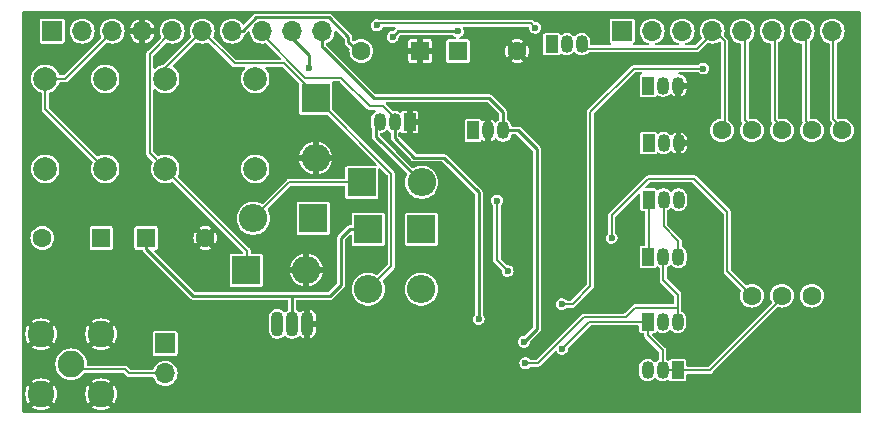
<source format=gtl>
G04 #@! TF.GenerationSoftware,KiCad,Pcbnew,8.0.0*
G04 #@! TF.CreationDate,2025-01-04T20:08:09+01:00*
G04 #@! TF.ProjectId,inzynierka,696e7a79-6e69-4657-926b-612e6b696361,rev?*
G04 #@! TF.SameCoordinates,Original*
G04 #@! TF.FileFunction,Copper,L1,Top*
G04 #@! TF.FilePolarity,Positive*
%FSLAX46Y46*%
G04 Gerber Fmt 4.6, Leading zero omitted, Abs format (unit mm)*
G04 Created by KiCad (PCBNEW 8.0.0) date 2025-01-04 20:08:09*
%MOMM*%
%LPD*%
G01*
G04 APERTURE LIST*
G04 #@! TA.AperFunction,ComponentPad*
%ADD10R,2.400000X2.400000*%
G04 #@! TD*
G04 #@! TA.AperFunction,ComponentPad*
%ADD11O,2.400000X2.400000*%
G04 #@! TD*
G04 #@! TA.AperFunction,ComponentPad*
%ADD12R,1.600000X1.600000*%
G04 #@! TD*
G04 #@! TA.AperFunction,ComponentPad*
%ADD13C,1.600000*%
G04 #@! TD*
G04 #@! TA.AperFunction,ComponentPad*
%ADD14R,1.700000X1.700000*%
G04 #@! TD*
G04 #@! TA.AperFunction,ComponentPad*
%ADD15O,1.700000X1.700000*%
G04 #@! TD*
G04 #@! TA.AperFunction,ComponentPad*
%ADD16R,1.050000X1.500000*%
G04 #@! TD*
G04 #@! TA.AperFunction,ComponentPad*
%ADD17O,1.050000X1.500000*%
G04 #@! TD*
G04 #@! TA.AperFunction,ComponentPad*
%ADD18C,2.000000*%
G04 #@! TD*
G04 #@! TA.AperFunction,ComponentPad*
%ADD19O,1.070000X2.140000*%
G04 #@! TD*
G04 #@! TA.AperFunction,ComponentPad*
%ADD20C,2.250000*%
G04 #@! TD*
G04 #@! TA.AperFunction,BGAPad,CuDef*
%ADD21C,1.600000*%
G04 #@! TD*
G04 #@! TA.AperFunction,ViaPad*
%ADD22C,0.600000*%
G04 #@! TD*
G04 #@! TA.AperFunction,ViaPad*
%ADD23C,0.500000*%
G04 #@! TD*
G04 #@! TA.AperFunction,Conductor*
%ADD24C,0.200000*%
G04 #@! TD*
G04 #@! TA.AperFunction,Conductor*
%ADD25C,0.250000*%
G04 #@! TD*
G04 APERTURE END LIST*
D10*
X138250000Y-92900000D03*
D11*
X143330000Y-92900000D03*
D12*
X146400000Y-81780000D03*
D13*
X151400000Y-81780000D03*
D10*
X134350000Y-85770000D03*
D11*
X134350000Y-90850000D03*
D14*
X121600000Y-106525000D03*
D15*
X121600000Y-109065000D03*
D16*
X154330000Y-81200000D03*
D17*
X155600000Y-81200000D03*
X156870000Y-81200000D03*
D12*
X116200000Y-97600000D03*
D13*
X111200000Y-97600000D03*
D16*
X165000000Y-108800000D03*
D17*
X163730000Y-108800000D03*
X162460000Y-108800000D03*
D12*
X143200000Y-81780000D03*
D13*
X138200000Y-81780000D03*
D18*
X129230000Y-91750000D03*
X121610000Y-91750000D03*
X116530000Y-91750000D03*
X111450000Y-91750000D03*
X129230000Y-84130000D03*
X121610000Y-84130000D03*
X116530000Y-84130000D03*
X111450000Y-84130000D03*
D14*
X112040000Y-80100000D03*
D15*
X114580000Y-80100000D03*
X117120000Y-80100000D03*
X119660000Y-80100000D03*
X122200000Y-80100000D03*
X124740000Y-80100000D03*
X127280000Y-80100000D03*
X129820000Y-80100000D03*
X132360000Y-80100000D03*
X134900000Y-80100000D03*
D10*
X143300000Y-96860000D03*
D11*
X143300000Y-101940000D03*
D19*
X133637800Y-104857500D03*
X132367800Y-104857500D03*
X131097800Y-104857500D03*
D10*
X134150000Y-95940000D03*
D11*
X129070000Y-95940000D03*
D16*
X147680000Y-88500000D03*
D17*
X148950000Y-88500000D03*
X150220000Y-88500000D03*
D10*
X138800000Y-96860000D03*
D11*
X138800000Y-101940000D03*
D16*
X162530000Y-94360000D03*
D17*
X163800000Y-94360000D03*
X165070000Y-94360000D03*
D16*
X162530000Y-89560000D03*
D17*
X163800000Y-89560000D03*
X165070000Y-89560000D03*
D20*
X113640000Y-108280000D03*
X111100000Y-110820000D03*
X116180000Y-110820000D03*
X111100000Y-105740000D03*
X116180000Y-105740000D03*
D10*
X128480000Y-100340000D03*
D11*
X133560000Y-100340000D03*
D16*
X162460000Y-104700000D03*
D17*
X163730000Y-104700000D03*
X165000000Y-104700000D03*
D16*
X162500000Y-84700000D03*
D17*
X163770000Y-84700000D03*
X165040000Y-84700000D03*
D16*
X162500000Y-99200000D03*
D17*
X163770000Y-99200000D03*
X165040000Y-99200000D03*
D14*
X160300000Y-80100000D03*
D15*
X162840000Y-80100000D03*
X165380000Y-80100000D03*
X167920000Y-80100000D03*
X170460000Y-80100000D03*
X173000000Y-80100000D03*
X175540000Y-80100000D03*
X178080000Y-80100000D03*
D12*
X120000000Y-97600000D03*
D13*
X125000000Y-97600000D03*
D16*
X142300000Y-87800000D03*
D17*
X141030000Y-87800000D03*
X139760000Y-87800000D03*
D13*
X178900000Y-88500000D03*
X176360000Y-88500000D03*
X173820000Y-88500000D03*
D21*
X171280000Y-88500000D03*
D13*
X168740000Y-88500000D03*
X176360000Y-102500000D03*
X173820000Y-102500000D03*
X171280000Y-102500000D03*
D22*
X149700000Y-94450000D03*
X150600000Y-100400000D03*
X118500000Y-101900000D03*
X168600000Y-102200000D03*
X119580000Y-91360000D03*
D23*
X136170000Y-94950000D03*
D22*
X123100000Y-111800000D03*
X159730000Y-90400000D03*
X125460000Y-91570000D03*
X140780000Y-82330000D03*
X160780000Y-110360000D03*
X170400000Y-108400000D03*
X118440000Y-104960000D03*
X145700000Y-99000000D03*
X136800000Y-104600000D03*
D23*
X136840000Y-85990000D03*
D22*
X145000000Y-84400000D03*
X110800000Y-89200000D03*
X179890000Y-82430000D03*
X178770000Y-110190000D03*
X154740000Y-79430000D03*
X116400000Y-82400000D03*
D23*
X178900000Y-92350000D03*
X136740000Y-82370000D03*
D22*
X144630000Y-89930000D03*
X128180000Y-89080000D03*
X117800000Y-95100000D03*
X131610000Y-96990000D03*
X132300000Y-110400000D03*
D23*
X137050000Y-78860000D03*
D22*
X171510000Y-90920000D03*
X132200000Y-87800000D03*
X110030000Y-103040000D03*
X137070000Y-90320000D03*
X112790000Y-86020000D03*
X178250000Y-96250000D03*
X174370000Y-91040000D03*
X168420000Y-90630000D03*
X175800000Y-107800000D03*
D23*
X170560000Y-97360000D03*
D22*
X122600000Y-97600000D03*
X119160000Y-107420000D03*
X152580000Y-86550000D03*
X132400000Y-107470000D03*
X109960000Y-82110000D03*
X124010000Y-83700000D03*
X139530000Y-79600000D03*
X152930000Y-79800000D03*
X146380000Y-80120000D03*
X133750000Y-83190000D03*
X140870000Y-80580000D03*
X152000000Y-106390000D03*
X148150000Y-104450000D03*
X155200000Y-107000000D03*
X152100000Y-108200000D03*
X159400000Y-97600000D03*
X155200000Y-103200000D03*
X167150000Y-83260000D03*
D24*
X149700000Y-94450000D02*
X149700000Y-99500000D01*
X149700000Y-99500000D02*
X150600000Y-100400000D01*
D25*
X123980000Y-102490000D02*
X132400000Y-102490000D01*
X132367800Y-102522200D02*
X132367800Y-104857500D01*
X120000000Y-97600000D02*
X120000000Y-98510000D01*
X120000000Y-98510000D02*
X123980000Y-102490000D01*
X137240000Y-96860000D02*
X136500000Y-97600000D01*
X136500000Y-97600000D02*
X136500000Y-101590000D01*
X132400000Y-102490000D02*
X135600000Y-102490000D01*
X138800000Y-96860000D02*
X137240000Y-96860000D01*
X136500000Y-101590000D02*
X135600000Y-102490000D01*
X132400000Y-102490000D02*
X132367800Y-102522200D01*
D24*
X129070000Y-95940000D02*
X132110000Y-92900000D01*
X132110000Y-92900000D02*
X138230000Y-92900000D01*
X121600000Y-109065000D02*
X118565000Y-109065000D01*
X118565000Y-109065000D02*
X118220000Y-108720000D01*
X118220000Y-108720000D02*
X113250000Y-108720000D01*
D25*
X137124678Y-81004678D02*
X137124678Y-80584678D01*
X137900000Y-81780000D02*
X137124678Y-81004678D01*
X135465000Y-78925000D02*
X129333299Y-78925000D01*
X139430000Y-87940000D02*
X139430000Y-89020000D01*
X128158299Y-80100000D02*
X127280000Y-80100000D01*
X137124678Y-80584678D02*
X135465000Y-78925000D01*
X129333299Y-78925000D02*
X128158299Y-80100000D01*
X139430000Y-89020000D02*
X143310000Y-92900000D01*
D24*
X140730000Y-92150000D02*
X140730000Y-100010000D01*
X134350000Y-85480000D02*
X131700000Y-82830000D01*
X134350000Y-85770000D02*
X140730000Y-92150000D01*
X124750000Y-80100000D02*
X124740000Y-80100000D01*
X121610000Y-83250000D02*
X124740000Y-80120000D01*
X134350000Y-85770000D02*
X134350000Y-85480000D01*
X124740000Y-80120000D02*
X124740000Y-80100000D01*
X131700000Y-82830000D02*
X127480000Y-82830000D01*
X121610000Y-84130000D02*
X121610000Y-83250000D01*
X127480000Y-82830000D02*
X124750000Y-80100000D01*
X140730000Y-100010000D02*
X138800000Y-101940000D01*
X121610000Y-91750000D02*
X120310000Y-90450000D01*
X128540000Y-98680000D02*
X121610000Y-91750000D01*
X120310000Y-81990000D02*
X122200000Y-80100000D01*
X120310000Y-90450000D02*
X120310000Y-81990000D01*
X129140000Y-100300000D02*
X128540000Y-100300000D01*
X128540000Y-100300000D02*
X128540000Y-98680000D01*
X152560000Y-79430000D02*
X152930000Y-79800000D01*
X139530000Y-79600000D02*
X139700000Y-79430000D01*
X139700000Y-79430000D02*
X152560000Y-79430000D01*
D25*
X131730000Y-80100000D02*
X133750000Y-82120000D01*
X140870000Y-80580000D02*
X141330000Y-80120000D01*
X133750000Y-82120000D02*
X133750000Y-83190000D01*
X141330000Y-80120000D02*
X146380000Y-80120000D01*
D24*
X157120000Y-81600000D02*
X166620000Y-81600000D01*
X156870000Y-81200000D02*
X156870000Y-81350000D01*
X166620000Y-81600000D02*
X168120000Y-80100000D01*
X168120000Y-80100000D02*
X168970000Y-80950000D01*
X168970000Y-80950000D02*
X168970000Y-88500000D01*
X156870000Y-81350000D02*
X157120000Y-81600000D01*
X117120000Y-80160000D02*
X117120000Y-80100000D01*
X111450000Y-84130000D02*
X113150000Y-84130000D01*
X111450000Y-86670000D02*
X116530000Y-91750000D01*
X113150000Y-84130000D02*
X117120000Y-80160000D01*
X111450000Y-84130000D02*
X111450000Y-86670000D01*
D25*
X135045000Y-81545000D02*
X134900000Y-81400000D01*
X150220000Y-88220000D02*
X150230000Y-88210000D01*
X134900000Y-81400000D02*
X134900000Y-80100000D01*
X153100000Y-90100000D02*
X153100000Y-105290000D01*
X151500000Y-88500000D02*
X153100000Y-90100000D01*
X139280000Y-85780000D02*
X135045000Y-81545000D01*
X150230000Y-86950000D02*
X149060000Y-85780000D01*
X153100000Y-105290000D02*
X152000000Y-106390000D01*
X150220000Y-88500000D02*
X151500000Y-88500000D01*
X150230000Y-88210000D02*
X150230000Y-86950000D01*
X149060000Y-85780000D02*
X139280000Y-85780000D01*
X145200000Y-90800000D02*
X142700000Y-90800000D01*
X148150000Y-104450000D02*
X148150000Y-93750000D01*
D24*
X133470000Y-84030000D02*
X129700000Y-80260000D01*
X136520000Y-84030000D02*
X133470000Y-84030000D01*
X138960000Y-86470000D02*
X136520000Y-84030000D01*
X140710000Y-87780000D02*
X140710000Y-87110000D01*
X140710000Y-87110000D02*
X140070000Y-86470000D01*
D25*
X141030000Y-89130000D02*
X141030000Y-87800000D01*
X148150000Y-93750000D02*
X145200000Y-90800000D01*
D24*
X140070000Y-86470000D02*
X138960000Y-86470000D01*
D25*
X142700000Y-90800000D02*
X141030000Y-89130000D01*
D24*
X157500000Y-104700000D02*
X162460000Y-104700000D01*
X174050000Y-102460000D02*
X167710000Y-108800000D01*
X167710000Y-108800000D02*
X165000000Y-108800000D01*
X162460000Y-105860000D02*
X163730000Y-107130000D01*
X163730000Y-107130000D02*
X163730000Y-108800000D01*
X162460000Y-104700000D02*
X162460000Y-105860000D01*
X163730000Y-108800000D02*
X165000000Y-108800000D01*
X155200000Y-107000000D02*
X157500000Y-104700000D01*
X163770000Y-99200000D02*
X163770000Y-101170000D01*
X165000000Y-102400000D02*
X165000000Y-103500000D01*
X161400000Y-103500000D02*
X160600000Y-104300000D01*
X165000000Y-103500000D02*
X165000000Y-104700000D01*
X157051471Y-104300000D02*
X153151471Y-108200000D01*
X160600000Y-104300000D02*
X157051471Y-104300000D01*
X163770000Y-101170000D02*
X165000000Y-102400000D01*
X165000000Y-103500000D02*
X161400000Y-103500000D01*
X153151471Y-108200000D02*
X152100000Y-108200000D01*
X163800000Y-96600000D02*
X163800000Y-94360000D01*
X165040000Y-99200000D02*
X165040000Y-97840000D01*
X165040000Y-97840000D02*
X163800000Y-96600000D01*
X162530000Y-99170000D02*
X162500000Y-99200000D01*
X162530000Y-94360000D02*
X162530000Y-99170000D01*
X169200000Y-95400000D02*
X169200000Y-100420000D01*
X159400000Y-95700000D02*
X162500000Y-92600000D01*
X166400000Y-92600000D02*
X169200000Y-95400000D01*
X162500000Y-92600000D02*
X166400000Y-92600000D01*
X169200000Y-100420000D02*
X171280000Y-102500000D01*
X171510000Y-102460000D02*
X171060000Y-102010000D01*
X159400000Y-97600000D02*
X159400000Y-95700000D01*
X161291471Y-83260000D02*
X167150000Y-83260000D01*
X157600000Y-101700000D02*
X157600000Y-86951472D01*
X156100000Y-103200000D02*
X155200000Y-103200000D01*
X156100000Y-103200000D02*
X157600000Y-101700000D01*
X157600000Y-86951472D02*
X161291471Y-83260000D01*
X170700000Y-87650000D02*
X170700000Y-80540000D01*
X171510000Y-88460000D02*
X170700000Y-87650000D01*
X176590000Y-88460000D02*
X175860000Y-87730000D01*
X175860000Y-87730000D02*
X175860000Y-80460000D01*
X178180000Y-87510000D02*
X178180000Y-80680000D01*
X179130000Y-88460000D02*
X178180000Y-87510000D01*
X173210000Y-87620000D02*
X173210000Y-80570000D01*
X174050000Y-88460000D02*
X173210000Y-87620000D01*
G04 #@! TA.AperFunction,Conductor*
G36*
X180458691Y-78419407D02*
G01*
X180494655Y-78468907D01*
X180499500Y-78499500D01*
X180499500Y-112300500D01*
X180480593Y-112358691D01*
X180431093Y-112394655D01*
X180400500Y-112399500D01*
X109599500Y-112399500D01*
X109541309Y-112380593D01*
X109505345Y-112331093D01*
X109500500Y-112300500D01*
X109500500Y-110820004D01*
X109769939Y-110820004D01*
X109790144Y-111050955D01*
X109850151Y-111274907D01*
X109948132Y-111485029D01*
X110003022Y-111563421D01*
X110422420Y-111144022D01*
X110435359Y-111175258D01*
X110517437Y-111298097D01*
X110621903Y-111402563D01*
X110744742Y-111484641D01*
X110775975Y-111497578D01*
X110356577Y-111916976D01*
X110434967Y-111971866D01*
X110645092Y-112069848D01*
X110869044Y-112129855D01*
X111099996Y-112150061D01*
X111100004Y-112150061D01*
X111330955Y-112129855D01*
X111554907Y-112069848D01*
X111765029Y-111971867D01*
X111843421Y-111916975D01*
X111424024Y-111497578D01*
X111455258Y-111484641D01*
X111578097Y-111402563D01*
X111682563Y-111298097D01*
X111764641Y-111175258D01*
X111777578Y-111144024D01*
X112196975Y-111563421D01*
X112251867Y-111485029D01*
X112349848Y-111274907D01*
X112409855Y-111050955D01*
X112430061Y-110820004D01*
X114849939Y-110820004D01*
X114870144Y-111050955D01*
X114930151Y-111274907D01*
X115028132Y-111485029D01*
X115083022Y-111563421D01*
X115502420Y-111144022D01*
X115515359Y-111175258D01*
X115597437Y-111298097D01*
X115701903Y-111402563D01*
X115824742Y-111484641D01*
X115855975Y-111497578D01*
X115436577Y-111916976D01*
X115514967Y-111971866D01*
X115725092Y-112069848D01*
X115949044Y-112129855D01*
X116179996Y-112150061D01*
X116180004Y-112150061D01*
X116410955Y-112129855D01*
X116634907Y-112069848D01*
X116845029Y-111971867D01*
X116923421Y-111916975D01*
X116504024Y-111497578D01*
X116535258Y-111484641D01*
X116658097Y-111402563D01*
X116762563Y-111298097D01*
X116844641Y-111175258D01*
X116857578Y-111144024D01*
X117276975Y-111563421D01*
X117331867Y-111485029D01*
X117429848Y-111274907D01*
X117489855Y-111050955D01*
X117510061Y-110820004D01*
X117510061Y-110819995D01*
X117489855Y-110589044D01*
X117429847Y-110365087D01*
X117331872Y-110154980D01*
X117331868Y-110154972D01*
X117276976Y-110076577D01*
X116857578Y-110495975D01*
X116844641Y-110464742D01*
X116762563Y-110341903D01*
X116658097Y-110237437D01*
X116535258Y-110155359D01*
X116504022Y-110142420D01*
X116923421Y-109723022D01*
X116845029Y-109668132D01*
X116634907Y-109570151D01*
X116410955Y-109510144D01*
X116180004Y-109489939D01*
X116179996Y-109489939D01*
X115949044Y-109510144D01*
X115725087Y-109570152D01*
X115514978Y-109668127D01*
X115514965Y-109668135D01*
X115436577Y-109723022D01*
X115855976Y-110142421D01*
X115824742Y-110155359D01*
X115701903Y-110237437D01*
X115597437Y-110341903D01*
X115515359Y-110464742D01*
X115502421Y-110495976D01*
X115083022Y-110076577D01*
X115028135Y-110154965D01*
X115028127Y-110154978D01*
X114930152Y-110365087D01*
X114870144Y-110589044D01*
X114849939Y-110819995D01*
X114849939Y-110820004D01*
X112430061Y-110820004D01*
X112430061Y-110819995D01*
X112409855Y-110589044D01*
X112349847Y-110365087D01*
X112251872Y-110154980D01*
X112251868Y-110154972D01*
X112196976Y-110076577D01*
X111777578Y-110495975D01*
X111764641Y-110464742D01*
X111682563Y-110341903D01*
X111578097Y-110237437D01*
X111455258Y-110155359D01*
X111424022Y-110142420D01*
X111843421Y-109723022D01*
X111765029Y-109668132D01*
X111554907Y-109570151D01*
X111330955Y-109510144D01*
X111100004Y-109489939D01*
X111099996Y-109489939D01*
X110869044Y-109510144D01*
X110645087Y-109570152D01*
X110434978Y-109668127D01*
X110434965Y-109668135D01*
X110356577Y-109723022D01*
X110775976Y-110142421D01*
X110744742Y-110155359D01*
X110621903Y-110237437D01*
X110517437Y-110341903D01*
X110435359Y-110464742D01*
X110422421Y-110495976D01*
X110003022Y-110076577D01*
X109948135Y-110154965D01*
X109948127Y-110154978D01*
X109850152Y-110365087D01*
X109790144Y-110589044D01*
X109769939Y-110819995D01*
X109769939Y-110820004D01*
X109500500Y-110820004D01*
X109500500Y-108280003D01*
X112309437Y-108280003D01*
X112329649Y-108511042D01*
X112329650Y-108511049D01*
X112329651Y-108511050D01*
X112389680Y-108735079D01*
X112487699Y-108945282D01*
X112544144Y-109025894D01*
X112596383Y-109100499D01*
X112620730Y-109135269D01*
X112784731Y-109299270D01*
X112974718Y-109432301D01*
X113184921Y-109530320D01*
X113408950Y-109590349D01*
X113408954Y-109590349D01*
X113408957Y-109590350D01*
X113639997Y-109610563D01*
X113640000Y-109610563D01*
X113640003Y-109610563D01*
X113871042Y-109590350D01*
X113871043Y-109590349D01*
X113871050Y-109590349D01*
X114095079Y-109530320D01*
X114305282Y-109432301D01*
X114495269Y-109299270D01*
X114659270Y-109135269D01*
X114691633Y-109089049D01*
X114710073Y-109062716D01*
X114758938Y-109025894D01*
X114791169Y-109020500D01*
X118054521Y-109020500D01*
X118112712Y-109039407D01*
X118124524Y-109049496D01*
X118380488Y-109305459D01*
X118380493Y-109305463D01*
X118449008Y-109345020D01*
X118449006Y-109345020D01*
X118449010Y-109345021D01*
X118449012Y-109345022D01*
X118525438Y-109365500D01*
X118604562Y-109365500D01*
X120519963Y-109365500D01*
X120578154Y-109384407D01*
X120614118Y-109433907D01*
X120614700Y-109435763D01*
X120624767Y-109468952D01*
X120624768Y-109468954D01*
X120722316Y-109651452D01*
X120853585Y-109811404D01*
X120853590Y-109811410D01*
X120853595Y-109811414D01*
X121013547Y-109942683D01*
X121013548Y-109942683D01*
X121013550Y-109942685D01*
X121196046Y-110040232D01*
X121315861Y-110076577D01*
X121394065Y-110100300D01*
X121394070Y-110100301D01*
X121599997Y-110120583D01*
X121600000Y-110120583D01*
X121600003Y-110120583D01*
X121805929Y-110100301D01*
X121805934Y-110100300D01*
X121810806Y-110098822D01*
X122003954Y-110040232D01*
X122186450Y-109942685D01*
X122346410Y-109811410D01*
X122477685Y-109651450D01*
X122575232Y-109468954D01*
X122635300Y-109270934D01*
X122635301Y-109270929D01*
X122655583Y-109065003D01*
X122655583Y-109064996D01*
X122635301Y-108859070D01*
X122635300Y-108859065D01*
X122606608Y-108764481D01*
X122575232Y-108661046D01*
X122477685Y-108478550D01*
X122473436Y-108473373D01*
X122346414Y-108318595D01*
X122346410Y-108318590D01*
X122299393Y-108280004D01*
X122201910Y-108200002D01*
X151594353Y-108200002D01*
X151614834Y-108342456D01*
X151655314Y-108431093D01*
X151674623Y-108473373D01*
X151727736Y-108534669D01*
X151768873Y-108582144D01*
X151768875Y-108582145D01*
X151889947Y-108659953D01*
X151996403Y-108691211D01*
X152028035Y-108700499D01*
X152028036Y-108700499D01*
X152028039Y-108700500D01*
X152028041Y-108700500D01*
X152171959Y-108700500D01*
X152171961Y-108700500D01*
X152310053Y-108659953D01*
X152431128Y-108582143D01*
X152472264Y-108534668D01*
X152524660Y-108503073D01*
X152547083Y-108500500D01*
X153191034Y-108500500D01*
X153191034Y-108500499D01*
X153267460Y-108480021D01*
X153335982Y-108440460D01*
X153391931Y-108384511D01*
X154588665Y-107187775D01*
X154643180Y-107160000D01*
X154703612Y-107169571D01*
X154746877Y-107212836D01*
X154748720Y-107216655D01*
X154774621Y-107273370D01*
X154774622Y-107273371D01*
X154774623Y-107273373D01*
X154793777Y-107295478D01*
X154868873Y-107382144D01*
X154979481Y-107453227D01*
X154989947Y-107459953D01*
X155096403Y-107491211D01*
X155128035Y-107500499D01*
X155128036Y-107500499D01*
X155128039Y-107500500D01*
X155128041Y-107500500D01*
X155271959Y-107500500D01*
X155271961Y-107500500D01*
X155410053Y-107459953D01*
X155531128Y-107382143D01*
X155625377Y-107273373D01*
X155685165Y-107142457D01*
X155705647Y-107000000D01*
X155702558Y-106978517D01*
X155712990Y-106918228D01*
X155730543Y-106894426D01*
X157595475Y-105029496D01*
X157649992Y-105001719D01*
X157665479Y-105000500D01*
X161635500Y-105000500D01*
X161693691Y-105019407D01*
X161729655Y-105068907D01*
X161734500Y-105099500D01*
X161734500Y-105469746D01*
X161734501Y-105469758D01*
X161746132Y-105528227D01*
X161746134Y-105528233D01*
X161772660Y-105567931D01*
X161790448Y-105594552D01*
X161856769Y-105638867D01*
X161901231Y-105647711D01*
X161915241Y-105650498D01*
X161915246Y-105650498D01*
X161915252Y-105650500D01*
X162060500Y-105650500D01*
X162118691Y-105669407D01*
X162154655Y-105718907D01*
X162159500Y-105749500D01*
X162159500Y-105899564D01*
X162179978Y-105975987D01*
X162198376Y-106007855D01*
X162198378Y-106007857D01*
X162219540Y-106044511D01*
X163400505Y-107225476D01*
X163428281Y-107279991D01*
X163429500Y-107295478D01*
X163429500Y-107850320D01*
X163410593Y-107908511D01*
X163385502Y-107932635D01*
X163267521Y-108011468D01*
X163267517Y-108011471D01*
X163165004Y-108113985D01*
X163110487Y-108141762D01*
X163050055Y-108132191D01*
X163024996Y-108113985D01*
X162922482Y-108011471D01*
X162922479Y-108011468D01*
X162863070Y-107971772D01*
X162803659Y-107932074D01*
X162803648Y-107932068D01*
X162671620Y-107877381D01*
X162531457Y-107849500D01*
X162531455Y-107849500D01*
X162388545Y-107849500D01*
X162388542Y-107849500D01*
X162248380Y-107877381D01*
X162248378Y-107877381D01*
X162116351Y-107932068D01*
X162116340Y-107932074D01*
X161997521Y-108011468D01*
X161997517Y-108011471D01*
X161896471Y-108112517D01*
X161896468Y-108112521D01*
X161817074Y-108231340D01*
X161817068Y-108231351D01*
X161762381Y-108363378D01*
X161762381Y-108363380D01*
X161734500Y-108503542D01*
X161734500Y-109096457D01*
X161762381Y-109236619D01*
X161762381Y-109236621D01*
X161817068Y-109368648D01*
X161817074Y-109368659D01*
X161827597Y-109384407D01*
X161896468Y-109487479D01*
X161997521Y-109588532D01*
X162056929Y-109628227D01*
X162116340Y-109667925D01*
X162116351Y-109667931D01*
X162116844Y-109668135D01*
X162248380Y-109722619D01*
X162388545Y-109750500D01*
X162388546Y-109750500D01*
X162531454Y-109750500D01*
X162531455Y-109750500D01*
X162671620Y-109722619D01*
X162803653Y-109667929D01*
X162922479Y-109588532D01*
X163023532Y-109487479D01*
X163023533Y-109487478D01*
X163024996Y-109486015D01*
X163079513Y-109458237D01*
X163139945Y-109467808D01*
X163165004Y-109486015D01*
X163267512Y-109588524D01*
X163267516Y-109588527D01*
X163267521Y-109588532D01*
X163326929Y-109628227D01*
X163386340Y-109667925D01*
X163386351Y-109667931D01*
X163386844Y-109668135D01*
X163518380Y-109722619D01*
X163658545Y-109750500D01*
X163658546Y-109750500D01*
X163801454Y-109750500D01*
X163801455Y-109750500D01*
X163941620Y-109722619D01*
X164073653Y-109667929D01*
X164156574Y-109612522D01*
X164215458Y-109595915D01*
X164272862Y-109617092D01*
X164293888Y-109639837D01*
X164330448Y-109694552D01*
X164396769Y-109738867D01*
X164441231Y-109747711D01*
X164455241Y-109750498D01*
X164455246Y-109750498D01*
X164455252Y-109750500D01*
X164455253Y-109750500D01*
X165544747Y-109750500D01*
X165544748Y-109750500D01*
X165603231Y-109738867D01*
X165669552Y-109694552D01*
X165713867Y-109628231D01*
X165725500Y-109569748D01*
X165725500Y-109199500D01*
X165744407Y-109141309D01*
X165793907Y-109105345D01*
X165824500Y-109100500D01*
X167749563Y-109100500D01*
X167749563Y-109100499D01*
X167825989Y-109080021D01*
X167894511Y-109040460D01*
X167950460Y-108984511D01*
X173447702Y-103487267D01*
X173502217Y-103459492D01*
X173546439Y-103462535D01*
X173623868Y-103486024D01*
X173623869Y-103486024D01*
X173623872Y-103486025D01*
X173819997Y-103505341D01*
X173820000Y-103505341D01*
X173820003Y-103505341D01*
X174016126Y-103486025D01*
X174016127Y-103486024D01*
X174016132Y-103486024D01*
X174204727Y-103428814D01*
X174378538Y-103335910D01*
X174530883Y-103210883D01*
X174655910Y-103058538D01*
X174748814Y-102884727D01*
X174806024Y-102696132D01*
X174814621Y-102608849D01*
X174825341Y-102500003D01*
X175354659Y-102500003D01*
X175373974Y-102696126D01*
X175373975Y-102696129D01*
X175387298Y-102740049D01*
X175426871Y-102870504D01*
X175431187Y-102884730D01*
X175431188Y-102884732D01*
X175478857Y-102973913D01*
X175524090Y-103058538D01*
X175524092Y-103058540D01*
X175524093Y-103058542D01*
X175649112Y-103210878D01*
X175649121Y-103210887D01*
X175708405Y-103259540D01*
X175801462Y-103335910D01*
X175975273Y-103428814D01*
X176163868Y-103486024D01*
X176163870Y-103486024D01*
X176163873Y-103486025D01*
X176359997Y-103505341D01*
X176360000Y-103505341D01*
X176360003Y-103505341D01*
X176556126Y-103486025D01*
X176556127Y-103486024D01*
X176556132Y-103486024D01*
X176744727Y-103428814D01*
X176918538Y-103335910D01*
X177070883Y-103210883D01*
X177195910Y-103058538D01*
X177288814Y-102884727D01*
X177346024Y-102696132D01*
X177354621Y-102608849D01*
X177365341Y-102500003D01*
X177365341Y-102499996D01*
X177346025Y-102303873D01*
X177346024Y-102303870D01*
X177346024Y-102303868D01*
X177288814Y-102115273D01*
X177195910Y-101941462D01*
X177194710Y-101940000D01*
X177070887Y-101789121D01*
X177070878Y-101789112D01*
X176918542Y-101664093D01*
X176918540Y-101664092D01*
X176918538Y-101664090D01*
X176860094Y-101632851D01*
X176744732Y-101571188D01*
X176744730Y-101571187D01*
X176707014Y-101559746D01*
X176556132Y-101513976D01*
X176556129Y-101513975D01*
X176556126Y-101513974D01*
X176360003Y-101494659D01*
X176359997Y-101494659D01*
X176163873Y-101513974D01*
X176163870Y-101513975D01*
X175975269Y-101571187D01*
X175975267Y-101571188D01*
X175801467Y-101664087D01*
X175801457Y-101664093D01*
X175649121Y-101789112D01*
X175649112Y-101789121D01*
X175524093Y-101941457D01*
X175524087Y-101941467D01*
X175431188Y-102115267D01*
X175431187Y-102115269D01*
X175373975Y-102303870D01*
X175373974Y-102303873D01*
X175354659Y-102499996D01*
X175354659Y-102500003D01*
X174825341Y-102500003D01*
X174825341Y-102499996D01*
X174806025Y-102303873D01*
X174806024Y-102303870D01*
X174806024Y-102303868D01*
X174748814Y-102115273D01*
X174655910Y-101941462D01*
X174654710Y-101940000D01*
X174530887Y-101789121D01*
X174530878Y-101789112D01*
X174378542Y-101664093D01*
X174378540Y-101664092D01*
X174378538Y-101664090D01*
X174320094Y-101632851D01*
X174204732Y-101571188D01*
X174204730Y-101571187D01*
X174167014Y-101559746D01*
X174016132Y-101513976D01*
X174016129Y-101513975D01*
X174016126Y-101513974D01*
X173820003Y-101494659D01*
X173819997Y-101494659D01*
X173623873Y-101513974D01*
X173623870Y-101513975D01*
X173435269Y-101571187D01*
X173435267Y-101571188D01*
X173261467Y-101664087D01*
X173261457Y-101664093D01*
X173109121Y-101789112D01*
X173109112Y-101789121D01*
X172984093Y-101941457D01*
X172984087Y-101941467D01*
X172891188Y-102115267D01*
X172891187Y-102115269D01*
X172833975Y-102303870D01*
X172833974Y-102303873D01*
X172814659Y-102499996D01*
X172814659Y-102500003D01*
X172833974Y-102696126D01*
X172833975Y-102696129D01*
X172847298Y-102740049D01*
X172886871Y-102870504D01*
X172891187Y-102884730D01*
X172891188Y-102884732D01*
X172964246Y-103021415D01*
X172975002Y-103081648D01*
X172948300Y-103136699D01*
X172946940Y-103138087D01*
X167614525Y-108470504D01*
X167560008Y-108498281D01*
X167544521Y-108499500D01*
X165824500Y-108499500D01*
X165766309Y-108480593D01*
X165730345Y-108431093D01*
X165725500Y-108400500D01*
X165725500Y-108030253D01*
X165725498Y-108030241D01*
X165721356Y-108009417D01*
X165713867Y-107971769D01*
X165669552Y-107905448D01*
X165669548Y-107905445D01*
X165603233Y-107861134D01*
X165603231Y-107861133D01*
X165603228Y-107861132D01*
X165603227Y-107861132D01*
X165544758Y-107849501D01*
X165544748Y-107849500D01*
X164455252Y-107849500D01*
X164455251Y-107849500D01*
X164455241Y-107849501D01*
X164396772Y-107861132D01*
X164396766Y-107861134D01*
X164330451Y-107905445D01*
X164330447Y-107905449D01*
X164293888Y-107960163D01*
X164245837Y-107998041D01*
X164184699Y-108000443D01*
X164156571Y-107987475D01*
X164074498Y-107932635D01*
X164036619Y-107884585D01*
X164030500Y-107850320D01*
X164030500Y-107090437D01*
X164030499Y-107090435D01*
X164019625Y-107049855D01*
X164010021Y-107014011D01*
X163970460Y-106945489D01*
X163943199Y-106918228D01*
X163914511Y-106889539D01*
X163914511Y-106889540D01*
X162844475Y-105819504D01*
X162816698Y-105764987D01*
X162826269Y-105704555D01*
X162869534Y-105661290D01*
X162914479Y-105650500D01*
X163004747Y-105650500D01*
X163004748Y-105650500D01*
X163063231Y-105638867D01*
X163129552Y-105594552D01*
X163166112Y-105539835D01*
X163214160Y-105501958D01*
X163275298Y-105499556D01*
X163303428Y-105512524D01*
X163386340Y-105567925D01*
X163386351Y-105567931D01*
X163435121Y-105588132D01*
X163518380Y-105622619D01*
X163658545Y-105650500D01*
X163658546Y-105650500D01*
X163801454Y-105650500D01*
X163801455Y-105650500D01*
X163941620Y-105622619D01*
X164073653Y-105567929D01*
X164192479Y-105488532D01*
X164293532Y-105387479D01*
X164293533Y-105387478D01*
X164294996Y-105386015D01*
X164349513Y-105358237D01*
X164409945Y-105367808D01*
X164435004Y-105386015D01*
X164537512Y-105488524D01*
X164537516Y-105488527D01*
X164537521Y-105488532D01*
X164573428Y-105512524D01*
X164656340Y-105567925D01*
X164656351Y-105567931D01*
X164705121Y-105588132D01*
X164788380Y-105622619D01*
X164928545Y-105650500D01*
X164928546Y-105650500D01*
X165071454Y-105650500D01*
X165071455Y-105650500D01*
X165211620Y-105622619D01*
X165343653Y-105567929D01*
X165462479Y-105488532D01*
X165563532Y-105387479D01*
X165642929Y-105268653D01*
X165697619Y-105136620D01*
X165725500Y-104996455D01*
X165725500Y-104403545D01*
X165697619Y-104263380D01*
X165642929Y-104131347D01*
X165642928Y-104131345D01*
X165642925Y-104131340D01*
X165600506Y-104067857D01*
X165563532Y-104012521D01*
X165462479Y-103911468D01*
X165393755Y-103865548D01*
X165344498Y-103832635D01*
X165306619Y-103784585D01*
X165300500Y-103750320D01*
X165300500Y-102360438D01*
X165281663Y-102290138D01*
X165280022Y-102284012D01*
X165280020Y-102284008D01*
X165240463Y-102215493D01*
X165240462Y-102215492D01*
X165240461Y-102215491D01*
X165240460Y-102215489D01*
X164099496Y-101074525D01*
X164071719Y-101020008D01*
X164070500Y-101004521D01*
X164070500Y-100149679D01*
X164089407Y-100091488D01*
X164114496Y-100067365D01*
X164232479Y-99988532D01*
X164333532Y-99887479D01*
X164333533Y-99887478D01*
X164334996Y-99886015D01*
X164389513Y-99858237D01*
X164449945Y-99867808D01*
X164475004Y-99886015D01*
X164577512Y-99988524D01*
X164577516Y-99988527D01*
X164577521Y-99988532D01*
X164636929Y-100028227D01*
X164696340Y-100067925D01*
X164696351Y-100067931D01*
X164745121Y-100088132D01*
X164828380Y-100122619D01*
X164968545Y-100150500D01*
X164968546Y-100150500D01*
X165111454Y-100150500D01*
X165111455Y-100150500D01*
X165251620Y-100122619D01*
X165383653Y-100067929D01*
X165502479Y-99988532D01*
X165603532Y-99887479D01*
X165682929Y-99768653D01*
X165737619Y-99636620D01*
X165765500Y-99496455D01*
X165765500Y-98903545D01*
X165737619Y-98763380D01*
X165692542Y-98654555D01*
X165682931Y-98631351D01*
X165682925Y-98631340D01*
X165650866Y-98583362D01*
X165603532Y-98512521D01*
X165502479Y-98411468D01*
X165425694Y-98360162D01*
X165384498Y-98332635D01*
X165346619Y-98284585D01*
X165340500Y-98250320D01*
X165340500Y-97800437D01*
X165340499Y-97800435D01*
X165339344Y-97796126D01*
X165320021Y-97724011D01*
X165280460Y-97655489D01*
X165277632Y-97652661D01*
X165224511Y-97599539D01*
X165224511Y-97599540D01*
X164129496Y-96504525D01*
X164101719Y-96450008D01*
X164100500Y-96434521D01*
X164100500Y-95309679D01*
X164119407Y-95251488D01*
X164144496Y-95227365D01*
X164262479Y-95148532D01*
X164363532Y-95047479D01*
X164363533Y-95047478D01*
X164364996Y-95046015D01*
X164419513Y-95018237D01*
X164479945Y-95027808D01*
X164505004Y-95046015D01*
X164607512Y-95148524D01*
X164607516Y-95148527D01*
X164607521Y-95148532D01*
X164662399Y-95185200D01*
X164726340Y-95227925D01*
X164726351Y-95227931D01*
X164775121Y-95248132D01*
X164858380Y-95282619D01*
X164998545Y-95310500D01*
X164998546Y-95310500D01*
X165141454Y-95310500D01*
X165141455Y-95310500D01*
X165281620Y-95282619D01*
X165413653Y-95227929D01*
X165532479Y-95148532D01*
X165633532Y-95047479D01*
X165712929Y-94928653D01*
X165767619Y-94796620D01*
X165795500Y-94656455D01*
X165795500Y-94063545D01*
X165767619Y-93923380D01*
X165712929Y-93791347D01*
X165712928Y-93791345D01*
X165712925Y-93791340D01*
X165653070Y-93701762D01*
X165633532Y-93672521D01*
X165532479Y-93571468D01*
X165485143Y-93539839D01*
X165413659Y-93492074D01*
X165413648Y-93492068D01*
X165281620Y-93437381D01*
X165141457Y-93409500D01*
X165141455Y-93409500D01*
X164998545Y-93409500D01*
X164998542Y-93409500D01*
X164858380Y-93437381D01*
X164858378Y-93437381D01*
X164726351Y-93492068D01*
X164726340Y-93492074D01*
X164607521Y-93571468D01*
X164607517Y-93571471D01*
X164505004Y-93673985D01*
X164450487Y-93701762D01*
X164390055Y-93692191D01*
X164364996Y-93673985D01*
X164262482Y-93571471D01*
X164262479Y-93571468D01*
X164215143Y-93539839D01*
X164143659Y-93492074D01*
X164143648Y-93492068D01*
X164011620Y-93437381D01*
X163871457Y-93409500D01*
X163871455Y-93409500D01*
X163728545Y-93409500D01*
X163728542Y-93409500D01*
X163588380Y-93437381D01*
X163588378Y-93437381D01*
X163456351Y-93492068D01*
X163456339Y-93492074D01*
X163373428Y-93547475D01*
X163314539Y-93564084D01*
X163257136Y-93542906D01*
X163236111Y-93520162D01*
X163199553Y-93465450D01*
X163199552Y-93465448D01*
X163199548Y-93465445D01*
X163133233Y-93421134D01*
X163133231Y-93421133D01*
X163133228Y-93421132D01*
X163133227Y-93421132D01*
X163074758Y-93409501D01*
X163074748Y-93409500D01*
X163074747Y-93409500D01*
X162354479Y-93409500D01*
X162296288Y-93390593D01*
X162260324Y-93341093D01*
X162260324Y-93279907D01*
X162284475Y-93240496D01*
X162595475Y-92929496D01*
X162649992Y-92901719D01*
X162665479Y-92900500D01*
X166234521Y-92900500D01*
X166292712Y-92919407D01*
X166304525Y-92929496D01*
X168870504Y-95495475D01*
X168898281Y-95549992D01*
X168899500Y-95565479D01*
X168899500Y-100459564D01*
X168919978Y-100535987D01*
X168940533Y-100571591D01*
X168944062Y-100577702D01*
X168959540Y-100604511D01*
X169684563Y-101329534D01*
X170340759Y-101985730D01*
X170368536Y-102040247D01*
X170358965Y-102100679D01*
X170358066Y-102102401D01*
X170351187Y-102115270D01*
X170293975Y-102303870D01*
X170293974Y-102303873D01*
X170274659Y-102499996D01*
X170274659Y-102500003D01*
X170293974Y-102696126D01*
X170293975Y-102696129D01*
X170307298Y-102740049D01*
X170346871Y-102870504D01*
X170351187Y-102884730D01*
X170351188Y-102884732D01*
X170398857Y-102973913D01*
X170444090Y-103058538D01*
X170444092Y-103058540D01*
X170444093Y-103058542D01*
X170569112Y-103210878D01*
X170569121Y-103210887D01*
X170628405Y-103259540D01*
X170721462Y-103335910D01*
X170895273Y-103428814D01*
X171083868Y-103486024D01*
X171083870Y-103486024D01*
X171083873Y-103486025D01*
X171279997Y-103505341D01*
X171280000Y-103505341D01*
X171280003Y-103505341D01*
X171476126Y-103486025D01*
X171476127Y-103486024D01*
X171476132Y-103486024D01*
X171664727Y-103428814D01*
X171838538Y-103335910D01*
X171990883Y-103210883D01*
X172115910Y-103058538D01*
X172208814Y-102884727D01*
X172266024Y-102696132D01*
X172274621Y-102608849D01*
X172285341Y-102500003D01*
X172285341Y-102499996D01*
X172266025Y-102303873D01*
X172266024Y-102303870D01*
X172266024Y-102303868D01*
X172208814Y-102115273D01*
X172115910Y-101941462D01*
X172114710Y-101940000D01*
X171990887Y-101789121D01*
X171990878Y-101789112D01*
X171838542Y-101664093D01*
X171838540Y-101664092D01*
X171838538Y-101664090D01*
X171780094Y-101632851D01*
X171664732Y-101571188D01*
X171664730Y-101571187D01*
X171627014Y-101559746D01*
X171476132Y-101513976D01*
X171476129Y-101513975D01*
X171476126Y-101513974D01*
X171280003Y-101494659D01*
X171279997Y-101494659D01*
X171083873Y-101513974D01*
X171083870Y-101513975D01*
X170895270Y-101571187D01*
X170882401Y-101578066D01*
X170822169Y-101588821D01*
X170767118Y-101562119D01*
X170765730Y-101560759D01*
X169529496Y-100324525D01*
X169501719Y-100270008D01*
X169500500Y-100254521D01*
X169500500Y-95360437D01*
X169500499Y-95360435D01*
X169480021Y-95284011D01*
X169480019Y-95284007D01*
X169440460Y-95215489D01*
X169384511Y-95159539D01*
X169384511Y-95159540D01*
X166584511Y-92359540D01*
X166572894Y-92352833D01*
X166541158Y-92334510D01*
X166541157Y-92334510D01*
X166515988Y-92319978D01*
X166439564Y-92299500D01*
X166439562Y-92299500D01*
X162460438Y-92299500D01*
X162460435Y-92299500D01*
X162384012Y-92319978D01*
X162358841Y-92334511D01*
X162358840Y-92334510D01*
X162315490Y-92359539D01*
X159215489Y-95459540D01*
X159215488Y-95459539D01*
X159159539Y-95515489D01*
X159119980Y-95584007D01*
X159119978Y-95584011D01*
X159099500Y-95660435D01*
X159099500Y-97146105D01*
X159080593Y-97204296D01*
X159073258Y-97212289D01*
X159073509Y-97212506D01*
X159068872Y-97217856D01*
X159068872Y-97217857D01*
X159061007Y-97226934D01*
X158974622Y-97326628D01*
X158914834Y-97457543D01*
X158894353Y-97599997D01*
X158894353Y-97600002D01*
X158914834Y-97742456D01*
X158941313Y-97800435D01*
X158974623Y-97873373D01*
X159044099Y-97953553D01*
X159068873Y-97982144D01*
X159096658Y-98000000D01*
X159189947Y-98059953D01*
X159296403Y-98091211D01*
X159328035Y-98100499D01*
X159328036Y-98100499D01*
X159328039Y-98100500D01*
X159328041Y-98100500D01*
X159471959Y-98100500D01*
X159471961Y-98100500D01*
X159610053Y-98059953D01*
X159731128Y-97982143D01*
X159825377Y-97873373D01*
X159885165Y-97742457D01*
X159905647Y-97600000D01*
X159905646Y-97599996D01*
X159885165Y-97457543D01*
X159838058Y-97354394D01*
X159825377Y-97326627D01*
X159731128Y-97217857D01*
X159731127Y-97217856D01*
X159726491Y-97212506D01*
X159728524Y-97210743D01*
X159703067Y-97168505D01*
X159700500Y-97146105D01*
X159700500Y-95865479D01*
X159719407Y-95807288D01*
X159729496Y-95795475D01*
X161635496Y-93889475D01*
X161690013Y-93861698D01*
X161750445Y-93871269D01*
X161793710Y-93914534D01*
X161804500Y-93959479D01*
X161804500Y-95129746D01*
X161804501Y-95129758D01*
X161816132Y-95188227D01*
X161816134Y-95188233D01*
X161859079Y-95252503D01*
X161860448Y-95254552D01*
X161926769Y-95298867D01*
X161971231Y-95307711D01*
X161985241Y-95310498D01*
X161985246Y-95310498D01*
X161985252Y-95310500D01*
X162130500Y-95310500D01*
X162188691Y-95329407D01*
X162224655Y-95378907D01*
X162229500Y-95409500D01*
X162229500Y-98150500D01*
X162210593Y-98208691D01*
X162161093Y-98244655D01*
X162130500Y-98249500D01*
X161955252Y-98249500D01*
X161955251Y-98249500D01*
X161955241Y-98249501D01*
X161896772Y-98261132D01*
X161896766Y-98261134D01*
X161830451Y-98305445D01*
X161830445Y-98305451D01*
X161786134Y-98371766D01*
X161786132Y-98371772D01*
X161774501Y-98430241D01*
X161774500Y-98430253D01*
X161774500Y-99969746D01*
X161774501Y-99969758D01*
X161786132Y-100028227D01*
X161786134Y-100028233D01*
X161830445Y-100094548D01*
X161830448Y-100094552D01*
X161896769Y-100138867D01*
X161941231Y-100147711D01*
X161955241Y-100150498D01*
X161955246Y-100150498D01*
X161955252Y-100150500D01*
X161955253Y-100150500D01*
X163044747Y-100150500D01*
X163044748Y-100150500D01*
X163103231Y-100138867D01*
X163169552Y-100094552D01*
X163206112Y-100039835D01*
X163254160Y-100001958D01*
X163315298Y-99999556D01*
X163343423Y-100012521D01*
X163425502Y-100067364D01*
X163463381Y-100115413D01*
X163469500Y-100149679D01*
X163469500Y-101209564D01*
X163489977Y-101285985D01*
X163489979Y-101285990D01*
X163515119Y-101329534D01*
X163515120Y-101329535D01*
X163529540Y-101354511D01*
X164670505Y-102495476D01*
X164698281Y-102549991D01*
X164699500Y-102565478D01*
X164699500Y-103100500D01*
X164680593Y-103158691D01*
X164631093Y-103194655D01*
X164600500Y-103199500D01*
X161360435Y-103199500D01*
X161284011Y-103219978D01*
X161284007Y-103219980D01*
X161215491Y-103259538D01*
X160504525Y-103970504D01*
X160450008Y-103998281D01*
X160434521Y-103999500D01*
X157011906Y-103999500D01*
X156935482Y-104019978D01*
X156935478Y-104019980D01*
X156866962Y-104059538D01*
X153055996Y-107870504D01*
X153001479Y-107898281D01*
X152985992Y-107899500D01*
X152547083Y-107899500D01*
X152488892Y-107880593D01*
X152472264Y-107865331D01*
X152431128Y-107817857D01*
X152398182Y-107796684D01*
X152310057Y-107740049D01*
X152310054Y-107740047D01*
X152310053Y-107740047D01*
X152310050Y-107740046D01*
X152171964Y-107699500D01*
X152171961Y-107699500D01*
X152028039Y-107699500D01*
X152028035Y-107699500D01*
X151889949Y-107740046D01*
X151889942Y-107740049D01*
X151768873Y-107817855D01*
X151674622Y-107926628D01*
X151614834Y-108057543D01*
X151594353Y-108199997D01*
X151594353Y-108200002D01*
X122201910Y-108200002D01*
X122186452Y-108187316D01*
X122003954Y-108089768D01*
X121805934Y-108029699D01*
X121805929Y-108029698D01*
X121600003Y-108009417D01*
X121599997Y-108009417D01*
X121394070Y-108029698D01*
X121394065Y-108029699D01*
X121196045Y-108089768D01*
X121013547Y-108187316D01*
X120853595Y-108318585D01*
X120853585Y-108318595D01*
X120722316Y-108478547D01*
X120624768Y-108661045D01*
X120624767Y-108661047D01*
X120614700Y-108694237D01*
X120579716Y-108744434D01*
X120521908Y-108764481D01*
X120519963Y-108764500D01*
X118730479Y-108764500D01*
X118672288Y-108745593D01*
X118660476Y-108735504D01*
X118404514Y-108479543D01*
X118404511Y-108479540D01*
X118393829Y-108473373D01*
X118357158Y-108452201D01*
X118335988Y-108439978D01*
X118259564Y-108419500D01*
X118259562Y-108419500D01*
X115066398Y-108419500D01*
X115008207Y-108400593D01*
X114972243Y-108351093D01*
X114967775Y-108311872D01*
X114970563Y-108280004D01*
X114970563Y-108279996D01*
X114950350Y-108048957D01*
X114950349Y-108048954D01*
X114950349Y-108048950D01*
X114890320Y-107824921D01*
X114792301Y-107614719D01*
X114659270Y-107424731D01*
X114629285Y-107394746D01*
X120549500Y-107394746D01*
X120549501Y-107394758D01*
X120561132Y-107453227D01*
X120561134Y-107453233D01*
X120605445Y-107519548D01*
X120605448Y-107519552D01*
X120671769Y-107563867D01*
X120716231Y-107572711D01*
X120730241Y-107575498D01*
X120730246Y-107575498D01*
X120730252Y-107575500D01*
X120730253Y-107575500D01*
X122469747Y-107575500D01*
X122469748Y-107575500D01*
X122528231Y-107563867D01*
X122594552Y-107519552D01*
X122638867Y-107453231D01*
X122650500Y-107394748D01*
X122650500Y-105655252D01*
X122638867Y-105596769D01*
X122594552Y-105530448D01*
X122594548Y-105530445D01*
X122528233Y-105486134D01*
X122528231Y-105486133D01*
X122528228Y-105486132D01*
X122528227Y-105486132D01*
X122469758Y-105474501D01*
X122469748Y-105474500D01*
X120730252Y-105474500D01*
X120730251Y-105474500D01*
X120730241Y-105474501D01*
X120671772Y-105486132D01*
X120671766Y-105486134D01*
X120605451Y-105530445D01*
X120605445Y-105530451D01*
X120561134Y-105596766D01*
X120561132Y-105596772D01*
X120549501Y-105655241D01*
X120549500Y-105655253D01*
X120549500Y-107394746D01*
X114629285Y-107394746D01*
X114495269Y-107260730D01*
X114495265Y-107260727D01*
X114495264Y-107260726D01*
X114351412Y-107160000D01*
X114305282Y-107127699D01*
X114095079Y-107029680D01*
X113871050Y-106969651D01*
X113871049Y-106969650D01*
X113871042Y-106969649D01*
X113640003Y-106949437D01*
X113639997Y-106949437D01*
X113408957Y-106969649D01*
X113408950Y-106969651D01*
X113184921Y-107029680D01*
X113141656Y-107049855D01*
X112974720Y-107127698D01*
X112784735Y-107260726D01*
X112620726Y-107424735D01*
X112487698Y-107614720D01*
X112448165Y-107699500D01*
X112389680Y-107824921D01*
X112360970Y-107932068D01*
X112329649Y-108048957D01*
X112309437Y-108279996D01*
X112309437Y-108280003D01*
X109500500Y-108280003D01*
X109500500Y-105740004D01*
X109769939Y-105740004D01*
X109790144Y-105970955D01*
X109850151Y-106194907D01*
X109948132Y-106405029D01*
X110003022Y-106483421D01*
X110422420Y-106064022D01*
X110435359Y-106095258D01*
X110517437Y-106218097D01*
X110621903Y-106322563D01*
X110744742Y-106404641D01*
X110775975Y-106417578D01*
X110356577Y-106836976D01*
X110434967Y-106891866D01*
X110645092Y-106989848D01*
X110869044Y-107049855D01*
X111099996Y-107070061D01*
X111100004Y-107070061D01*
X111330955Y-107049855D01*
X111554907Y-106989848D01*
X111765029Y-106891867D01*
X111843421Y-106836975D01*
X111424024Y-106417578D01*
X111455258Y-106404641D01*
X111578097Y-106322563D01*
X111682563Y-106218097D01*
X111764641Y-106095258D01*
X111777578Y-106064024D01*
X112196975Y-106483421D01*
X112251867Y-106405029D01*
X112349848Y-106194907D01*
X112409855Y-105970955D01*
X112430061Y-105740004D01*
X114849939Y-105740004D01*
X114870144Y-105970955D01*
X114930151Y-106194907D01*
X115028132Y-106405029D01*
X115083022Y-106483421D01*
X115502420Y-106064022D01*
X115515359Y-106095258D01*
X115597437Y-106218097D01*
X115701903Y-106322563D01*
X115824742Y-106404641D01*
X115855975Y-106417578D01*
X115436577Y-106836976D01*
X115514967Y-106891866D01*
X115725092Y-106989848D01*
X115949044Y-107049855D01*
X116179996Y-107070061D01*
X116180004Y-107070061D01*
X116410955Y-107049855D01*
X116634907Y-106989848D01*
X116845029Y-106891867D01*
X116923421Y-106836975D01*
X116504024Y-106417578D01*
X116535258Y-106404641D01*
X116658097Y-106322563D01*
X116762563Y-106218097D01*
X116844641Y-106095258D01*
X116857578Y-106064024D01*
X117276975Y-106483421D01*
X117331867Y-106405029D01*
X117429848Y-106194907D01*
X117489855Y-105970955D01*
X117510061Y-105740004D01*
X117510061Y-105739995D01*
X117489855Y-105509044D01*
X117429847Y-105285087D01*
X117331872Y-105074980D01*
X117331868Y-105074972D01*
X117276976Y-104996577D01*
X116857578Y-105415975D01*
X116844641Y-105384742D01*
X116762563Y-105261903D01*
X116658097Y-105157437D01*
X116535258Y-105075359D01*
X116504022Y-105062420D01*
X116923421Y-104643022D01*
X116845029Y-104588132D01*
X116634907Y-104490151D01*
X116410955Y-104430144D01*
X116180004Y-104409939D01*
X116179996Y-104409939D01*
X115949044Y-104430144D01*
X115725087Y-104490152D01*
X115514978Y-104588127D01*
X115514965Y-104588135D01*
X115436577Y-104643022D01*
X115855976Y-105062421D01*
X115824742Y-105075359D01*
X115701903Y-105157437D01*
X115597437Y-105261903D01*
X115515359Y-105384742D01*
X115502421Y-105415976D01*
X115083022Y-104996577D01*
X115028135Y-105074965D01*
X115028127Y-105074978D01*
X114930152Y-105285087D01*
X114870144Y-105509044D01*
X114849939Y-105739995D01*
X114849939Y-105740004D01*
X112430061Y-105740004D01*
X112430061Y-105739995D01*
X112409855Y-105509044D01*
X112349847Y-105285087D01*
X112251872Y-105074980D01*
X112251868Y-105074972D01*
X112196976Y-104996577D01*
X111777578Y-105415975D01*
X111764641Y-105384742D01*
X111682563Y-105261903D01*
X111578097Y-105157437D01*
X111455258Y-105075359D01*
X111424022Y-105062420D01*
X111843421Y-104643022D01*
X111765029Y-104588132D01*
X111554907Y-104490151D01*
X111330955Y-104430144D01*
X111100004Y-104409939D01*
X111099996Y-104409939D01*
X110869044Y-104430144D01*
X110645087Y-104490152D01*
X110434978Y-104588127D01*
X110434965Y-104588135D01*
X110356577Y-104643022D01*
X110775976Y-105062421D01*
X110744742Y-105075359D01*
X110621903Y-105157437D01*
X110517437Y-105261903D01*
X110435359Y-105384742D01*
X110422421Y-105415976D01*
X110003022Y-104996577D01*
X109948135Y-105074965D01*
X109948127Y-105074978D01*
X109850152Y-105285087D01*
X109790144Y-105509044D01*
X109769939Y-105739995D01*
X109769939Y-105740004D01*
X109500500Y-105740004D01*
X109500500Y-97600003D01*
X110194659Y-97600003D01*
X110213974Y-97796126D01*
X110213975Y-97796129D01*
X110213976Y-97796132D01*
X110270402Y-97982144D01*
X110271187Y-97984730D01*
X110271188Y-97984732D01*
X110311395Y-98059953D01*
X110364090Y-98158538D01*
X110364092Y-98158540D01*
X110364093Y-98158542D01*
X110489112Y-98310878D01*
X110489121Y-98310887D01*
X110621781Y-98419758D01*
X110641462Y-98435910D01*
X110815273Y-98528814D01*
X111003868Y-98586024D01*
X111003870Y-98586024D01*
X111003873Y-98586025D01*
X111199997Y-98605341D01*
X111200000Y-98605341D01*
X111200003Y-98605341D01*
X111396126Y-98586025D01*
X111396127Y-98586024D01*
X111396132Y-98586024D01*
X111584727Y-98528814D01*
X111758538Y-98435910D01*
X111778234Y-98419746D01*
X115199500Y-98419746D01*
X115199501Y-98419758D01*
X115211132Y-98478227D01*
X115211134Y-98478233D01*
X115255445Y-98544548D01*
X115255448Y-98544552D01*
X115321769Y-98588867D01*
X115366231Y-98597711D01*
X115380241Y-98600498D01*
X115380246Y-98600498D01*
X115380252Y-98600500D01*
X115380253Y-98600500D01*
X117019747Y-98600500D01*
X117019748Y-98600500D01*
X117078231Y-98588867D01*
X117144552Y-98544552D01*
X117188867Y-98478231D01*
X117200500Y-98419748D01*
X117200500Y-98419746D01*
X118999500Y-98419746D01*
X118999501Y-98419758D01*
X119011132Y-98478227D01*
X119011134Y-98478233D01*
X119055445Y-98544548D01*
X119055448Y-98544552D01*
X119121769Y-98588867D01*
X119166231Y-98597711D01*
X119180241Y-98600498D01*
X119180246Y-98600498D01*
X119180252Y-98600500D01*
X119619237Y-98600500D01*
X119677428Y-98619407D01*
X119704972Y-98649998D01*
X119739535Y-98709862D01*
X123780138Y-102750465D01*
X123780140Y-102750466D01*
X123780142Y-102750468D01*
X123854357Y-102793316D01*
X123854355Y-102793316D01*
X123854359Y-102793317D01*
X123854361Y-102793318D01*
X123937147Y-102815500D01*
X124022853Y-102815500D01*
X131943300Y-102815500D01*
X132001491Y-102834407D01*
X132037455Y-102883907D01*
X132042300Y-102914500D01*
X132042300Y-103602497D01*
X132023393Y-103660688D01*
X131998302Y-103684812D01*
X131898946Y-103751199D01*
X131802804Y-103847342D01*
X131748287Y-103875119D01*
X131687855Y-103865548D01*
X131662796Y-103847342D01*
X131566653Y-103751199D01*
X131446187Y-103670706D01*
X131312338Y-103615265D01*
X131170242Y-103587000D01*
X131170240Y-103587000D01*
X131025360Y-103587000D01*
X131025357Y-103587000D01*
X130883262Y-103615265D01*
X130883260Y-103615265D01*
X130749412Y-103670706D01*
X130749411Y-103670706D01*
X130628946Y-103751199D01*
X130526499Y-103853646D01*
X130446006Y-103974111D01*
X130446006Y-103974112D01*
X130390565Y-104107960D01*
X130390565Y-104107962D01*
X130362300Y-104250057D01*
X130362300Y-105464942D01*
X130374889Y-105528231D01*
X130388522Y-105596769D01*
X130390565Y-105607037D01*
X130390565Y-105607039D01*
X130446006Y-105740887D01*
X130446006Y-105740888D01*
X130525932Y-105860504D01*
X130526500Y-105861354D01*
X130628946Y-105963800D01*
X130749410Y-106044292D01*
X130749411Y-106044292D01*
X130749412Y-106044293D01*
X130779734Y-106056852D01*
X130883262Y-106099735D01*
X131025360Y-106128000D01*
X131025361Y-106128000D01*
X131170239Y-106128000D01*
X131170240Y-106128000D01*
X131312338Y-106099735D01*
X131446190Y-106044292D01*
X131566654Y-105963800D01*
X131662796Y-105867658D01*
X131717312Y-105839880D01*
X131777745Y-105849451D01*
X131802804Y-105867658D01*
X131898943Y-105963798D01*
X131898946Y-105963800D01*
X132019410Y-106044292D01*
X132019411Y-106044292D01*
X132019412Y-106044293D01*
X132049734Y-106056852D01*
X132153262Y-106099735D01*
X132295360Y-106128000D01*
X132295361Y-106128000D01*
X132440239Y-106128000D01*
X132440240Y-106128000D01*
X132582338Y-106099735D01*
X132716190Y-106044292D01*
X132836654Y-105963800D01*
X132933150Y-105867304D01*
X132987667Y-105839527D01*
X133048099Y-105849098D01*
X133073158Y-105867304D01*
X133169268Y-105963414D01*
X133289649Y-106043849D01*
X133387799Y-106084504D01*
X133387800Y-106084503D01*
X133387800Y-105203909D01*
X133473756Y-105253537D01*
X133581848Y-105282500D01*
X133693752Y-105282500D01*
X133801844Y-105253537D01*
X133887800Y-105203909D01*
X133887800Y-106084504D01*
X133985950Y-106043849D01*
X134106331Y-105963414D01*
X134208714Y-105861031D01*
X134289149Y-105740650D01*
X134344553Y-105606892D01*
X134344553Y-105606890D01*
X134372799Y-105464893D01*
X134372800Y-105464889D01*
X134372800Y-105107501D01*
X134372799Y-105107500D01*
X133984210Y-105107500D01*
X134033837Y-105021544D01*
X134062800Y-104913452D01*
X134062800Y-104801548D01*
X134033837Y-104693456D01*
X133984210Y-104607500D01*
X134372799Y-104607500D01*
X134372800Y-104607499D01*
X134372800Y-104250110D01*
X134372799Y-104250106D01*
X134344553Y-104108109D01*
X134344553Y-104108107D01*
X134289149Y-103974349D01*
X134208714Y-103853968D01*
X134106331Y-103751585D01*
X133985952Y-103671151D01*
X133887800Y-103630494D01*
X133887800Y-104511090D01*
X133801844Y-104461463D01*
X133693752Y-104432500D01*
X133581848Y-104432500D01*
X133473756Y-104461463D01*
X133387800Y-104511090D01*
X133387800Y-103630495D01*
X133387799Y-103630494D01*
X133289647Y-103671151D01*
X133169265Y-103751587D01*
X133073156Y-103847695D01*
X133018639Y-103875472D01*
X132958207Y-103865900D01*
X132933149Y-103847695D01*
X132836653Y-103751199D01*
X132737298Y-103684812D01*
X132699419Y-103636762D01*
X132693300Y-103602497D01*
X132693300Y-102914500D01*
X132712207Y-102856309D01*
X132761707Y-102820345D01*
X132792300Y-102815500D01*
X135642851Y-102815500D01*
X135642853Y-102815500D01*
X135725639Y-102793318D01*
X135725641Y-102793316D01*
X135725643Y-102793316D01*
X135799857Y-102750468D01*
X135799857Y-102750467D01*
X135799862Y-102750465D01*
X136760465Y-101789862D01*
X136760898Y-101789112D01*
X136803316Y-101715643D01*
X136803316Y-101715641D01*
X136803318Y-101715639D01*
X136825500Y-101632853D01*
X136825500Y-101547147D01*
X136825500Y-97775835D01*
X136844407Y-97717644D01*
X136854496Y-97705831D01*
X137230496Y-97329831D01*
X137285013Y-97302054D01*
X137345445Y-97311625D01*
X137388710Y-97354890D01*
X137399500Y-97399835D01*
X137399500Y-98079746D01*
X137399501Y-98079758D01*
X137411132Y-98138227D01*
X137411134Y-98138233D01*
X137439773Y-98181093D01*
X137455448Y-98204552D01*
X137521769Y-98248867D01*
X137566231Y-98257711D01*
X137580241Y-98260498D01*
X137580246Y-98260498D01*
X137580252Y-98260500D01*
X137580253Y-98260500D01*
X140019747Y-98260500D01*
X140019748Y-98260500D01*
X140078231Y-98248867D01*
X140144552Y-98204552D01*
X140188867Y-98138231D01*
X140200500Y-98079748D01*
X140200500Y-95640252D01*
X140188867Y-95581769D01*
X140144552Y-95515448D01*
X140114661Y-95495475D01*
X140078233Y-95471134D01*
X140078231Y-95471133D01*
X140078228Y-95471132D01*
X140078227Y-95471132D01*
X140019758Y-95459501D01*
X140019748Y-95459500D01*
X137580252Y-95459500D01*
X137580251Y-95459500D01*
X137580241Y-95459501D01*
X137521772Y-95471132D01*
X137521766Y-95471134D01*
X137455451Y-95515445D01*
X137455445Y-95515451D01*
X137411134Y-95581766D01*
X137411132Y-95581772D01*
X137399501Y-95640241D01*
X137399500Y-95640253D01*
X137399500Y-96435500D01*
X137380593Y-96493691D01*
X137331093Y-96529655D01*
X137300500Y-96534500D01*
X137282853Y-96534500D01*
X137197147Y-96534500D01*
X137146478Y-96548076D01*
X137114356Y-96556683D01*
X137040142Y-96599531D01*
X136239534Y-97400139D01*
X136196680Y-97474364D01*
X136196680Y-97474365D01*
X136184286Y-97520624D01*
X136184286Y-97520625D01*
X136174500Y-97557147D01*
X136174500Y-101414165D01*
X136155593Y-101472356D01*
X136145504Y-101484169D01*
X135494169Y-102135504D01*
X135439652Y-102163281D01*
X135424165Y-102164500D01*
X132448932Y-102164500D01*
X132448916Y-102164499D01*
X132442853Y-102164499D01*
X132357147Y-102164499D01*
X132351084Y-102164499D01*
X132351068Y-102164500D01*
X124155835Y-102164500D01*
X124097644Y-102145593D01*
X124085831Y-102135504D01*
X120719831Y-98769504D01*
X120692054Y-98714987D01*
X120701625Y-98654555D01*
X120744890Y-98611290D01*
X120789835Y-98600500D01*
X120819747Y-98600500D01*
X120819748Y-98600500D01*
X120878231Y-98588867D01*
X120944552Y-98544552D01*
X120988867Y-98478231D01*
X121000500Y-98419748D01*
X121000500Y-97600003D01*
X123995161Y-97600003D01*
X124014467Y-97796029D01*
X124014468Y-97796034D01*
X124071650Y-97984535D01*
X124071652Y-97984540D01*
X124137922Y-98108522D01*
X124600000Y-97646444D01*
X124600000Y-97652661D01*
X124627259Y-97754394D01*
X124679920Y-97845606D01*
X124754394Y-97920080D01*
X124845606Y-97972741D01*
X124947339Y-98000000D01*
X124953552Y-98000000D01*
X124491476Y-98462076D01*
X124615464Y-98528349D01*
X124803965Y-98585531D01*
X124803970Y-98585532D01*
X124999997Y-98604839D01*
X125000003Y-98604839D01*
X125196029Y-98585532D01*
X125196034Y-98585531D01*
X125384535Y-98528349D01*
X125508522Y-98462076D01*
X125046446Y-98000000D01*
X125052661Y-98000000D01*
X125154394Y-97972741D01*
X125245606Y-97920080D01*
X125320080Y-97845606D01*
X125372741Y-97754394D01*
X125400000Y-97652661D01*
X125400000Y-97646446D01*
X125862076Y-98108522D01*
X125928349Y-97984535D01*
X125985531Y-97796034D01*
X125985532Y-97796029D01*
X126004839Y-97600003D01*
X126004839Y-97599996D01*
X125985532Y-97403970D01*
X125985531Y-97403965D01*
X125928349Y-97215464D01*
X125862076Y-97091476D01*
X125400000Y-97553552D01*
X125400000Y-97547339D01*
X125372741Y-97445606D01*
X125320080Y-97354394D01*
X125245606Y-97279920D01*
X125154394Y-97227259D01*
X125052661Y-97200000D01*
X125046444Y-97200000D01*
X125508522Y-96737922D01*
X125384540Y-96671652D01*
X125384535Y-96671650D01*
X125196034Y-96614468D01*
X125196029Y-96614467D01*
X125000003Y-96595161D01*
X124999997Y-96595161D01*
X124803970Y-96614467D01*
X124803965Y-96614468D01*
X124615464Y-96671650D01*
X124615459Y-96671652D01*
X124491476Y-96737922D01*
X124953554Y-97200000D01*
X124947339Y-97200000D01*
X124845606Y-97227259D01*
X124754394Y-97279920D01*
X124679920Y-97354394D01*
X124627259Y-97445606D01*
X124600000Y-97547339D01*
X124600000Y-97553554D01*
X124137922Y-97091476D01*
X124071652Y-97215459D01*
X124071650Y-97215464D01*
X124014468Y-97403965D01*
X124014467Y-97403970D01*
X123995161Y-97599996D01*
X123995161Y-97600003D01*
X121000500Y-97600003D01*
X121000500Y-96780252D01*
X120988867Y-96721769D01*
X120944552Y-96655448D01*
X120944548Y-96655445D01*
X120878233Y-96611134D01*
X120878231Y-96611133D01*
X120878228Y-96611132D01*
X120878227Y-96611132D01*
X120819758Y-96599501D01*
X120819748Y-96599500D01*
X119180252Y-96599500D01*
X119180251Y-96599500D01*
X119180241Y-96599501D01*
X119121772Y-96611132D01*
X119121766Y-96611134D01*
X119055451Y-96655445D01*
X119055445Y-96655451D01*
X119011134Y-96721766D01*
X119011132Y-96721772D01*
X118999501Y-96780241D01*
X118999500Y-96780253D01*
X118999500Y-98419746D01*
X117200500Y-98419746D01*
X117200500Y-96780252D01*
X117188867Y-96721769D01*
X117144552Y-96655448D01*
X117144548Y-96655445D01*
X117078233Y-96611134D01*
X117078231Y-96611133D01*
X117078228Y-96611132D01*
X117078227Y-96611132D01*
X117019758Y-96599501D01*
X117019748Y-96599500D01*
X115380252Y-96599500D01*
X115380251Y-96599500D01*
X115380241Y-96599501D01*
X115321772Y-96611132D01*
X115321766Y-96611134D01*
X115255451Y-96655445D01*
X115255445Y-96655451D01*
X115211134Y-96721766D01*
X115211132Y-96721772D01*
X115199501Y-96780241D01*
X115199500Y-96780253D01*
X115199500Y-98419746D01*
X111778234Y-98419746D01*
X111910883Y-98310883D01*
X112035910Y-98158538D01*
X112128814Y-97984727D01*
X112186024Y-97796132D01*
X112186035Y-97796029D01*
X112205341Y-97600003D01*
X112205341Y-97599996D01*
X112186025Y-97403873D01*
X112186024Y-97403870D01*
X112186024Y-97403868D01*
X112128814Y-97215273D01*
X112120650Y-97200000D01*
X112091843Y-97146105D01*
X112035910Y-97041462D01*
X112035906Y-97041457D01*
X111910887Y-96889121D01*
X111910878Y-96889112D01*
X111758542Y-96764093D01*
X111758540Y-96764092D01*
X111758538Y-96764090D01*
X111679361Y-96721769D01*
X111584732Y-96671188D01*
X111584730Y-96671187D01*
X111396129Y-96613975D01*
X111396126Y-96613974D01*
X111200003Y-96594659D01*
X111199997Y-96594659D01*
X111003873Y-96613974D01*
X111003870Y-96613975D01*
X110815269Y-96671187D01*
X110815267Y-96671188D01*
X110641467Y-96764087D01*
X110641457Y-96764093D01*
X110489121Y-96889112D01*
X110489112Y-96889121D01*
X110364093Y-97041457D01*
X110364087Y-97041467D01*
X110271188Y-97215267D01*
X110271187Y-97215269D01*
X110213975Y-97403870D01*
X110213974Y-97403873D01*
X110194659Y-97599996D01*
X110194659Y-97600003D01*
X109500500Y-97600003D01*
X109500500Y-91750000D01*
X110244357Y-91750000D01*
X110264885Y-91971536D01*
X110325771Y-92185528D01*
X110424942Y-92384689D01*
X110559019Y-92562236D01*
X110723438Y-92712124D01*
X110912599Y-92829247D01*
X111120060Y-92909618D01*
X111338757Y-92950500D01*
X111561243Y-92950500D01*
X111779940Y-92909618D01*
X111987401Y-92829247D01*
X112176562Y-92712124D01*
X112340981Y-92562236D01*
X112475058Y-92384689D01*
X112574229Y-92185528D01*
X112635115Y-91971536D01*
X112655643Y-91750000D01*
X112635115Y-91528464D01*
X112574229Y-91314472D01*
X112475058Y-91115311D01*
X112340981Y-90937764D01*
X112176562Y-90787876D01*
X111987401Y-90670753D01*
X111779940Y-90590382D01*
X111779939Y-90590381D01*
X111779937Y-90590381D01*
X111561243Y-90549500D01*
X111338757Y-90549500D01*
X111120062Y-90590381D01*
X111095233Y-90600000D01*
X110912599Y-90670753D01*
X110883580Y-90688721D01*
X110723438Y-90787876D01*
X110559020Y-90937763D01*
X110424943Y-91115309D01*
X110424938Y-91115318D01*
X110325772Y-91314469D01*
X110325771Y-91314472D01*
X110264885Y-91528464D01*
X110244357Y-91750000D01*
X109500500Y-91750000D01*
X109500500Y-84130000D01*
X110244357Y-84130000D01*
X110264885Y-84351536D01*
X110325771Y-84565528D01*
X110424942Y-84764689D01*
X110559019Y-84942236D01*
X110723438Y-85092124D01*
X110912599Y-85209247D01*
X111086265Y-85276525D01*
X111133694Y-85315176D01*
X111149500Y-85368839D01*
X111149500Y-86709564D01*
X111169977Y-86785985D01*
X111169978Y-86785987D01*
X111183552Y-86809499D01*
X111198552Y-86835479D01*
X111209540Y-86854511D01*
X113332176Y-88977147D01*
X115443071Y-91088042D01*
X115470848Y-91142559D01*
X115461688Y-91202174D01*
X115409920Y-91306140D01*
X115405771Y-91314472D01*
X115344885Y-91528464D01*
X115324357Y-91750000D01*
X115344885Y-91971536D01*
X115405771Y-92185528D01*
X115504942Y-92384689D01*
X115639019Y-92562236D01*
X115803438Y-92712124D01*
X115992599Y-92829247D01*
X116200060Y-92909618D01*
X116418757Y-92950500D01*
X116641243Y-92950500D01*
X116859940Y-92909618D01*
X117067401Y-92829247D01*
X117256562Y-92712124D01*
X117420981Y-92562236D01*
X117555058Y-92384689D01*
X117654229Y-92185528D01*
X117715115Y-91971536D01*
X117735643Y-91750000D01*
X117715115Y-91528464D01*
X117654229Y-91314472D01*
X117555058Y-91115311D01*
X117420981Y-90937764D01*
X117256562Y-90787876D01*
X117067401Y-90670753D01*
X116859940Y-90590382D01*
X116859939Y-90590381D01*
X116859937Y-90590381D01*
X116641243Y-90549500D01*
X116418757Y-90549500D01*
X116200062Y-90590381D01*
X115992596Y-90670754D01*
X115992587Y-90670758D01*
X115987077Y-90674170D01*
X115927647Y-90688721D01*
X115871014Y-90665560D01*
X115864967Y-90659996D01*
X115694535Y-90489564D01*
X120009500Y-90489564D01*
X120029978Y-90565988D01*
X120029980Y-90565992D01*
X120069539Y-90634510D01*
X120523071Y-91088043D01*
X120550848Y-91142559D01*
X120541688Y-91202174D01*
X120489920Y-91306140D01*
X120485771Y-91314472D01*
X120424885Y-91528464D01*
X120404357Y-91750000D01*
X120424885Y-91971536D01*
X120485771Y-92185528D01*
X120584942Y-92384689D01*
X120719019Y-92562236D01*
X120883438Y-92712124D01*
X121072599Y-92829247D01*
X121280060Y-92909618D01*
X121498757Y-92950500D01*
X121721243Y-92950500D01*
X121939940Y-92909618D01*
X122147401Y-92829247D01*
X122152906Y-92825838D01*
X122212330Y-92811276D01*
X122268967Y-92834424D01*
X122275031Y-92840002D01*
X128205525Y-98770496D01*
X128233302Y-98825013D01*
X128223731Y-98885445D01*
X128180466Y-98928710D01*
X128135521Y-98939500D01*
X127260252Y-98939500D01*
X127260251Y-98939500D01*
X127260241Y-98939501D01*
X127201772Y-98951132D01*
X127201766Y-98951134D01*
X127135451Y-98995445D01*
X127135445Y-98995451D01*
X127091134Y-99061766D01*
X127091132Y-99061772D01*
X127079501Y-99120241D01*
X127079500Y-99120253D01*
X127079500Y-101559746D01*
X127079501Y-101559758D01*
X127091132Y-101618227D01*
X127091134Y-101618233D01*
X127135445Y-101684548D01*
X127135448Y-101684552D01*
X127201769Y-101728867D01*
X127246231Y-101737711D01*
X127260241Y-101740498D01*
X127260246Y-101740498D01*
X127260252Y-101740500D01*
X127260253Y-101740500D01*
X129699747Y-101740500D01*
X129699748Y-101740500D01*
X129758231Y-101728867D01*
X129824552Y-101684552D01*
X129868867Y-101618231D01*
X129880500Y-101559748D01*
X129880500Y-100590000D01*
X132179117Y-100590000D01*
X132231319Y-100796137D01*
X132231320Y-100796140D01*
X132324514Y-101008605D01*
X132451419Y-101202847D01*
X132608553Y-101373540D01*
X132608559Y-101373545D01*
X132791644Y-101516047D01*
X132791647Y-101516049D01*
X132995694Y-101626474D01*
X133215141Y-101701811D01*
X133310000Y-101717639D01*
X133310000Y-100888482D01*
X133328409Y-100899111D01*
X133481009Y-100940000D01*
X133638991Y-100940000D01*
X133791591Y-100899111D01*
X133810000Y-100888482D01*
X133810000Y-101717639D01*
X133904858Y-101701811D01*
X134124305Y-101626474D01*
X134328352Y-101516049D01*
X134328355Y-101516047D01*
X134511440Y-101373545D01*
X134511446Y-101373540D01*
X134668580Y-101202847D01*
X134795485Y-101008605D01*
X134888679Y-100796140D01*
X134888680Y-100796137D01*
X134940883Y-100590000D01*
X134108482Y-100590000D01*
X134119111Y-100571591D01*
X134160000Y-100418991D01*
X134160000Y-100261009D01*
X134119111Y-100108409D01*
X134108482Y-100090000D01*
X134940882Y-100090000D01*
X134888680Y-99883862D01*
X134888679Y-99883859D01*
X134795485Y-99671394D01*
X134668580Y-99477152D01*
X134511446Y-99306459D01*
X134511440Y-99306454D01*
X134328355Y-99163952D01*
X134328352Y-99163950D01*
X134124304Y-99053524D01*
X133904854Y-98978187D01*
X133810000Y-98962358D01*
X133810000Y-99791517D01*
X133791591Y-99780889D01*
X133638991Y-99740000D01*
X133481009Y-99740000D01*
X133328409Y-99780889D01*
X133310000Y-99791517D01*
X133310000Y-98962358D01*
X133215145Y-98978187D01*
X132995695Y-99053524D01*
X132791647Y-99163950D01*
X132791644Y-99163952D01*
X132608559Y-99306454D01*
X132608553Y-99306459D01*
X132451419Y-99477152D01*
X132324514Y-99671394D01*
X132231320Y-99883859D01*
X132231319Y-99883862D01*
X132179117Y-100090000D01*
X133011518Y-100090000D01*
X133000889Y-100108409D01*
X132960000Y-100261009D01*
X132960000Y-100418991D01*
X133000889Y-100571591D01*
X133011518Y-100590000D01*
X132179117Y-100590000D01*
X129880500Y-100590000D01*
X129880500Y-99120252D01*
X129868867Y-99061769D01*
X129824552Y-98995448D01*
X129798720Y-98978187D01*
X129758233Y-98951134D01*
X129758231Y-98951133D01*
X129758228Y-98951132D01*
X129758227Y-98951132D01*
X129699758Y-98939501D01*
X129699748Y-98939500D01*
X129699747Y-98939500D01*
X128939500Y-98939500D01*
X128881309Y-98920593D01*
X128845345Y-98871093D01*
X128840500Y-98840500D01*
X128840500Y-98640437D01*
X128840499Y-98640435D01*
X128834864Y-98619407D01*
X128820021Y-98564011D01*
X128808786Y-98544552D01*
X128780460Y-98495489D01*
X128724511Y-98439539D01*
X128724511Y-98439540D01*
X122696928Y-92411957D01*
X122669151Y-92357440D01*
X122678310Y-92297825D01*
X122734229Y-92185528D01*
X122795115Y-91971536D01*
X122815643Y-91750000D01*
X128024357Y-91750000D01*
X128044885Y-91971536D01*
X128105771Y-92185528D01*
X128204942Y-92384689D01*
X128339019Y-92562236D01*
X128503438Y-92712124D01*
X128692599Y-92829247D01*
X128900060Y-92909618D01*
X129118757Y-92950500D01*
X129341243Y-92950500D01*
X129559940Y-92909618D01*
X129767401Y-92829247D01*
X129956562Y-92712124D01*
X130120981Y-92562236D01*
X130255058Y-92384689D01*
X130354229Y-92185528D01*
X130415115Y-91971536D01*
X130435643Y-91750000D01*
X130415115Y-91528464D01*
X130354229Y-91314472D01*
X130255058Y-91115311D01*
X130243496Y-91100000D01*
X132969117Y-91100000D01*
X133021319Y-91306137D01*
X133021320Y-91306140D01*
X133114514Y-91518605D01*
X133241419Y-91712847D01*
X133398553Y-91883540D01*
X133398559Y-91883545D01*
X133581644Y-92026047D01*
X133581647Y-92026049D01*
X133785694Y-92136474D01*
X134005141Y-92211811D01*
X134100000Y-92227639D01*
X134100000Y-91398482D01*
X134118409Y-91409111D01*
X134271009Y-91450000D01*
X134428991Y-91450000D01*
X134581591Y-91409111D01*
X134600000Y-91398482D01*
X134600000Y-92227639D01*
X134694858Y-92211811D01*
X134914305Y-92136474D01*
X135118352Y-92026049D01*
X135118355Y-92026047D01*
X135301440Y-91883545D01*
X135301446Y-91883540D01*
X135458580Y-91712847D01*
X135585485Y-91518605D01*
X135678679Y-91306140D01*
X135678680Y-91306137D01*
X135730883Y-91100000D01*
X134898482Y-91100000D01*
X134909111Y-91081591D01*
X134950000Y-90928991D01*
X134950000Y-90771009D01*
X134909111Y-90618409D01*
X134898482Y-90600000D01*
X135730882Y-90600000D01*
X135678680Y-90393862D01*
X135678679Y-90393859D01*
X135585485Y-90181394D01*
X135458580Y-89987152D01*
X135301446Y-89816459D01*
X135301440Y-89816454D01*
X135118355Y-89673952D01*
X135118352Y-89673950D01*
X134914304Y-89563524D01*
X134694854Y-89488187D01*
X134600000Y-89472358D01*
X134600000Y-90301517D01*
X134581591Y-90290889D01*
X134428991Y-90250000D01*
X134271009Y-90250000D01*
X134118409Y-90290889D01*
X134100000Y-90301517D01*
X134100000Y-89472358D01*
X134005145Y-89488187D01*
X133785695Y-89563524D01*
X133581647Y-89673950D01*
X133581644Y-89673952D01*
X133398559Y-89816454D01*
X133398553Y-89816459D01*
X133241419Y-89987152D01*
X133114514Y-90181394D01*
X133021320Y-90393859D01*
X133021319Y-90393862D01*
X132969117Y-90600000D01*
X133801518Y-90600000D01*
X133790889Y-90618409D01*
X133750000Y-90771009D01*
X133750000Y-90928991D01*
X133790889Y-91081591D01*
X133801518Y-91100000D01*
X132969117Y-91100000D01*
X130243496Y-91100000D01*
X130120981Y-90937764D01*
X129956562Y-90787876D01*
X129767401Y-90670753D01*
X129559940Y-90590382D01*
X129559939Y-90590381D01*
X129559937Y-90590381D01*
X129341243Y-90549500D01*
X129118757Y-90549500D01*
X128900062Y-90590381D01*
X128875233Y-90600000D01*
X128692599Y-90670753D01*
X128663580Y-90688721D01*
X128503438Y-90787876D01*
X128339020Y-90937763D01*
X128204943Y-91115309D01*
X128204938Y-91115318D01*
X128105772Y-91314469D01*
X128105771Y-91314472D01*
X128044885Y-91528464D01*
X128024357Y-91750000D01*
X122815643Y-91750000D01*
X122795115Y-91528464D01*
X122734229Y-91314472D01*
X122635058Y-91115311D01*
X122500981Y-90937764D01*
X122336562Y-90787876D01*
X122147401Y-90670753D01*
X121939940Y-90590382D01*
X121939939Y-90590381D01*
X121939937Y-90590381D01*
X121721243Y-90549500D01*
X121498757Y-90549500D01*
X121280062Y-90590381D01*
X121072596Y-90670754D01*
X121072587Y-90670758D01*
X121067077Y-90674170D01*
X121007647Y-90688721D01*
X120951014Y-90665560D01*
X120944967Y-90659996D01*
X120639496Y-90354525D01*
X120611719Y-90300008D01*
X120610500Y-90284521D01*
X120610500Y-85067520D01*
X120629407Y-85009329D01*
X120678907Y-84973365D01*
X120740093Y-84973365D01*
X120776190Y-84994354D01*
X120883438Y-85092124D01*
X121072599Y-85209247D01*
X121280060Y-85289618D01*
X121498757Y-85330500D01*
X121721243Y-85330500D01*
X121939940Y-85289618D01*
X122147401Y-85209247D01*
X122336562Y-85092124D01*
X122500981Y-84942236D01*
X122635058Y-84764689D01*
X122734229Y-84565528D01*
X122795115Y-84351536D01*
X122815643Y-84130000D01*
X122795115Y-83908464D01*
X122734229Y-83694472D01*
X122635058Y-83495311D01*
X122500981Y-83317764D01*
X122336562Y-83167876D01*
X122307283Y-83149747D01*
X122267762Y-83103037D01*
X122263244Y-83042019D01*
X122289395Y-82995574D01*
X124201818Y-81083151D01*
X124256333Y-81055376D01*
X124316765Y-81064947D01*
X124318490Y-81065848D01*
X124331316Y-81072704D01*
X124336046Y-81075232D01*
X124459553Y-81112697D01*
X124534065Y-81135300D01*
X124534070Y-81135301D01*
X124739997Y-81155583D01*
X124740000Y-81155583D01*
X124740003Y-81155583D01*
X124945929Y-81135301D01*
X124945934Y-81135300D01*
X125002355Y-81118185D01*
X125143954Y-81075232D01*
X125146596Y-81073820D01*
X125181059Y-81055399D01*
X125241292Y-81044641D01*
X125296343Y-81071342D01*
X125297733Y-81072704D01*
X127239540Y-83014511D01*
X127239539Y-83014511D01*
X127295489Y-83070460D01*
X127364007Y-83110019D01*
X127364011Y-83110021D01*
X127440435Y-83130499D01*
X127440437Y-83130500D01*
X127440438Y-83130500D01*
X127519562Y-83130500D01*
X128288890Y-83130500D01*
X128347081Y-83149407D01*
X128383045Y-83198907D01*
X128383045Y-83260093D01*
X128355587Y-83302659D01*
X128339019Y-83317764D01*
X128295550Y-83375326D01*
X128204943Y-83495309D01*
X128204938Y-83495318D01*
X128105772Y-83694469D01*
X128105771Y-83694472D01*
X128044885Y-83908464D01*
X128024357Y-84130000D01*
X128044885Y-84351536D01*
X128105771Y-84565528D01*
X128204942Y-84764689D01*
X128339019Y-84942236D01*
X128503438Y-85092124D01*
X128692599Y-85209247D01*
X128900060Y-85289618D01*
X129118757Y-85330500D01*
X129341243Y-85330500D01*
X129559940Y-85289618D01*
X129767401Y-85209247D01*
X129956562Y-85092124D01*
X130120981Y-84942236D01*
X130255058Y-84764689D01*
X130354229Y-84565528D01*
X130415115Y-84351536D01*
X130435643Y-84130000D01*
X130415115Y-83908464D01*
X130354229Y-83694472D01*
X130255058Y-83495311D01*
X130120981Y-83317764D01*
X130104413Y-83302660D01*
X130074148Y-83249486D01*
X130080919Y-83188677D01*
X130122139Y-83143460D01*
X130171110Y-83130500D01*
X131534521Y-83130500D01*
X131592712Y-83149407D01*
X131604525Y-83159496D01*
X132920504Y-84475475D01*
X132948281Y-84529992D01*
X132949500Y-84545479D01*
X132949500Y-86989746D01*
X132949501Y-86989758D01*
X132961132Y-87048227D01*
X132961134Y-87048233D01*
X132979649Y-87075942D01*
X133005448Y-87114552D01*
X133071769Y-87158867D01*
X133116231Y-87167711D01*
X133130241Y-87170498D01*
X133130246Y-87170498D01*
X133130252Y-87170500D01*
X135284521Y-87170500D01*
X135342712Y-87189407D01*
X135354525Y-87199496D01*
X139485525Y-91330496D01*
X139513302Y-91385013D01*
X139503731Y-91445445D01*
X139460466Y-91488710D01*
X139415521Y-91499500D01*
X137030252Y-91499500D01*
X137030251Y-91499500D01*
X137030241Y-91499501D01*
X136971772Y-91511132D01*
X136971766Y-91511134D01*
X136905451Y-91555445D01*
X136905445Y-91555451D01*
X136861134Y-91621766D01*
X136861132Y-91621772D01*
X136849501Y-91680241D01*
X136849500Y-91680253D01*
X136849500Y-92500500D01*
X136830593Y-92558691D01*
X136781093Y-92594655D01*
X136750500Y-92599500D01*
X132070435Y-92599500D01*
X131994012Y-92619978D01*
X131938691Y-92651918D01*
X131938690Y-92651918D01*
X131925492Y-92659537D01*
X129879711Y-94705316D01*
X129825194Y-94733093D01*
X129764762Y-94723522D01*
X129762612Y-94722392D01*
X129634503Y-94653064D01*
X129414981Y-94577702D01*
X129414978Y-94577701D01*
X129414977Y-94577701D01*
X129186049Y-94539500D01*
X128953951Y-94539500D01*
X128725022Y-94577701D01*
X128505493Y-94653065D01*
X128301373Y-94763530D01*
X128301370Y-94763532D01*
X128118219Y-94906084D01*
X127961020Y-95076848D01*
X127914187Y-95148532D01*
X127844920Y-95254554D01*
X127834075Y-95271153D01*
X127829046Y-95282618D01*
X127740843Y-95483700D01*
X127732793Y-95515489D01*
X127683865Y-95708696D01*
X127664700Y-95940000D01*
X127683865Y-96171303D01*
X127683866Y-96171305D01*
X127740843Y-96396300D01*
X127834076Y-96608849D01*
X127961021Y-96803153D01*
X128118216Y-96973913D01*
X128301374Y-97116470D01*
X128397526Y-97168505D01*
X128489411Y-97218231D01*
X128505497Y-97226936D01*
X128725019Y-97302298D01*
X128953951Y-97340500D01*
X129186049Y-97340500D01*
X129414981Y-97302298D01*
X129634503Y-97226936D01*
X129758659Y-97159746D01*
X132749500Y-97159746D01*
X132749501Y-97159758D01*
X132761132Y-97218227D01*
X132761134Y-97218233D01*
X132767165Y-97227259D01*
X132805448Y-97284552D01*
X132871769Y-97328867D01*
X132916231Y-97337711D01*
X132930241Y-97340498D01*
X132930246Y-97340498D01*
X132930252Y-97340500D01*
X132930253Y-97340500D01*
X135369747Y-97340500D01*
X135369748Y-97340500D01*
X135428231Y-97328867D01*
X135494552Y-97284552D01*
X135538867Y-97218231D01*
X135550500Y-97159748D01*
X135550500Y-94720252D01*
X135538867Y-94661769D01*
X135494552Y-94595448D01*
X135490076Y-94592457D01*
X135428233Y-94551134D01*
X135428231Y-94551133D01*
X135428228Y-94551132D01*
X135428227Y-94551132D01*
X135369758Y-94539501D01*
X135369748Y-94539500D01*
X132930252Y-94539500D01*
X132930251Y-94539500D01*
X132930241Y-94539501D01*
X132871772Y-94551132D01*
X132871766Y-94551134D01*
X132805451Y-94595445D01*
X132805445Y-94595451D01*
X132761134Y-94661766D01*
X132761132Y-94661772D01*
X132749501Y-94720241D01*
X132749500Y-94720253D01*
X132749500Y-97159746D01*
X129758659Y-97159746D01*
X129838626Y-97116470D01*
X130021784Y-96973913D01*
X130178979Y-96803153D01*
X130305924Y-96608849D01*
X130399157Y-96396300D01*
X130456134Y-96171305D01*
X130475300Y-95940000D01*
X130456134Y-95708695D01*
X130399157Y-95483700D01*
X130305924Y-95271151D01*
X130295081Y-95254554D01*
X130293741Y-95252503D01*
X130277743Y-95193446D01*
X130299513Y-95136265D01*
X130306607Y-95128362D01*
X132205475Y-93229496D01*
X132259992Y-93201719D01*
X132275479Y-93200500D01*
X136750500Y-93200500D01*
X136808691Y-93219407D01*
X136844655Y-93268907D01*
X136849500Y-93299500D01*
X136849500Y-94119746D01*
X136849501Y-94119758D01*
X136861132Y-94178227D01*
X136861134Y-94178233D01*
X136905445Y-94244548D01*
X136905448Y-94244552D01*
X136971769Y-94288867D01*
X137016231Y-94297711D01*
X137030241Y-94300498D01*
X137030246Y-94300498D01*
X137030252Y-94300500D01*
X137030253Y-94300500D01*
X139469747Y-94300500D01*
X139469748Y-94300500D01*
X139528231Y-94288867D01*
X139594552Y-94244552D01*
X139638867Y-94178231D01*
X139650500Y-94119748D01*
X139650500Y-91734479D01*
X139669407Y-91676288D01*
X139718907Y-91640324D01*
X139780093Y-91640324D01*
X139819504Y-91664475D01*
X140400504Y-92245475D01*
X140428281Y-92299992D01*
X140429500Y-92315479D01*
X140429500Y-99844520D01*
X140410593Y-99902711D01*
X140400504Y-99914524D01*
X139609711Y-100705316D01*
X139555194Y-100733093D01*
X139494762Y-100723522D01*
X139492612Y-100722392D01*
X139364503Y-100653064D01*
X139144981Y-100577702D01*
X139144978Y-100577701D01*
X139144977Y-100577701D01*
X138916049Y-100539500D01*
X138683951Y-100539500D01*
X138455022Y-100577701D01*
X138235493Y-100653065D01*
X138031373Y-100763530D01*
X138031370Y-100763532D01*
X137848219Y-100906084D01*
X137848216Y-100906086D01*
X137848216Y-100906087D01*
X137753842Y-101008605D01*
X137693159Y-101074525D01*
X137691021Y-101076847D01*
X137564076Y-101271151D01*
X137483357Y-101455173D01*
X137470843Y-101483701D01*
X137413865Y-101708696D01*
X137394700Y-101940000D01*
X137413865Y-102171303D01*
X137425056Y-102215493D01*
X137470843Y-102396300D01*
X137564076Y-102608849D01*
X137691021Y-102803153D01*
X137848216Y-102973913D01*
X138031374Y-103116470D01*
X138175847Y-103194655D01*
X138222641Y-103219979D01*
X138235497Y-103226936D01*
X138455019Y-103302298D01*
X138683951Y-103340500D01*
X138916049Y-103340500D01*
X139144981Y-103302298D01*
X139364503Y-103226936D01*
X139568626Y-103116470D01*
X139751784Y-102973913D01*
X139908979Y-102803153D01*
X140035924Y-102608849D01*
X140129157Y-102396300D01*
X140186134Y-102171305D01*
X140205300Y-101940000D01*
X141894700Y-101940000D01*
X141913865Y-102171303D01*
X141925056Y-102215493D01*
X141970843Y-102396300D01*
X142064076Y-102608849D01*
X142191021Y-102803153D01*
X142348216Y-102973913D01*
X142531374Y-103116470D01*
X142675847Y-103194655D01*
X142722641Y-103219979D01*
X142735497Y-103226936D01*
X142955019Y-103302298D01*
X143183951Y-103340500D01*
X143416049Y-103340500D01*
X143644981Y-103302298D01*
X143864503Y-103226936D01*
X144068626Y-103116470D01*
X144251784Y-102973913D01*
X144408979Y-102803153D01*
X144535924Y-102608849D01*
X144629157Y-102396300D01*
X144686134Y-102171305D01*
X144705300Y-101940000D01*
X144686134Y-101708695D01*
X144629157Y-101483700D01*
X144535924Y-101271151D01*
X144408979Y-101076847D01*
X144251784Y-100906087D01*
X144110520Y-100796137D01*
X144068629Y-100763532D01*
X144068626Y-100763530D01*
X143864506Y-100653065D01*
X143848221Y-100647474D01*
X143644981Y-100577702D01*
X143644978Y-100577701D01*
X143644977Y-100577701D01*
X143416049Y-100539500D01*
X143183951Y-100539500D01*
X142955022Y-100577701D01*
X142735493Y-100653065D01*
X142531373Y-100763530D01*
X142531370Y-100763532D01*
X142348219Y-100906084D01*
X142348216Y-100906086D01*
X142348216Y-100906087D01*
X142253842Y-101008605D01*
X142193159Y-101074525D01*
X142191021Y-101076847D01*
X142064076Y-101271151D01*
X141983357Y-101455173D01*
X141970843Y-101483701D01*
X141913865Y-101708696D01*
X141894700Y-101940000D01*
X140205300Y-101940000D01*
X140186134Y-101708695D01*
X140129157Y-101483700D01*
X140035924Y-101271151D01*
X140023741Y-101252503D01*
X140007743Y-101193446D01*
X140029513Y-101136265D01*
X140036607Y-101128362D01*
X140970460Y-100194511D01*
X140979103Y-100179540D01*
X141010021Y-100125989D01*
X141030500Y-100049562D01*
X141030500Y-98079746D01*
X141899500Y-98079746D01*
X141899501Y-98079758D01*
X141911132Y-98138227D01*
X141911134Y-98138233D01*
X141939773Y-98181093D01*
X141955448Y-98204552D01*
X142021769Y-98248867D01*
X142066231Y-98257711D01*
X142080241Y-98260498D01*
X142080246Y-98260498D01*
X142080252Y-98260500D01*
X142080253Y-98260500D01*
X144519747Y-98260500D01*
X144519748Y-98260500D01*
X144578231Y-98248867D01*
X144644552Y-98204552D01*
X144688867Y-98138231D01*
X144700500Y-98079748D01*
X144700500Y-95640252D01*
X144688867Y-95581769D01*
X144644552Y-95515448D01*
X144614661Y-95495475D01*
X144578233Y-95471134D01*
X144578231Y-95471133D01*
X144578228Y-95471132D01*
X144578227Y-95471132D01*
X144519758Y-95459501D01*
X144519748Y-95459500D01*
X142080252Y-95459500D01*
X142080251Y-95459500D01*
X142080241Y-95459501D01*
X142021772Y-95471132D01*
X142021766Y-95471134D01*
X141955451Y-95515445D01*
X141955445Y-95515451D01*
X141911134Y-95581766D01*
X141911132Y-95581772D01*
X141899501Y-95640241D01*
X141899500Y-95640253D01*
X141899500Y-98079746D01*
X141030500Y-98079746D01*
X141030500Y-92110438D01*
X141022929Y-92082184D01*
X141010022Y-92034012D01*
X140970460Y-91965489D01*
X135779496Y-86774525D01*
X135751719Y-86720008D01*
X135750500Y-86704521D01*
X135750500Y-84550253D01*
X135750498Y-84550241D01*
X135740983Y-84502407D01*
X135738867Y-84491769D01*
X135734012Y-84484503D01*
X135717402Y-84425615D01*
X135738578Y-84368211D01*
X135789452Y-84334217D01*
X135816326Y-84330500D01*
X136354521Y-84330500D01*
X136412712Y-84349407D01*
X136424525Y-84359496D01*
X138719540Y-86654511D01*
X138719539Y-86654511D01*
X138775489Y-86710460D01*
X138844007Y-86750019D01*
X138844011Y-86750021D01*
X138920435Y-86770499D01*
X138920437Y-86770500D01*
X138920438Y-86770500D01*
X139331795Y-86770500D01*
X139389986Y-86789407D01*
X139425950Y-86838907D01*
X139425950Y-86900093D01*
X139389986Y-86949593D01*
X139386797Y-86951815D01*
X139297521Y-87011467D01*
X139196471Y-87112517D01*
X139196468Y-87112521D01*
X139117074Y-87231340D01*
X139117068Y-87231351D01*
X139062381Y-87363378D01*
X139062381Y-87363380D01*
X139034500Y-87503542D01*
X139034500Y-88096457D01*
X139055801Y-88203545D01*
X139062381Y-88236620D01*
X139090238Y-88303873D01*
X139096964Y-88320109D01*
X139104500Y-88357995D01*
X139104500Y-88977147D01*
X139104500Y-89062853D01*
X139120718Y-89123380D01*
X139126683Y-89145643D01*
X139169531Y-89219857D01*
X139169533Y-89219859D01*
X139169535Y-89219862D01*
X140665119Y-90715445D01*
X142072697Y-92123023D01*
X142100474Y-92177540D01*
X142093355Y-92232794D01*
X142026728Y-92384690D01*
X142000843Y-92443701D01*
X141943865Y-92668696D01*
X141924700Y-92900000D01*
X141943865Y-93131303D01*
X141943866Y-93131305D01*
X142000843Y-93356300D01*
X142094076Y-93568849D01*
X142221021Y-93763153D01*
X142378216Y-93933913D01*
X142561374Y-94076470D01*
X142711577Y-94157756D01*
X142749411Y-94178231D01*
X142765497Y-94186936D01*
X142985019Y-94262298D01*
X143213951Y-94300500D01*
X143446049Y-94300500D01*
X143674981Y-94262298D01*
X143894503Y-94186936D01*
X144098626Y-94076470D01*
X144281784Y-93933913D01*
X144438979Y-93763153D01*
X144565924Y-93568849D01*
X144659157Y-93356300D01*
X144716134Y-93131305D01*
X144735300Y-92900000D01*
X144716134Y-92668695D01*
X144659157Y-92443700D01*
X144565924Y-92231151D01*
X144438979Y-92036847D01*
X144281784Y-91866087D01*
X144132635Y-91750000D01*
X144098629Y-91723532D01*
X144098626Y-91723530D01*
X143894506Y-91613065D01*
X143878221Y-91607474D01*
X143674981Y-91537702D01*
X143674978Y-91537701D01*
X143674977Y-91537701D01*
X143446049Y-91499500D01*
X143213951Y-91499500D01*
X142985022Y-91537701D01*
X142765492Y-91613065D01*
X142765489Y-91613067D01*
X142647372Y-91676988D01*
X142587196Y-91688055D01*
X142532007Y-91661638D01*
X142530250Y-91659924D01*
X141161215Y-90290889D01*
X139786740Y-88916413D01*
X139758963Y-88861896D01*
X139768534Y-88801464D01*
X139811799Y-88758199D01*
X139837426Y-88749312D01*
X139971620Y-88722619D01*
X140103653Y-88667929D01*
X140222479Y-88588532D01*
X140323532Y-88487479D01*
X140324996Y-88486015D01*
X140379513Y-88458237D01*
X140439945Y-88467808D01*
X140465004Y-88486015D01*
X140567512Y-88588524D01*
X140567515Y-88588526D01*
X140567521Y-88588532D01*
X140660503Y-88650660D01*
X140698381Y-88698708D01*
X140704500Y-88732974D01*
X140704500Y-89087147D01*
X140704500Y-89172853D01*
X140717096Y-89219862D01*
X140726683Y-89255643D01*
X140769531Y-89329857D01*
X140769533Y-89329859D01*
X140769535Y-89329862D01*
X142439533Y-90999859D01*
X142439535Y-90999862D01*
X142500138Y-91060465D01*
X142500140Y-91060466D01*
X142574358Y-91103316D01*
X142574362Y-91103318D01*
X142657144Y-91125500D01*
X142657146Y-91125501D01*
X142657147Y-91125501D01*
X142748916Y-91125501D01*
X142748932Y-91125500D01*
X145024165Y-91125500D01*
X145082356Y-91144407D01*
X145094169Y-91154496D01*
X147795504Y-93855831D01*
X147823281Y-93910348D01*
X147824500Y-93925835D01*
X147824500Y-104024436D01*
X147805593Y-104082627D01*
X147800320Y-104089267D01*
X147724622Y-104176628D01*
X147664834Y-104307543D01*
X147644353Y-104449997D01*
X147644353Y-104450002D01*
X147664834Y-104592456D01*
X147710960Y-104693456D01*
X147724623Y-104723373D01*
X147818872Y-104832143D01*
X147818873Y-104832144D01*
X147939942Y-104909950D01*
X147939947Y-104909953D01*
X148046403Y-104941211D01*
X148078035Y-104950499D01*
X148078036Y-104950499D01*
X148078039Y-104950500D01*
X148078041Y-104950500D01*
X148221959Y-104950500D01*
X148221961Y-104950500D01*
X148360053Y-104909953D01*
X148481128Y-104832143D01*
X148575377Y-104723373D01*
X148635165Y-104592457D01*
X148655647Y-104450000D01*
X148652792Y-104430144D01*
X148635165Y-104307543D01*
X148575377Y-104176628D01*
X148575377Y-104176627D01*
X148499680Y-104089267D01*
X148475863Y-104032907D01*
X148475500Y-104024436D01*
X148475500Y-94450002D01*
X149194353Y-94450002D01*
X149214834Y-94592456D01*
X149273193Y-94720241D01*
X149274623Y-94723373D01*
X149338091Y-94796620D01*
X149373509Y-94837494D01*
X149371471Y-94839259D01*
X149396925Y-94881458D01*
X149399500Y-94903893D01*
X149399500Y-99539564D01*
X149419977Y-99615985D01*
X149419979Y-99615989D01*
X149456574Y-99679374D01*
X149459540Y-99684511D01*
X149774585Y-99999556D01*
X150069453Y-100294424D01*
X150097230Y-100348941D01*
X150097441Y-100378514D01*
X150094354Y-100399997D01*
X150094353Y-100400002D01*
X150114834Y-100542456D01*
X150174622Y-100673371D01*
X150174623Y-100673373D01*
X150247532Y-100757515D01*
X150268873Y-100782144D01*
X150389942Y-100859950D01*
X150389947Y-100859953D01*
X150496403Y-100891211D01*
X150528035Y-100900499D01*
X150528036Y-100900499D01*
X150528039Y-100900500D01*
X150528041Y-100900500D01*
X150671959Y-100900500D01*
X150671961Y-100900500D01*
X150810053Y-100859953D01*
X150931128Y-100782143D01*
X151025377Y-100673373D01*
X151085165Y-100542457D01*
X151105647Y-100400000D01*
X151094795Y-100324525D01*
X151085165Y-100257543D01*
X151049542Y-100179540D01*
X151025377Y-100126627D01*
X150931128Y-100017857D01*
X150931127Y-100017856D01*
X150931126Y-100017855D01*
X150810057Y-99940049D01*
X150810054Y-99940047D01*
X150810053Y-99940047D01*
X150810050Y-99940046D01*
X150671964Y-99899500D01*
X150671961Y-99899500D01*
X150565479Y-99899500D01*
X150507288Y-99880593D01*
X150495475Y-99870504D01*
X150029496Y-99404525D01*
X150001719Y-99350008D01*
X150000500Y-99334521D01*
X150000500Y-94903893D01*
X150019407Y-94845702D01*
X150026741Y-94837711D01*
X150026491Y-94837494D01*
X150031128Y-94832143D01*
X150125377Y-94723373D01*
X150185165Y-94592457D01*
X150205647Y-94450000D01*
X150185165Y-94307543D01*
X150125377Y-94176627D01*
X150031128Y-94067857D01*
X150031127Y-94067856D01*
X150031126Y-94067855D01*
X149910057Y-93990049D01*
X149910054Y-93990047D01*
X149910053Y-93990047D01*
X149910050Y-93990046D01*
X149771964Y-93949500D01*
X149771961Y-93949500D01*
X149628039Y-93949500D01*
X149628035Y-93949500D01*
X149489949Y-93990046D01*
X149489942Y-93990049D01*
X149368873Y-94067855D01*
X149274622Y-94176628D01*
X149214834Y-94307543D01*
X149194353Y-94449997D01*
X149194353Y-94450002D01*
X148475500Y-94450002D01*
X148475500Y-93707148D01*
X148475500Y-93707147D01*
X148453318Y-93624362D01*
X148453318Y-93624361D01*
X148453318Y-93624360D01*
X148410468Y-93550142D01*
X148410466Y-93550140D01*
X148410465Y-93550138D01*
X145399862Y-90539535D01*
X145399859Y-90539533D01*
X145399857Y-90539531D01*
X145325642Y-90496683D01*
X145325644Y-90496683D01*
X145293521Y-90488076D01*
X145242853Y-90474500D01*
X145242851Y-90474500D01*
X142875834Y-90474500D01*
X142817643Y-90455593D01*
X142805830Y-90445504D01*
X141384496Y-89024169D01*
X141356719Y-88969652D01*
X141355500Y-88954165D01*
X141355500Y-88732974D01*
X141374407Y-88674783D01*
X141399494Y-88650662D01*
X141456990Y-88612244D01*
X141515874Y-88595637D01*
X141573278Y-88616814D01*
X141594303Y-88639559D01*
X141630806Y-88694189D01*
X141630810Y-88694193D01*
X141696963Y-88738396D01*
X141755299Y-88749999D01*
X141755303Y-88750000D01*
X142049999Y-88750000D01*
X142050000Y-88749999D01*
X142050000Y-88080330D01*
X142069745Y-88100075D01*
X142155255Y-88149444D01*
X142250630Y-88175000D01*
X142349370Y-88175000D01*
X142444745Y-88149444D01*
X142530255Y-88100075D01*
X142550000Y-88080330D01*
X142550000Y-88749999D01*
X142550001Y-88750000D01*
X142844697Y-88750000D01*
X142844700Y-88749999D01*
X142903036Y-88738396D01*
X142969189Y-88694193D01*
X142969193Y-88694189D01*
X143013396Y-88628036D01*
X143024999Y-88569700D01*
X143025000Y-88569697D01*
X143025000Y-88050001D01*
X143024999Y-88050000D01*
X142580330Y-88050000D01*
X142600075Y-88030255D01*
X142649444Y-87944745D01*
X142675000Y-87849370D01*
X142675000Y-87750630D01*
X142649444Y-87655255D01*
X142600075Y-87569745D01*
X142580330Y-87550000D01*
X143024999Y-87550000D01*
X143025000Y-87549999D01*
X143025000Y-87030302D01*
X143024999Y-87030299D01*
X143013396Y-86971963D01*
X142969193Y-86905810D01*
X142969189Y-86905806D01*
X142903036Y-86861603D01*
X142844700Y-86850000D01*
X142550001Y-86850000D01*
X142550000Y-86850001D01*
X142550000Y-87519670D01*
X142530255Y-87499925D01*
X142444745Y-87450556D01*
X142349370Y-87425000D01*
X142250630Y-87425000D01*
X142155255Y-87450556D01*
X142069745Y-87499925D01*
X142050000Y-87519670D01*
X142050000Y-86850001D01*
X142049999Y-86850000D01*
X141755299Y-86850000D01*
X141696963Y-86861603D01*
X141630810Y-86905806D01*
X141630804Y-86905812D01*
X141594302Y-86960440D01*
X141546252Y-86998319D01*
X141485113Y-87000720D01*
X141456986Y-86987752D01*
X141373660Y-86932074D01*
X141373648Y-86932068D01*
X141241620Y-86877381D01*
X141101457Y-86849500D01*
X141101455Y-86849500D01*
X140958545Y-86849500D01*
X140958538Y-86849500D01*
X140940313Y-86853125D01*
X140879552Y-86845930D01*
X140851001Y-86826030D01*
X140599496Y-86574525D01*
X140299472Y-86274501D01*
X140271697Y-86219987D01*
X140281268Y-86159555D01*
X140324533Y-86116290D01*
X140369478Y-86105500D01*
X148884165Y-86105500D01*
X148942356Y-86124407D01*
X148954169Y-86134496D01*
X149875504Y-87055831D01*
X149903281Y-87110348D01*
X149904500Y-87125835D01*
X149904500Y-87560343D01*
X149885593Y-87618534D01*
X149860502Y-87642658D01*
X149757521Y-87711468D01*
X149757517Y-87711471D01*
X149654651Y-87814338D01*
X149600134Y-87842115D01*
X149539702Y-87832544D01*
X149514643Y-87814338D01*
X149412164Y-87711859D01*
X149412160Y-87711856D01*
X149293413Y-87632511D01*
X149200000Y-87593817D01*
X149200000Y-88219670D01*
X149180255Y-88199925D01*
X149094745Y-88150556D01*
X148999370Y-88125000D01*
X148900630Y-88125000D01*
X148805255Y-88150556D01*
X148719745Y-88199925D01*
X148700000Y-88219670D01*
X148700000Y-87593818D01*
X148699999Y-87593817D01*
X148606587Y-87632510D01*
X148523705Y-87687891D01*
X148464817Y-87704499D01*
X148407413Y-87683321D01*
X148386389Y-87660577D01*
X148349554Y-87605451D01*
X148349552Y-87605448D01*
X148349548Y-87605445D01*
X148283233Y-87561134D01*
X148283231Y-87561133D01*
X148283228Y-87561132D01*
X148283227Y-87561132D01*
X148224758Y-87549501D01*
X148224748Y-87549500D01*
X147135252Y-87549500D01*
X147135251Y-87549500D01*
X147135241Y-87549501D01*
X147076772Y-87561132D01*
X147076766Y-87561134D01*
X147010451Y-87605445D01*
X147010445Y-87605451D01*
X146966134Y-87671766D01*
X146966132Y-87671772D01*
X146954501Y-87730241D01*
X146954500Y-87730253D01*
X146954500Y-89269746D01*
X146954501Y-89269758D01*
X146966132Y-89328227D01*
X146966134Y-89328233D01*
X146992660Y-89367931D01*
X147010448Y-89394552D01*
X147076769Y-89438867D01*
X147121231Y-89447711D01*
X147135241Y-89450498D01*
X147135246Y-89450498D01*
X147135252Y-89450500D01*
X147135253Y-89450500D01*
X148224747Y-89450500D01*
X148224748Y-89450500D01*
X148283231Y-89438867D01*
X148349552Y-89394552D01*
X148386390Y-89339420D01*
X148434437Y-89301543D01*
X148495575Y-89299141D01*
X148523705Y-89312109D01*
X148606576Y-89367483D01*
X148606588Y-89367489D01*
X148699999Y-89406181D01*
X148700000Y-89406180D01*
X148700000Y-88780330D01*
X148719745Y-88800075D01*
X148805255Y-88849444D01*
X148900630Y-88875000D01*
X148999370Y-88875000D01*
X149094745Y-88849444D01*
X149180255Y-88800075D01*
X149200000Y-88780330D01*
X149200000Y-89406181D01*
X149293411Y-89367489D01*
X149293422Y-89367483D01*
X149412160Y-89288143D01*
X149412169Y-89288136D01*
X149514642Y-89185662D01*
X149569158Y-89157884D01*
X149629590Y-89167455D01*
X149654650Y-89185661D01*
X149656467Y-89187478D01*
X149656468Y-89187479D01*
X149757521Y-89288532D01*
X149816929Y-89328227D01*
X149876340Y-89367925D01*
X149876351Y-89367931D01*
X149925121Y-89388132D01*
X150008380Y-89422619D01*
X150148545Y-89450500D01*
X150148546Y-89450500D01*
X150291454Y-89450500D01*
X150291455Y-89450500D01*
X150431620Y-89422619D01*
X150563653Y-89367929D01*
X150682479Y-89288532D01*
X150783532Y-89187479D01*
X150862929Y-89068653D01*
X150917619Y-88936620D01*
X150923871Y-88905185D01*
X150953767Y-88851803D01*
X151009332Y-88826186D01*
X151020969Y-88825500D01*
X151324165Y-88825500D01*
X151382356Y-88844407D01*
X151394169Y-88854496D01*
X152745504Y-90205830D01*
X152773281Y-90260347D01*
X152774500Y-90275834D01*
X152774500Y-105114165D01*
X152755593Y-105172356D01*
X152745504Y-105184169D01*
X152069169Y-105860504D01*
X152014652Y-105888281D01*
X151999165Y-105889500D01*
X151928035Y-105889500D01*
X151789949Y-105930046D01*
X151789942Y-105930049D01*
X151668873Y-106007855D01*
X151574622Y-106116628D01*
X151514834Y-106247543D01*
X151494353Y-106389997D01*
X151494353Y-106390002D01*
X151514834Y-106532456D01*
X151574622Y-106663371D01*
X151574623Y-106663373D01*
X151668872Y-106772143D01*
X151668873Y-106772144D01*
X151769754Y-106836976D01*
X151789947Y-106849953D01*
X151896403Y-106881211D01*
X151928035Y-106890499D01*
X151928036Y-106890499D01*
X151928039Y-106890500D01*
X151928041Y-106890500D01*
X152071959Y-106890500D01*
X152071961Y-106890500D01*
X152210053Y-106849953D01*
X152331128Y-106772143D01*
X152425377Y-106663373D01*
X152485165Y-106532457D01*
X152505647Y-106390000D01*
X152505647Y-106389997D01*
X152505647Y-106385687D01*
X152524554Y-106327496D01*
X152534643Y-106315683D01*
X152920280Y-105930046D01*
X153360465Y-105489862D01*
X153361233Y-105488532D01*
X153403316Y-105415643D01*
X153403316Y-105415641D01*
X153403318Y-105415639D01*
X153425500Y-105332853D01*
X153425500Y-105247147D01*
X153425500Y-103200002D01*
X154694353Y-103200002D01*
X154714834Y-103342456D01*
X154754272Y-103428811D01*
X154774623Y-103473373D01*
X154827736Y-103534669D01*
X154868873Y-103582144D01*
X154944109Y-103630495D01*
X154989947Y-103659953D01*
X155074610Y-103684812D01*
X155128035Y-103700499D01*
X155128036Y-103700499D01*
X155128039Y-103700500D01*
X155128041Y-103700500D01*
X155271959Y-103700500D01*
X155271961Y-103700500D01*
X155410053Y-103659953D01*
X155531128Y-103582143D01*
X155572264Y-103534668D01*
X155624660Y-103503073D01*
X155647083Y-103500500D01*
X156139563Y-103500500D01*
X156139563Y-103500499D01*
X156215989Y-103480021D01*
X156284511Y-103440460D01*
X156340460Y-103384511D01*
X157840460Y-101884511D01*
X157840462Y-101884506D01*
X157840464Y-101884505D01*
X157860115Y-101850468D01*
X157860116Y-101850465D01*
X157880021Y-101815989D01*
X157900500Y-101739562D01*
X157900500Y-90329746D01*
X161804500Y-90329746D01*
X161804501Y-90329758D01*
X161816132Y-90388227D01*
X161816134Y-90388233D01*
X161842660Y-90427931D01*
X161860448Y-90454552D01*
X161926769Y-90498867D01*
X161971231Y-90507711D01*
X161985241Y-90510498D01*
X161985246Y-90510498D01*
X161985252Y-90510500D01*
X161985253Y-90510500D01*
X163074747Y-90510500D01*
X163074748Y-90510500D01*
X163133231Y-90498867D01*
X163199552Y-90454552D01*
X163236112Y-90399835D01*
X163284160Y-90361958D01*
X163345298Y-90359556D01*
X163373428Y-90372524D01*
X163456340Y-90427925D01*
X163456351Y-90427931D01*
X163498777Y-90445504D01*
X163588380Y-90482619D01*
X163728545Y-90510500D01*
X163728546Y-90510500D01*
X163871454Y-90510500D01*
X163871455Y-90510500D01*
X164011620Y-90482619D01*
X164143653Y-90427929D01*
X164262479Y-90348532D01*
X164363532Y-90247479D01*
X164363533Y-90247476D01*
X164365348Y-90245662D01*
X164419864Y-90217884D01*
X164480296Y-90227455D01*
X164505356Y-90245661D01*
X164607835Y-90348140D01*
X164607839Y-90348143D01*
X164726577Y-90427483D01*
X164726588Y-90427489D01*
X164819999Y-90466181D01*
X164820000Y-90466180D01*
X164820000Y-89840330D01*
X164839745Y-89860075D01*
X164925255Y-89909444D01*
X165020630Y-89935000D01*
X165119370Y-89935000D01*
X165214745Y-89909444D01*
X165300255Y-89860075D01*
X165320000Y-89840330D01*
X165320000Y-90466181D01*
X165413411Y-90427489D01*
X165413422Y-90427483D01*
X165532160Y-90348143D01*
X165532164Y-90348140D01*
X165633140Y-90247164D01*
X165633143Y-90247160D01*
X165712488Y-90128414D01*
X165712488Y-90128413D01*
X165767138Y-89996476D01*
X165767138Y-89996474D01*
X165794999Y-89856408D01*
X165795000Y-89856405D01*
X165795000Y-89810001D01*
X165794999Y-89810000D01*
X165350330Y-89810000D01*
X165370075Y-89790255D01*
X165419444Y-89704745D01*
X165445000Y-89609370D01*
X165445000Y-89510630D01*
X165419444Y-89415255D01*
X165370075Y-89329745D01*
X165350330Y-89310000D01*
X165794999Y-89310000D01*
X165795000Y-89309999D01*
X165795000Y-89263594D01*
X165794999Y-89263591D01*
X165767138Y-89123525D01*
X165767138Y-89123523D01*
X165712488Y-88991586D01*
X165712488Y-88991585D01*
X165633143Y-88872839D01*
X165633140Y-88872835D01*
X165532164Y-88771859D01*
X165532160Y-88771856D01*
X165413413Y-88692511D01*
X165320000Y-88653817D01*
X165320000Y-89279670D01*
X165300255Y-89259925D01*
X165214745Y-89210556D01*
X165119370Y-89185000D01*
X165020630Y-89185000D01*
X164925255Y-89210556D01*
X164839745Y-89259925D01*
X164820000Y-89279670D01*
X164820000Y-88653818D01*
X164819999Y-88653817D01*
X164726586Y-88692511D01*
X164607839Y-88771856D01*
X164607835Y-88771859D01*
X164505357Y-88874338D01*
X164450840Y-88902115D01*
X164390408Y-88892544D01*
X164365349Y-88874338D01*
X164262482Y-88771471D01*
X164262479Y-88771468D01*
X164203070Y-88731772D01*
X164143659Y-88692074D01*
X164143648Y-88692068D01*
X164011620Y-88637381D01*
X163871457Y-88609500D01*
X163871455Y-88609500D01*
X163728545Y-88609500D01*
X163728542Y-88609500D01*
X163588380Y-88637381D01*
X163588378Y-88637381D01*
X163456351Y-88692068D01*
X163456339Y-88692074D01*
X163373428Y-88747475D01*
X163314539Y-88764084D01*
X163257136Y-88742906D01*
X163236111Y-88720162D01*
X163221776Y-88698708D01*
X163199552Y-88665448D01*
X163182147Y-88653818D01*
X163133233Y-88621134D01*
X163133231Y-88621133D01*
X163133228Y-88621132D01*
X163133227Y-88621132D01*
X163074758Y-88609501D01*
X163074748Y-88609500D01*
X161985252Y-88609500D01*
X161985251Y-88609500D01*
X161985241Y-88609501D01*
X161926772Y-88621132D01*
X161926766Y-88621134D01*
X161860451Y-88665445D01*
X161860445Y-88665451D01*
X161816134Y-88731766D01*
X161816132Y-88731772D01*
X161804501Y-88790241D01*
X161804500Y-88790253D01*
X161804500Y-90329746D01*
X157900500Y-90329746D01*
X157900500Y-87116950D01*
X157919407Y-87058759D01*
X157929496Y-87046946D01*
X161386946Y-83589496D01*
X161441463Y-83561719D01*
X161456950Y-83560500D01*
X161900256Y-83560500D01*
X161958447Y-83579407D01*
X161994411Y-83628907D01*
X161994411Y-83690093D01*
X161958447Y-83739593D01*
X161919573Y-83756596D01*
X161896769Y-83761133D01*
X161896768Y-83761134D01*
X161896766Y-83761134D01*
X161830451Y-83805445D01*
X161830445Y-83805451D01*
X161786134Y-83871766D01*
X161786132Y-83871772D01*
X161774501Y-83930241D01*
X161774500Y-83930253D01*
X161774500Y-85469746D01*
X161774501Y-85469758D01*
X161786132Y-85528227D01*
X161786134Y-85528233D01*
X161812660Y-85567931D01*
X161830448Y-85594552D01*
X161896769Y-85638867D01*
X161941231Y-85647711D01*
X161955241Y-85650498D01*
X161955246Y-85650498D01*
X161955252Y-85650500D01*
X161955253Y-85650500D01*
X163044747Y-85650500D01*
X163044748Y-85650500D01*
X163103231Y-85638867D01*
X163169552Y-85594552D01*
X163206112Y-85539835D01*
X163254160Y-85501958D01*
X163315298Y-85499556D01*
X163343426Y-85512523D01*
X163366929Y-85528227D01*
X163426340Y-85567925D01*
X163426351Y-85567931D01*
X163475121Y-85588132D01*
X163558380Y-85622619D01*
X163698545Y-85650500D01*
X163698546Y-85650500D01*
X163841454Y-85650500D01*
X163841455Y-85650500D01*
X163981620Y-85622619D01*
X164113653Y-85567929D01*
X164232479Y-85488532D01*
X164333532Y-85387479D01*
X164333533Y-85387476D01*
X164335348Y-85385662D01*
X164389864Y-85357884D01*
X164450296Y-85367455D01*
X164475356Y-85385661D01*
X164577835Y-85488140D01*
X164577839Y-85488143D01*
X164696577Y-85567483D01*
X164696588Y-85567489D01*
X164789999Y-85606181D01*
X164790000Y-85606180D01*
X164790000Y-84980330D01*
X164809745Y-85000075D01*
X164895255Y-85049444D01*
X164990630Y-85075000D01*
X165089370Y-85075000D01*
X165184745Y-85049444D01*
X165270255Y-85000075D01*
X165290000Y-84980330D01*
X165290000Y-85606181D01*
X165383411Y-85567489D01*
X165383422Y-85567483D01*
X165502160Y-85488143D01*
X165502164Y-85488140D01*
X165603140Y-85387164D01*
X165603143Y-85387160D01*
X165682488Y-85268414D01*
X165682488Y-85268413D01*
X165737138Y-85136476D01*
X165737138Y-85136474D01*
X165764999Y-84996408D01*
X165765000Y-84996405D01*
X165765000Y-84950001D01*
X165764999Y-84950000D01*
X165320330Y-84950000D01*
X165340075Y-84930255D01*
X165389444Y-84844745D01*
X165415000Y-84749370D01*
X165415000Y-84650630D01*
X165389444Y-84555255D01*
X165340075Y-84469745D01*
X165320330Y-84450000D01*
X165764999Y-84450000D01*
X165765000Y-84449999D01*
X165765000Y-84403594D01*
X165764999Y-84403591D01*
X165737138Y-84263525D01*
X165737138Y-84263523D01*
X165682488Y-84131586D01*
X165682488Y-84131585D01*
X165603143Y-84012839D01*
X165603140Y-84012835D01*
X165502164Y-83911859D01*
X165502160Y-83911856D01*
X165383413Y-83832511D01*
X165251475Y-83777861D01*
X165144577Y-83756598D01*
X165091193Y-83726701D01*
X165065577Y-83671136D01*
X165077514Y-83611127D01*
X165122444Y-83569594D01*
X165163891Y-83560500D01*
X166702917Y-83560500D01*
X166761108Y-83579407D01*
X166777733Y-83594667D01*
X166818872Y-83642143D01*
X166870691Y-83675445D01*
X166925382Y-83710593D01*
X166939947Y-83719953D01*
X167040576Y-83749500D01*
X167078035Y-83760499D01*
X167078036Y-83760499D01*
X167078039Y-83760500D01*
X167078041Y-83760500D01*
X167221959Y-83760500D01*
X167221961Y-83760500D01*
X167360053Y-83719953D01*
X167481128Y-83642143D01*
X167575377Y-83533373D01*
X167635165Y-83402457D01*
X167649513Y-83302662D01*
X167655647Y-83260002D01*
X167655647Y-83259997D01*
X167635165Y-83117543D01*
X167613663Y-83070460D01*
X167575377Y-82986627D01*
X167481128Y-82877857D01*
X167481127Y-82877856D01*
X167481126Y-82877855D01*
X167360057Y-82800049D01*
X167360054Y-82800047D01*
X167360053Y-82800047D01*
X167360050Y-82800046D01*
X167221964Y-82759500D01*
X167221961Y-82759500D01*
X167078039Y-82759500D01*
X167078035Y-82759500D01*
X166939949Y-82800046D01*
X166939942Y-82800049D01*
X166818876Y-82877854D01*
X166818875Y-82877855D01*
X166818872Y-82877857D01*
X166794256Y-82906266D01*
X166777736Y-82925331D01*
X166725340Y-82956927D01*
X166702917Y-82959500D01*
X161251906Y-82959500D01*
X161175482Y-82979978D01*
X161124283Y-83009539D01*
X161124279Y-83009541D01*
X161106963Y-83019537D01*
X161106960Y-83019539D01*
X161106960Y-83019540D01*
X157415489Y-86711012D01*
X157415488Y-86711011D01*
X157359539Y-86766961D01*
X157319980Y-86835479D01*
X157319978Y-86835483D01*
X157299500Y-86911907D01*
X157299500Y-101534521D01*
X157280593Y-101592712D01*
X157270504Y-101604525D01*
X156004525Y-102870504D01*
X155950008Y-102898281D01*
X155934521Y-102899500D01*
X155647083Y-102899500D01*
X155588892Y-102880593D01*
X155572264Y-102865331D01*
X155531128Y-102817857D01*
X155498182Y-102796684D01*
X155410057Y-102740049D01*
X155410054Y-102740047D01*
X155410053Y-102740047D01*
X155410050Y-102740046D01*
X155271964Y-102699500D01*
X155271961Y-102699500D01*
X155128039Y-102699500D01*
X155128035Y-102699500D01*
X154989949Y-102740046D01*
X154989942Y-102740049D01*
X154868873Y-102817855D01*
X154774622Y-102926628D01*
X154714834Y-103057543D01*
X154694353Y-103199997D01*
X154694353Y-103200002D01*
X153425500Y-103200002D01*
X153425500Y-90150840D01*
X153425501Y-90150827D01*
X153425501Y-90057149D01*
X153425501Y-90057147D01*
X153403318Y-89974361D01*
X153401737Y-89971622D01*
X153381893Y-89937251D01*
X153381889Y-89937247D01*
X153360465Y-89900138D01*
X153299862Y-89839535D01*
X153299859Y-89839533D01*
X151699862Y-88239535D01*
X151699859Y-88239533D01*
X151699857Y-88239531D01*
X151625642Y-88196683D01*
X151625644Y-88196683D01*
X151593521Y-88188076D01*
X151542853Y-88174500D01*
X151542851Y-88174500D01*
X151020969Y-88174500D01*
X150962778Y-88155593D01*
X150926814Y-88106093D01*
X150923871Y-88094813D01*
X150917619Y-88063381D01*
X150917618Y-88063378D01*
X150862931Y-87931351D01*
X150862925Y-87931340D01*
X150816631Y-87862057D01*
X150783532Y-87812521D01*
X150682479Y-87711468D01*
X150682478Y-87711467D01*
X150599498Y-87656021D01*
X150561619Y-87607971D01*
X150555500Y-87573706D01*
X150555500Y-86907147D01*
X150545423Y-86869539D01*
X150545422Y-86869536D01*
X150533320Y-86824367D01*
X150533319Y-86824364D01*
X150533318Y-86824363D01*
X150533318Y-86824361D01*
X150490465Y-86750138D01*
X149259862Y-85519535D01*
X149259859Y-85519533D01*
X149259857Y-85519531D01*
X149185642Y-85476683D01*
X149185644Y-85476683D01*
X149153521Y-85468076D01*
X149102853Y-85454500D01*
X149102851Y-85454500D01*
X139455835Y-85454500D01*
X139397644Y-85435593D01*
X139385831Y-85425504D01*
X135254496Y-81294169D01*
X135226719Y-81239652D01*
X135225500Y-81224165D01*
X135225500Y-81172453D01*
X135244407Y-81114262D01*
X135293907Y-81078298D01*
X135295633Y-81077755D01*
X135303954Y-81075232D01*
X135486450Y-80977685D01*
X135646410Y-80846410D01*
X135777685Y-80686450D01*
X135875232Y-80503954D01*
X135935300Y-80305934D01*
X135935301Y-80305928D01*
X135953608Y-80120049D01*
X135955158Y-80104312D01*
X135979677Y-80048255D01*
X136032464Y-80017316D01*
X136093355Y-80023313D01*
X136123685Y-80044012D01*
X136770182Y-80690509D01*
X136797959Y-80745026D01*
X136799178Y-80760513D01*
X136799178Y-80961825D01*
X136799178Y-81047531D01*
X136807422Y-81078298D01*
X136821361Y-81130321D01*
X136864209Y-81204535D01*
X136864213Y-81204540D01*
X137183517Y-81523845D01*
X137211294Y-81578361D01*
X137212036Y-81603551D01*
X137194659Y-81779996D01*
X137194659Y-81780003D01*
X137213974Y-81976126D01*
X137213975Y-81976129D01*
X137271187Y-82164730D01*
X137271188Y-82164732D01*
X137319345Y-82254827D01*
X137364090Y-82338538D01*
X137364092Y-82338540D01*
X137364093Y-82338542D01*
X137489112Y-82490878D01*
X137489121Y-82490887D01*
X137621781Y-82599758D01*
X137641462Y-82615910D01*
X137815273Y-82708814D01*
X138003868Y-82766024D01*
X138003870Y-82766024D01*
X138003873Y-82766025D01*
X138199997Y-82785341D01*
X138200000Y-82785341D01*
X138200003Y-82785341D01*
X138396126Y-82766025D01*
X138396127Y-82766024D01*
X138396132Y-82766024D01*
X138584727Y-82708814D01*
X138758538Y-82615910D01*
X138778290Y-82599700D01*
X142200000Y-82599700D01*
X142211603Y-82658036D01*
X142255806Y-82724189D01*
X142255810Y-82724193D01*
X142321963Y-82768396D01*
X142380299Y-82779999D01*
X142380303Y-82780000D01*
X142949999Y-82780000D01*
X142950000Y-82779999D01*
X142950000Y-82095686D01*
X142954394Y-82100080D01*
X143045606Y-82152741D01*
X143147339Y-82180000D01*
X143252661Y-82180000D01*
X143354394Y-82152741D01*
X143445606Y-82100080D01*
X143450000Y-82095686D01*
X143450000Y-82779999D01*
X143450001Y-82780000D01*
X144019697Y-82780000D01*
X144019700Y-82779999D01*
X144078036Y-82768396D01*
X144144189Y-82724193D01*
X144144193Y-82724189D01*
X144188396Y-82658036D01*
X144199999Y-82599700D01*
X144200000Y-82599697D01*
X144200000Y-82030001D01*
X144199999Y-82030000D01*
X143515686Y-82030000D01*
X143520080Y-82025606D01*
X143572741Y-81934394D01*
X143600000Y-81832661D01*
X143600000Y-81727339D01*
X143572741Y-81625606D01*
X143520080Y-81534394D01*
X143515686Y-81530000D01*
X144199999Y-81530000D01*
X144200000Y-81529999D01*
X144200000Y-80960302D01*
X144199999Y-80960299D01*
X144188396Y-80901963D01*
X144144193Y-80835810D01*
X144144189Y-80835806D01*
X144078036Y-80791603D01*
X144019700Y-80780000D01*
X143450001Y-80780000D01*
X143450000Y-80780001D01*
X143450000Y-81464314D01*
X143445606Y-81459920D01*
X143354394Y-81407259D01*
X143252661Y-81380000D01*
X143147339Y-81380000D01*
X143045606Y-81407259D01*
X142954394Y-81459920D01*
X142950000Y-81464314D01*
X142950000Y-80780001D01*
X142949999Y-80780000D01*
X142380299Y-80780000D01*
X142321963Y-80791603D01*
X142255810Y-80835806D01*
X142255806Y-80835810D01*
X142211603Y-80901963D01*
X142200000Y-80960299D01*
X142200000Y-81529999D01*
X142200001Y-81530000D01*
X142884314Y-81530000D01*
X142879920Y-81534394D01*
X142827259Y-81625606D01*
X142800000Y-81727339D01*
X142800000Y-81832661D01*
X142827259Y-81934394D01*
X142879920Y-82025606D01*
X142884314Y-82030000D01*
X142200001Y-82030000D01*
X142200000Y-82030001D01*
X142200000Y-82599700D01*
X138778290Y-82599700D01*
X138910883Y-82490883D01*
X139035910Y-82338538D01*
X139128814Y-82164727D01*
X139186024Y-81976132D01*
X139186035Y-81976029D01*
X139205341Y-81780003D01*
X139205341Y-81779996D01*
X139186025Y-81583873D01*
X139186024Y-81583870D01*
X139186024Y-81583868D01*
X139128814Y-81395273D01*
X139120650Y-81380000D01*
X139077622Y-81299500D01*
X139035910Y-81221462D01*
X139026808Y-81210371D01*
X138910887Y-81069121D01*
X138910878Y-81069112D01*
X138758542Y-80944093D01*
X138758540Y-80944092D01*
X138758538Y-80944090D01*
X138679361Y-80901769D01*
X138584732Y-80851188D01*
X138584730Y-80851187D01*
X138568982Y-80846410D01*
X138396132Y-80793976D01*
X138396129Y-80793975D01*
X138396126Y-80793974D01*
X138200003Y-80774659D01*
X138199997Y-80774659D01*
X138003873Y-80793974D01*
X138003870Y-80793975D01*
X137815269Y-80851187D01*
X137815267Y-80851188D01*
X137641464Y-80944087D01*
X137638850Y-80945835D01*
X137637466Y-80946225D01*
X137637173Y-80946382D01*
X137637138Y-80946317D01*
X137579961Y-80962441D01*
X137522559Y-80941261D01*
X137513848Y-80933521D01*
X137479174Y-80898847D01*
X137451397Y-80844330D01*
X137450178Y-80828843D01*
X137450178Y-80541825D01*
X137439545Y-80502142D01*
X137439544Y-80502139D01*
X137427998Y-80459045D01*
X137427997Y-80459042D01*
X137427996Y-80459041D01*
X137427996Y-80459039D01*
X137385143Y-80384816D01*
X136600329Y-79600002D01*
X139024353Y-79600002D01*
X139044834Y-79742456D01*
X139092408Y-79846627D01*
X139104623Y-79873373D01*
X139194886Y-79977543D01*
X139198873Y-79982144D01*
X139305244Y-80050504D01*
X139319947Y-80059953D01*
X139426403Y-80091211D01*
X139458035Y-80100499D01*
X139458036Y-80100499D01*
X139458039Y-80100500D01*
X139458041Y-80100500D01*
X139601959Y-80100500D01*
X139601961Y-80100500D01*
X139740053Y-80059953D01*
X139861128Y-79982143D01*
X139955377Y-79873373D01*
X139989385Y-79798907D01*
X139994196Y-79788373D01*
X140035568Y-79743296D01*
X140084249Y-79730500D01*
X141020166Y-79730500D01*
X141078357Y-79749407D01*
X141114321Y-79798907D01*
X141114321Y-79860093D01*
X141090169Y-79899504D01*
X140939168Y-80050504D01*
X140884652Y-80078281D01*
X140869165Y-80079500D01*
X140798035Y-80079500D01*
X140659949Y-80120046D01*
X140659942Y-80120049D01*
X140538873Y-80197855D01*
X140444622Y-80306628D01*
X140384834Y-80437543D01*
X140364353Y-80579997D01*
X140364353Y-80580002D01*
X140384834Y-80722456D01*
X140433420Y-80828843D01*
X140444623Y-80853373D01*
X140538872Y-80962143D01*
X140538873Y-80962144D01*
X140628009Y-81019428D01*
X140659947Y-81039953D01*
X140758703Y-81068950D01*
X140798035Y-81080499D01*
X140798036Y-81080499D01*
X140798039Y-81080500D01*
X140798041Y-81080500D01*
X140941959Y-81080500D01*
X140941961Y-81080500D01*
X141080053Y-81039953D01*
X141201128Y-80962143D01*
X141295377Y-80853373D01*
X141355165Y-80722457D01*
X141368264Y-80631351D01*
X141375647Y-80580002D01*
X141375647Y-80575686D01*
X141394554Y-80517495D01*
X141404645Y-80505681D01*
X141435832Y-80474495D01*
X141490349Y-80446719D01*
X141505834Y-80445500D01*
X145954579Y-80445500D01*
X146012770Y-80464407D01*
X146029399Y-80479670D01*
X146048871Y-80502143D01*
X146148119Y-80565925D01*
X146169947Y-80579953D01*
X146188873Y-80585510D01*
X146239380Y-80620046D01*
X146259942Y-80677673D01*
X146242704Y-80736380D01*
X146194251Y-80773743D01*
X146160982Y-80779500D01*
X145580252Y-80779500D01*
X145580251Y-80779500D01*
X145580241Y-80779501D01*
X145521772Y-80791132D01*
X145521766Y-80791134D01*
X145455451Y-80835445D01*
X145455445Y-80835451D01*
X145411134Y-80901766D01*
X145411132Y-80901772D01*
X145399501Y-80960241D01*
X145399500Y-80960253D01*
X145399500Y-82599746D01*
X145399501Y-82599758D01*
X145411132Y-82658227D01*
X145411134Y-82658233D01*
X145444932Y-82708814D01*
X145455448Y-82724552D01*
X145521769Y-82768867D01*
X145566231Y-82777711D01*
X145580241Y-82780498D01*
X145580246Y-82780498D01*
X145580252Y-82780500D01*
X145580253Y-82780500D01*
X147219747Y-82780500D01*
X147219748Y-82780500D01*
X147278231Y-82768867D01*
X147344552Y-82724552D01*
X147388867Y-82658231D01*
X147400500Y-82599748D01*
X147400500Y-81780003D01*
X150395161Y-81780003D01*
X150414467Y-81976029D01*
X150414468Y-81976034D01*
X150471650Y-82164535D01*
X150471652Y-82164540D01*
X150537922Y-82288522D01*
X151000000Y-81826444D01*
X151000000Y-81832661D01*
X151027259Y-81934394D01*
X151079920Y-82025606D01*
X151154394Y-82100080D01*
X151245606Y-82152741D01*
X151347339Y-82180000D01*
X151353552Y-82180000D01*
X150891476Y-82642076D01*
X151015464Y-82708349D01*
X151203965Y-82765531D01*
X151203970Y-82765532D01*
X151399997Y-82784839D01*
X151400003Y-82784839D01*
X151596029Y-82765532D01*
X151596034Y-82765531D01*
X151784535Y-82708349D01*
X151908522Y-82642076D01*
X151446446Y-82180000D01*
X151452661Y-82180000D01*
X151554394Y-82152741D01*
X151645606Y-82100080D01*
X151720080Y-82025606D01*
X151772741Y-81934394D01*
X151800000Y-81832661D01*
X151800000Y-81826446D01*
X152262076Y-82288522D01*
X152328349Y-82164535D01*
X152385531Y-81976034D01*
X152385532Y-81976029D01*
X152386151Y-81969746D01*
X153604500Y-81969746D01*
X153604501Y-81969758D01*
X153616132Y-82028227D01*
X153616134Y-82028233D01*
X153654382Y-82085474D01*
X153660448Y-82094552D01*
X153726769Y-82138867D01*
X153771231Y-82147711D01*
X153785241Y-82150498D01*
X153785246Y-82150498D01*
X153785252Y-82150500D01*
X153785253Y-82150500D01*
X154874747Y-82150500D01*
X154874748Y-82150500D01*
X154933231Y-82138867D01*
X154999552Y-82094552D01*
X155036112Y-82039835D01*
X155084160Y-82001958D01*
X155145298Y-81999556D01*
X155173428Y-82012524D01*
X155256340Y-82067925D01*
X155256351Y-82067931D01*
X155298704Y-82085474D01*
X155388380Y-82122619D01*
X155528545Y-82150500D01*
X155528546Y-82150500D01*
X155671454Y-82150500D01*
X155671455Y-82150500D01*
X155811620Y-82122619D01*
X155943653Y-82067929D01*
X156062479Y-81988532D01*
X156163532Y-81887479D01*
X156164996Y-81886015D01*
X156219513Y-81858237D01*
X156279945Y-81867808D01*
X156305004Y-81886015D01*
X156407512Y-81988524D01*
X156407516Y-81988527D01*
X156407521Y-81988532D01*
X156443428Y-82012524D01*
X156526340Y-82067925D01*
X156526351Y-82067931D01*
X156568704Y-82085474D01*
X156658380Y-82122619D01*
X156798545Y-82150500D01*
X156798546Y-82150500D01*
X156941454Y-82150500D01*
X156941455Y-82150500D01*
X157081620Y-82122619D01*
X157213653Y-82067929D01*
X157332479Y-81988532D01*
X157391515Y-81929496D01*
X157446032Y-81901719D01*
X157461519Y-81900500D01*
X166659563Y-81900500D01*
X166659563Y-81900499D01*
X166735989Y-81880021D01*
X166804511Y-81840460D01*
X166839482Y-81805489D01*
X166860461Y-81784511D01*
X167515283Y-81129687D01*
X167569800Y-81101909D01*
X167614025Y-81104953D01*
X167714065Y-81135300D01*
X167714070Y-81135301D01*
X167919997Y-81155583D01*
X167920000Y-81155583D01*
X167920003Y-81155583D01*
X168125929Y-81135301D01*
X168125934Y-81135300D01*
X168125937Y-81135299D01*
X168323954Y-81075232D01*
X168484880Y-80989214D01*
X168545109Y-80978459D01*
X168600161Y-81005160D01*
X168601550Y-81006521D01*
X168640504Y-81045475D01*
X168668281Y-81099992D01*
X168669500Y-81115479D01*
X168669500Y-87411873D01*
X168650593Y-87470064D01*
X168601093Y-87506028D01*
X168580205Y-87510396D01*
X168543872Y-87513974D01*
X168543870Y-87513975D01*
X168355269Y-87571187D01*
X168355267Y-87571188D01*
X168181467Y-87664087D01*
X168181457Y-87664093D01*
X168029121Y-87789112D01*
X168029112Y-87789121D01*
X167904093Y-87941457D01*
X167904087Y-87941467D01*
X167811188Y-88115267D01*
X167811187Y-88115269D01*
X167753975Y-88303870D01*
X167753974Y-88303873D01*
X167734659Y-88499996D01*
X167734659Y-88500003D01*
X167753974Y-88696126D01*
X167753975Y-88696129D01*
X167764786Y-88731769D01*
X167802015Y-88854496D01*
X167811187Y-88884730D01*
X167811188Y-88884732D01*
X167868303Y-88991585D01*
X167904090Y-89058538D01*
X167904092Y-89058540D01*
X167904093Y-89058542D01*
X168029112Y-89210878D01*
X168029121Y-89210887D01*
X168181457Y-89335906D01*
X168181462Y-89335910D01*
X168355273Y-89428814D01*
X168543868Y-89486024D01*
X168543870Y-89486024D01*
X168543873Y-89486025D01*
X168739997Y-89505341D01*
X168740000Y-89505341D01*
X168740003Y-89505341D01*
X168936126Y-89486025D01*
X168936127Y-89486024D01*
X168936132Y-89486024D01*
X169124727Y-89428814D01*
X169298538Y-89335910D01*
X169450883Y-89210883D01*
X169575910Y-89058538D01*
X169668814Y-88884727D01*
X169726024Y-88696132D01*
X169726216Y-88694189D01*
X169745341Y-88500003D01*
X169745341Y-88499996D01*
X169726025Y-88303873D01*
X169726024Y-88303870D01*
X169726024Y-88303868D01*
X169668814Y-88115273D01*
X169660690Y-88100075D01*
X169641077Y-88063380D01*
X169575910Y-87941462D01*
X169524325Y-87878606D01*
X169450887Y-87789121D01*
X169450878Y-87789112D01*
X169306695Y-87670784D01*
X169273708Y-87619253D01*
X169270500Y-87594256D01*
X169270500Y-80910437D01*
X169263233Y-80883319D01*
X169263232Y-80883316D01*
X169250022Y-80834012D01*
X169210460Y-80765489D01*
X169083369Y-80638398D01*
X168949686Y-80504714D01*
X168921909Y-80450198D01*
X168924952Y-80405974D01*
X168955300Y-80305934D01*
X168955300Y-80305929D01*
X168955301Y-80305929D01*
X168975583Y-80100003D01*
X169404417Y-80100003D01*
X169424698Y-80305929D01*
X169424699Y-80305934D01*
X169484768Y-80503954D01*
X169582316Y-80686452D01*
X169713302Y-80846059D01*
X169713590Y-80846410D01*
X169722339Y-80853590D01*
X169873547Y-80977683D01*
X169873548Y-80977683D01*
X169873550Y-80977685D01*
X170056046Y-81075232D01*
X170179553Y-81112697D01*
X170254065Y-81135300D01*
X170254072Y-81135301D01*
X170310202Y-81140829D01*
X170366260Y-81165348D01*
X170397200Y-81218134D01*
X170399500Y-81239352D01*
X170399500Y-87689564D01*
X170419977Y-87765985D01*
X170419979Y-87765990D01*
X170446844Y-87812522D01*
X170446845Y-87812523D01*
X170455148Y-87826905D01*
X170467867Y-87886754D01*
X170446713Y-87937364D01*
X170446793Y-87937417D01*
X170446522Y-87937822D01*
X170445948Y-87939196D01*
X170444096Y-87941452D01*
X170444086Y-87941468D01*
X170351188Y-88115267D01*
X170351187Y-88115269D01*
X170293975Y-88303870D01*
X170293974Y-88303873D01*
X170274659Y-88499996D01*
X170274659Y-88500003D01*
X170293974Y-88696126D01*
X170293975Y-88696129D01*
X170304786Y-88731769D01*
X170342015Y-88854496D01*
X170351187Y-88884730D01*
X170351188Y-88884732D01*
X170408303Y-88991585D01*
X170444090Y-89058538D01*
X170444092Y-89058540D01*
X170444093Y-89058542D01*
X170569112Y-89210878D01*
X170569121Y-89210887D01*
X170721457Y-89335906D01*
X170721462Y-89335910D01*
X170895273Y-89428814D01*
X171083868Y-89486024D01*
X171083870Y-89486024D01*
X171083873Y-89486025D01*
X171279997Y-89505341D01*
X171280000Y-89505341D01*
X171280003Y-89505341D01*
X171476126Y-89486025D01*
X171476127Y-89486024D01*
X171476132Y-89486024D01*
X171664727Y-89428814D01*
X171838538Y-89335910D01*
X171990883Y-89210883D01*
X172115910Y-89058538D01*
X172208814Y-88884727D01*
X172266024Y-88696132D01*
X172266216Y-88694189D01*
X172285341Y-88500003D01*
X172285341Y-88499996D01*
X172266025Y-88303873D01*
X172266024Y-88303870D01*
X172266024Y-88303868D01*
X172208814Y-88115273D01*
X172200690Y-88100075D01*
X172181077Y-88063380D01*
X172115910Y-87941462D01*
X172064325Y-87878606D01*
X171990887Y-87789121D01*
X171990878Y-87789112D01*
X171838542Y-87664093D01*
X171838540Y-87664092D01*
X171838538Y-87664090D01*
X171767256Y-87625989D01*
X171664732Y-87571188D01*
X171664730Y-87571187D01*
X171659976Y-87569745D01*
X171476132Y-87513976D01*
X171476129Y-87513975D01*
X171476126Y-87513974D01*
X171280003Y-87494659D01*
X171279997Y-87494659D01*
X171109203Y-87511480D01*
X171049440Y-87498367D01*
X171008797Y-87452631D01*
X171000500Y-87412957D01*
X171000500Y-81061304D01*
X171019407Y-81003113D01*
X171044505Y-80978984D01*
X171046440Y-80977690D01*
X171046450Y-80977685D01*
X171206410Y-80846410D01*
X171337685Y-80686450D01*
X171435232Y-80503954D01*
X171495300Y-80305934D01*
X171495301Y-80305929D01*
X171515583Y-80100003D01*
X171944417Y-80100003D01*
X171964698Y-80305929D01*
X171964699Y-80305934D01*
X172024768Y-80503954D01*
X172122316Y-80686452D01*
X172253302Y-80846059D01*
X172253590Y-80846410D01*
X172262339Y-80853590D01*
X172413547Y-80977683D01*
X172413548Y-80977683D01*
X172413550Y-80977685D01*
X172596046Y-81075232D01*
X172794066Y-81135300D01*
X172820202Y-81137874D01*
X172876258Y-81162391D01*
X172907199Y-81215177D01*
X172909500Y-81236397D01*
X172909500Y-87659564D01*
X172929977Y-87735985D01*
X172929977Y-87735986D01*
X172929979Y-87735989D01*
X172960652Y-87789117D01*
X172965096Y-87796814D01*
X172969539Y-87804510D01*
X172975815Y-87810786D01*
X173003592Y-87865303D01*
X172994021Y-87925735D01*
X172986506Y-87937225D01*
X172986793Y-87937417D01*
X172984086Y-87941468D01*
X172891188Y-88115267D01*
X172891187Y-88115269D01*
X172833975Y-88303870D01*
X172833974Y-88303873D01*
X172814659Y-88499996D01*
X172814659Y-88500003D01*
X172833974Y-88696126D01*
X172833975Y-88696129D01*
X172844786Y-88731769D01*
X172882015Y-88854496D01*
X172891187Y-88884730D01*
X172891188Y-88884732D01*
X172948303Y-88991585D01*
X172984090Y-89058538D01*
X172984092Y-89058540D01*
X172984093Y-89058542D01*
X173109112Y-89210878D01*
X173109121Y-89210887D01*
X173261457Y-89335906D01*
X173261462Y-89335910D01*
X173435273Y-89428814D01*
X173623868Y-89486024D01*
X173623870Y-89486024D01*
X173623873Y-89486025D01*
X173819997Y-89505341D01*
X173820000Y-89505341D01*
X173820003Y-89505341D01*
X174016126Y-89486025D01*
X174016127Y-89486024D01*
X174016132Y-89486024D01*
X174204727Y-89428814D01*
X174378538Y-89335910D01*
X174530883Y-89210883D01*
X174655910Y-89058538D01*
X174748814Y-88884727D01*
X174806024Y-88696132D01*
X174806216Y-88694189D01*
X174825341Y-88500003D01*
X174825341Y-88499996D01*
X174806025Y-88303873D01*
X174806024Y-88303870D01*
X174806024Y-88303868D01*
X174748814Y-88115273D01*
X174740690Y-88100075D01*
X174721077Y-88063380D01*
X174655910Y-87941462D01*
X174604325Y-87878606D01*
X174530887Y-87789121D01*
X174530878Y-87789112D01*
X174378542Y-87664093D01*
X174378540Y-87664092D01*
X174378538Y-87664090D01*
X174307256Y-87625989D01*
X174204732Y-87571188D01*
X174204730Y-87571187D01*
X174199976Y-87569745D01*
X174016132Y-87513976D01*
X174016129Y-87513975D01*
X174016126Y-87513974D01*
X173820003Y-87494659D01*
X173819997Y-87494659D01*
X173619203Y-87514434D01*
X173559439Y-87501321D01*
X173518797Y-87455584D01*
X173510500Y-87415911D01*
X173510500Y-81077619D01*
X173529407Y-81019428D01*
X173562831Y-80990309D01*
X173586450Y-80977685D01*
X173746410Y-80846410D01*
X173877685Y-80686450D01*
X173975232Y-80503954D01*
X174035300Y-80305934D01*
X174035301Y-80305929D01*
X174055583Y-80100003D01*
X174484417Y-80100003D01*
X174504698Y-80305929D01*
X174504699Y-80305934D01*
X174564768Y-80503954D01*
X174662316Y-80686452D01*
X174793302Y-80846059D01*
X174793590Y-80846410D01*
X174802339Y-80853590D01*
X174953547Y-80977683D01*
X174953548Y-80977683D01*
X174953550Y-80977685D01*
X175136046Y-81075232D01*
X175259553Y-81112697D01*
X175334065Y-81135300D01*
X175334071Y-81135301D01*
X175402405Y-81142030D01*
X175470204Y-81148708D01*
X175526260Y-81173227D01*
X175557200Y-81226014D01*
X175559500Y-81247231D01*
X175559500Y-87769564D01*
X175572346Y-87817504D01*
X175569145Y-87878606D01*
X175553249Y-87905932D01*
X175524088Y-87941464D01*
X175524082Y-87941473D01*
X175431188Y-88115267D01*
X175431187Y-88115269D01*
X175373975Y-88303870D01*
X175373974Y-88303873D01*
X175354659Y-88499996D01*
X175354659Y-88500003D01*
X175373974Y-88696126D01*
X175373975Y-88696129D01*
X175384786Y-88731769D01*
X175422015Y-88854496D01*
X175431187Y-88884730D01*
X175431188Y-88884732D01*
X175488303Y-88991585D01*
X175524090Y-89058538D01*
X175524092Y-89058540D01*
X175524093Y-89058542D01*
X175649112Y-89210878D01*
X175649121Y-89210887D01*
X175801457Y-89335906D01*
X175801462Y-89335910D01*
X175975273Y-89428814D01*
X176163868Y-89486024D01*
X176163870Y-89486024D01*
X176163873Y-89486025D01*
X176359997Y-89505341D01*
X176360000Y-89505341D01*
X176360003Y-89505341D01*
X176556126Y-89486025D01*
X176556127Y-89486024D01*
X176556132Y-89486024D01*
X176744727Y-89428814D01*
X176918538Y-89335910D01*
X177070883Y-89210883D01*
X177195910Y-89058538D01*
X177288814Y-88884727D01*
X177346024Y-88696132D01*
X177346216Y-88694189D01*
X177365341Y-88500003D01*
X177365341Y-88499996D01*
X177346025Y-88303873D01*
X177346024Y-88303870D01*
X177346024Y-88303868D01*
X177288814Y-88115273D01*
X177280690Y-88100075D01*
X177261077Y-88063380D01*
X177195910Y-87941462D01*
X177144325Y-87878606D01*
X177070887Y-87789121D01*
X177070878Y-87789112D01*
X176918542Y-87664093D01*
X176918540Y-87664092D01*
X176918538Y-87664090D01*
X176847256Y-87625989D01*
X176744732Y-87571188D01*
X176744730Y-87571187D01*
X176739976Y-87569745D01*
X176556132Y-87513976D01*
X176556129Y-87513975D01*
X176556126Y-87513974D01*
X176360003Y-87494659D01*
X176359997Y-87494659D01*
X176269203Y-87503601D01*
X176209440Y-87490488D01*
X176168797Y-87444752D01*
X176160500Y-87405078D01*
X176160500Y-80996564D01*
X176179407Y-80938373D01*
X176196696Y-80920036D01*
X176277661Y-80853590D01*
X176286410Y-80846410D01*
X176417685Y-80686450D01*
X176515232Y-80503954D01*
X176575300Y-80305934D01*
X176575301Y-80305929D01*
X176595583Y-80100003D01*
X177024417Y-80100003D01*
X177044698Y-80305929D01*
X177044699Y-80305934D01*
X177104768Y-80503954D01*
X177202316Y-80686452D01*
X177333302Y-80846059D01*
X177333590Y-80846410D01*
X177342339Y-80853590D01*
X177493547Y-80977683D01*
X177493548Y-80977683D01*
X177493550Y-80977685D01*
X177676046Y-81075232D01*
X177809238Y-81115635D01*
X177859434Y-81150618D01*
X177879481Y-81208427D01*
X177879500Y-81210371D01*
X177879500Y-87549564D01*
X177899978Y-87625988D01*
X177909603Y-87642658D01*
X177921977Y-87664090D01*
X177939540Y-87694511D01*
X178055816Y-87810787D01*
X178083592Y-87865302D01*
X178074021Y-87925734D01*
X178066507Y-87937226D01*
X178066793Y-87937417D01*
X178064086Y-87941468D01*
X177971188Y-88115267D01*
X177971187Y-88115269D01*
X177913975Y-88303870D01*
X177913974Y-88303873D01*
X177894659Y-88499996D01*
X177894659Y-88500003D01*
X177913974Y-88696126D01*
X177913975Y-88696129D01*
X177924786Y-88731769D01*
X177962015Y-88854496D01*
X177971187Y-88884730D01*
X177971188Y-88884732D01*
X178028303Y-88991585D01*
X178064090Y-89058538D01*
X178064092Y-89058540D01*
X178064093Y-89058542D01*
X178189112Y-89210878D01*
X178189121Y-89210887D01*
X178341457Y-89335906D01*
X178341462Y-89335910D01*
X178515273Y-89428814D01*
X178703868Y-89486024D01*
X178703870Y-89486024D01*
X178703873Y-89486025D01*
X178899997Y-89505341D01*
X178900000Y-89505341D01*
X178900003Y-89505341D01*
X179096126Y-89486025D01*
X179096127Y-89486024D01*
X179096132Y-89486024D01*
X179284727Y-89428814D01*
X179458538Y-89335910D01*
X179610883Y-89210883D01*
X179735910Y-89058538D01*
X179828814Y-88884727D01*
X179886024Y-88696132D01*
X179886216Y-88694189D01*
X179905341Y-88500003D01*
X179905341Y-88499996D01*
X179886025Y-88303873D01*
X179886024Y-88303870D01*
X179886024Y-88303868D01*
X179828814Y-88115273D01*
X179820690Y-88100075D01*
X179801077Y-88063380D01*
X179735910Y-87941462D01*
X179684325Y-87878606D01*
X179610887Y-87789121D01*
X179610878Y-87789112D01*
X179458542Y-87664093D01*
X179458540Y-87664092D01*
X179458538Y-87664090D01*
X179387256Y-87625989D01*
X179284732Y-87571188D01*
X179284730Y-87571187D01*
X179279976Y-87569745D01*
X179096132Y-87513976D01*
X179096129Y-87513975D01*
X179096126Y-87513974D01*
X178900003Y-87494659D01*
X178899997Y-87494659D01*
X178703873Y-87513974D01*
X178703869Y-87513975D01*
X178687817Y-87518844D01*
X178626643Y-87517639D01*
X178589080Y-87494109D01*
X178509496Y-87414525D01*
X178481719Y-87360008D01*
X178480500Y-87344521D01*
X178480500Y-81136416D01*
X178499407Y-81078225D01*
X178532829Y-81049107D01*
X178666450Y-80977685D01*
X178826410Y-80846410D01*
X178957685Y-80686450D01*
X179055232Y-80503954D01*
X179115300Y-80305934D01*
X179115301Y-80305929D01*
X179135583Y-80100003D01*
X179135583Y-80099996D01*
X179115301Y-79894070D01*
X179115300Y-79894065D01*
X179091826Y-79816682D01*
X179055232Y-79696046D01*
X178957685Y-79513550D01*
X178826410Y-79353590D01*
X178809908Y-79340047D01*
X178666452Y-79222316D01*
X178483954Y-79124768D01*
X178285934Y-79064699D01*
X178285929Y-79064698D01*
X178080003Y-79044417D01*
X178079997Y-79044417D01*
X177874070Y-79064698D01*
X177874065Y-79064699D01*
X177676045Y-79124768D01*
X177493547Y-79222316D01*
X177333595Y-79353585D01*
X177333585Y-79353595D01*
X177202316Y-79513547D01*
X177104768Y-79696045D01*
X177044699Y-79894065D01*
X177044698Y-79894070D01*
X177024417Y-80099996D01*
X177024417Y-80100003D01*
X176595583Y-80100003D01*
X176595583Y-80099996D01*
X176575301Y-79894070D01*
X176575300Y-79894065D01*
X176551826Y-79816682D01*
X176515232Y-79696046D01*
X176417685Y-79513550D01*
X176286410Y-79353590D01*
X176269908Y-79340047D01*
X176126452Y-79222316D01*
X175943954Y-79124768D01*
X175745934Y-79064699D01*
X175745929Y-79064698D01*
X175540003Y-79044417D01*
X175539997Y-79044417D01*
X175334070Y-79064698D01*
X175334065Y-79064699D01*
X175136045Y-79124768D01*
X174953547Y-79222316D01*
X174793595Y-79353585D01*
X174793585Y-79353595D01*
X174662316Y-79513547D01*
X174564768Y-79696045D01*
X174504699Y-79894065D01*
X174504698Y-79894070D01*
X174484417Y-80099996D01*
X174484417Y-80100003D01*
X174055583Y-80100003D01*
X174055583Y-80099996D01*
X174035301Y-79894070D01*
X174035300Y-79894065D01*
X174011826Y-79816682D01*
X173975232Y-79696046D01*
X173877685Y-79513550D01*
X173746410Y-79353590D01*
X173729908Y-79340047D01*
X173586452Y-79222316D01*
X173403954Y-79124768D01*
X173205934Y-79064699D01*
X173205929Y-79064698D01*
X173000003Y-79044417D01*
X172999997Y-79044417D01*
X172794070Y-79064698D01*
X172794065Y-79064699D01*
X172596045Y-79124768D01*
X172413547Y-79222316D01*
X172253595Y-79353585D01*
X172253585Y-79353595D01*
X172122316Y-79513547D01*
X172024768Y-79696045D01*
X171964699Y-79894065D01*
X171964698Y-79894070D01*
X171944417Y-80099996D01*
X171944417Y-80100003D01*
X171515583Y-80100003D01*
X171515583Y-80099996D01*
X171495301Y-79894070D01*
X171495300Y-79894065D01*
X171471826Y-79816682D01*
X171435232Y-79696046D01*
X171337685Y-79513550D01*
X171206410Y-79353590D01*
X171189908Y-79340047D01*
X171046452Y-79222316D01*
X170863954Y-79124768D01*
X170665934Y-79064699D01*
X170665929Y-79064698D01*
X170460003Y-79044417D01*
X170459997Y-79044417D01*
X170254070Y-79064698D01*
X170254065Y-79064699D01*
X170056045Y-79124768D01*
X169873547Y-79222316D01*
X169713595Y-79353585D01*
X169713585Y-79353595D01*
X169582316Y-79513547D01*
X169484768Y-79696045D01*
X169424699Y-79894065D01*
X169424698Y-79894070D01*
X169404417Y-80099996D01*
X169404417Y-80100003D01*
X168975583Y-80100003D01*
X168975583Y-80099996D01*
X168955301Y-79894070D01*
X168955300Y-79894065D01*
X168931826Y-79816682D01*
X168895232Y-79696046D01*
X168797685Y-79513550D01*
X168666410Y-79353590D01*
X168649908Y-79340047D01*
X168506452Y-79222316D01*
X168323954Y-79124768D01*
X168125934Y-79064699D01*
X168125929Y-79064698D01*
X167920003Y-79044417D01*
X167919997Y-79044417D01*
X167714070Y-79064698D01*
X167714065Y-79064699D01*
X167516045Y-79124768D01*
X167333547Y-79222316D01*
X167173595Y-79353585D01*
X167173585Y-79353595D01*
X167042316Y-79513547D01*
X166944768Y-79696045D01*
X166884699Y-79894065D01*
X166884698Y-79894070D01*
X166864417Y-80099996D01*
X166864417Y-80100003D01*
X166884698Y-80305929D01*
X166884699Y-80305934D01*
X166944768Y-80503954D01*
X166944770Y-80503959D01*
X167030783Y-80664878D01*
X167041539Y-80725110D01*
X167014837Y-80780162D01*
X167013477Y-80781549D01*
X166524525Y-81270503D01*
X166470008Y-81298281D01*
X166454521Y-81299500D01*
X165712044Y-81299500D01*
X165653853Y-81280593D01*
X165617889Y-81231093D01*
X165617889Y-81169907D01*
X165653853Y-81120407D01*
X165683306Y-81105763D01*
X165702330Y-81099992D01*
X165783954Y-81075232D01*
X165966450Y-80977685D01*
X166126410Y-80846410D01*
X166257685Y-80686450D01*
X166355232Y-80503954D01*
X166415300Y-80305934D01*
X166415301Y-80305929D01*
X166435583Y-80100003D01*
X166435583Y-80099996D01*
X166415301Y-79894070D01*
X166415300Y-79894065D01*
X166391826Y-79816682D01*
X166355232Y-79696046D01*
X166257685Y-79513550D01*
X166126410Y-79353590D01*
X166109908Y-79340047D01*
X165966452Y-79222316D01*
X165783954Y-79124768D01*
X165585934Y-79064699D01*
X165585929Y-79064698D01*
X165380003Y-79044417D01*
X165379997Y-79044417D01*
X165174070Y-79064698D01*
X165174065Y-79064699D01*
X164976045Y-79124768D01*
X164793547Y-79222316D01*
X164633595Y-79353585D01*
X164633585Y-79353595D01*
X164502316Y-79513547D01*
X164404768Y-79696045D01*
X164344699Y-79894065D01*
X164344698Y-79894070D01*
X164324417Y-80099996D01*
X164324417Y-80100003D01*
X164344698Y-80305929D01*
X164344699Y-80305934D01*
X164404768Y-80503954D01*
X164502316Y-80686452D01*
X164633302Y-80846059D01*
X164633590Y-80846410D01*
X164642339Y-80853590D01*
X164793547Y-80977683D01*
X164793548Y-80977683D01*
X164793550Y-80977685D01*
X164976046Y-81075232D01*
X165057670Y-81099992D01*
X165076694Y-81105763D01*
X165126891Y-81140748D01*
X165146937Y-81198556D01*
X165129176Y-81257107D01*
X165080391Y-81294036D01*
X165047956Y-81299500D01*
X163172044Y-81299500D01*
X163113853Y-81280593D01*
X163077889Y-81231093D01*
X163077889Y-81169907D01*
X163113853Y-81120407D01*
X163143306Y-81105763D01*
X163162330Y-81099992D01*
X163243954Y-81075232D01*
X163426450Y-80977685D01*
X163586410Y-80846410D01*
X163717685Y-80686450D01*
X163815232Y-80503954D01*
X163875300Y-80305934D01*
X163875301Y-80305929D01*
X163895583Y-80100003D01*
X163895583Y-80099996D01*
X163875301Y-79894070D01*
X163875300Y-79894065D01*
X163851826Y-79816682D01*
X163815232Y-79696046D01*
X163717685Y-79513550D01*
X163586410Y-79353590D01*
X163569908Y-79340047D01*
X163426452Y-79222316D01*
X163243954Y-79124768D01*
X163045934Y-79064699D01*
X163045929Y-79064698D01*
X162840003Y-79044417D01*
X162839997Y-79044417D01*
X162634070Y-79064698D01*
X162634065Y-79064699D01*
X162436045Y-79124768D01*
X162253547Y-79222316D01*
X162093595Y-79353585D01*
X162093585Y-79353595D01*
X161962316Y-79513547D01*
X161864768Y-79696045D01*
X161804699Y-79894065D01*
X161804698Y-79894070D01*
X161784417Y-80099996D01*
X161784417Y-80100003D01*
X161804698Y-80305929D01*
X161804699Y-80305934D01*
X161864768Y-80503954D01*
X161962316Y-80686452D01*
X162093302Y-80846059D01*
X162093590Y-80846410D01*
X162102339Y-80853590D01*
X162253547Y-80977683D01*
X162253548Y-80977683D01*
X162253550Y-80977685D01*
X162436046Y-81075232D01*
X162517670Y-81099992D01*
X162536694Y-81105763D01*
X162586891Y-81140748D01*
X162606937Y-81198556D01*
X162589176Y-81257107D01*
X162540391Y-81294036D01*
X162507956Y-81299500D01*
X161314185Y-81299500D01*
X161255994Y-81280593D01*
X161220030Y-81231093D01*
X161220030Y-81169907D01*
X161255994Y-81120407D01*
X161259183Y-81118185D01*
X161265054Y-81114262D01*
X161294552Y-81094552D01*
X161338867Y-81028231D01*
X161350500Y-80969748D01*
X161350500Y-79230252D01*
X161348921Y-79222316D01*
X161342401Y-79189538D01*
X161338867Y-79171769D01*
X161294552Y-79105448D01*
X161294548Y-79105445D01*
X161228233Y-79061134D01*
X161228231Y-79061133D01*
X161228228Y-79061132D01*
X161228227Y-79061132D01*
X161169758Y-79049501D01*
X161169748Y-79049500D01*
X159430252Y-79049500D01*
X159430251Y-79049500D01*
X159430241Y-79049501D01*
X159371772Y-79061132D01*
X159371766Y-79061134D01*
X159305451Y-79105445D01*
X159305445Y-79105451D01*
X159261134Y-79171766D01*
X159261132Y-79171772D01*
X159249501Y-79230241D01*
X159249500Y-79230253D01*
X159249500Y-80969746D01*
X159249501Y-80969758D01*
X159261132Y-81028227D01*
X159261134Y-81028233D01*
X159297831Y-81083153D01*
X159305448Y-81094552D01*
X159334946Y-81114262D01*
X159340817Y-81118185D01*
X159378696Y-81166235D01*
X159381098Y-81227373D01*
X159347105Y-81278247D01*
X159289701Y-81299424D01*
X159285815Y-81299500D01*
X157694500Y-81299500D01*
X157636309Y-81280593D01*
X157600345Y-81231093D01*
X157595500Y-81200500D01*
X157595500Y-80903546D01*
X157595499Y-80903542D01*
X157595147Y-80901772D01*
X157567619Y-80763380D01*
X157535754Y-80686452D01*
X157512931Y-80631351D01*
X157512925Y-80631340D01*
X157478587Y-80579950D01*
X157433532Y-80512521D01*
X157332479Y-80411468D01*
X157273070Y-80371772D01*
X157213659Y-80332074D01*
X157213648Y-80332068D01*
X157081620Y-80277381D01*
X156941457Y-80249500D01*
X156941455Y-80249500D01*
X156798545Y-80249500D01*
X156798542Y-80249500D01*
X156658380Y-80277381D01*
X156658378Y-80277381D01*
X156526351Y-80332068D01*
X156526340Y-80332074D01*
X156407521Y-80411468D01*
X156407517Y-80411471D01*
X156305004Y-80513985D01*
X156250487Y-80541762D01*
X156190055Y-80532191D01*
X156164996Y-80513985D01*
X156062482Y-80411471D01*
X156062479Y-80411468D01*
X156003070Y-80371772D01*
X155943659Y-80332074D01*
X155943648Y-80332068D01*
X155811620Y-80277381D01*
X155671457Y-80249500D01*
X155671455Y-80249500D01*
X155528545Y-80249500D01*
X155528542Y-80249500D01*
X155388380Y-80277381D01*
X155388378Y-80277381D01*
X155256351Y-80332068D01*
X155256339Y-80332074D01*
X155173428Y-80387475D01*
X155114539Y-80404084D01*
X155057136Y-80382906D01*
X155036111Y-80360162D01*
X155000340Y-80306628D01*
X154999552Y-80305448D01*
X154992147Y-80300500D01*
X154933233Y-80261134D01*
X154933231Y-80261133D01*
X154933228Y-80261132D01*
X154933227Y-80261132D01*
X154874758Y-80249501D01*
X154874748Y-80249500D01*
X153785252Y-80249500D01*
X153785251Y-80249500D01*
X153785241Y-80249501D01*
X153726772Y-80261132D01*
X153726766Y-80261134D01*
X153660451Y-80305445D01*
X153660445Y-80305451D01*
X153616134Y-80371766D01*
X153616132Y-80371772D01*
X153604501Y-80430241D01*
X153604500Y-80430253D01*
X153604500Y-81969746D01*
X152386151Y-81969746D01*
X152404839Y-81780003D01*
X152404839Y-81779996D01*
X152385532Y-81583970D01*
X152385531Y-81583965D01*
X152328349Y-81395464D01*
X152262076Y-81271476D01*
X151800000Y-81733552D01*
X151800000Y-81727339D01*
X151772741Y-81625606D01*
X151720080Y-81534394D01*
X151645606Y-81459920D01*
X151554394Y-81407259D01*
X151452661Y-81380000D01*
X151446444Y-81380000D01*
X151908522Y-80917922D01*
X151784540Y-80851652D01*
X151784535Y-80851650D01*
X151596034Y-80794468D01*
X151596029Y-80794467D01*
X151400003Y-80775161D01*
X151399997Y-80775161D01*
X151203970Y-80794467D01*
X151203965Y-80794468D01*
X151015464Y-80851650D01*
X151015459Y-80851652D01*
X150891476Y-80917922D01*
X151353554Y-81380000D01*
X151347339Y-81380000D01*
X151245606Y-81407259D01*
X151154394Y-81459920D01*
X151079920Y-81534394D01*
X151027259Y-81625606D01*
X151000000Y-81727339D01*
X151000000Y-81733554D01*
X150537922Y-81271476D01*
X150471652Y-81395459D01*
X150471650Y-81395464D01*
X150414468Y-81583965D01*
X150414467Y-81583970D01*
X150395161Y-81779996D01*
X150395161Y-81780003D01*
X147400500Y-81780003D01*
X147400500Y-80960252D01*
X147388867Y-80901769D01*
X147344552Y-80835448D01*
X147336746Y-80830232D01*
X147278233Y-80791134D01*
X147278231Y-80791133D01*
X147278228Y-80791132D01*
X147278227Y-80791132D01*
X147219758Y-80779501D01*
X147219748Y-80779500D01*
X146599018Y-80779500D01*
X146540827Y-80760593D01*
X146504863Y-80711093D01*
X146504863Y-80649907D01*
X146540827Y-80600407D01*
X146571127Y-80585510D01*
X146590053Y-80579953D01*
X146711128Y-80502143D01*
X146805377Y-80393373D01*
X146865165Y-80262457D01*
X146879058Y-80165826D01*
X146885647Y-80120002D01*
X146885647Y-80119997D01*
X146865165Y-79977543D01*
X146865165Y-79977541D01*
X146816338Y-79870626D01*
X146809363Y-79809840D01*
X146839449Y-79756563D01*
X146895105Y-79731145D01*
X146906391Y-79730500D01*
X152328576Y-79730500D01*
X152386767Y-79749407D01*
X152422731Y-79798907D01*
X152426568Y-79815411D01*
X152444834Y-79942456D01*
X152479022Y-80017316D01*
X152504623Y-80073373D01*
X152593193Y-80175589D01*
X152598873Y-80182144D01*
X152703683Y-80249501D01*
X152719947Y-80259953D01*
X152826403Y-80291211D01*
X152858035Y-80300499D01*
X152858036Y-80300499D01*
X152858039Y-80300500D01*
X152858041Y-80300500D01*
X153001959Y-80300500D01*
X153001961Y-80300500D01*
X153140053Y-80259953D01*
X153261128Y-80182143D01*
X153355377Y-80073373D01*
X153415165Y-79942457D01*
X153422122Y-79894070D01*
X153435647Y-79800002D01*
X153435647Y-79799997D01*
X153415165Y-79657543D01*
X153404447Y-79634075D01*
X153355377Y-79526627D01*
X153261128Y-79417857D01*
X153261127Y-79417856D01*
X153261126Y-79417855D01*
X153140057Y-79340049D01*
X153140054Y-79340047D01*
X153140053Y-79340047D01*
X153140050Y-79340046D01*
X153001964Y-79299500D01*
X153001961Y-79299500D01*
X152895479Y-79299500D01*
X152837288Y-79280593D01*
X152825476Y-79270504D01*
X152744511Y-79189540D01*
X152744509Y-79189538D01*
X152737456Y-79185467D01*
X152737453Y-79185465D01*
X152675992Y-79149980D01*
X152675985Y-79149977D01*
X152599564Y-79129500D01*
X152599562Y-79129500D01*
X139718367Y-79129500D01*
X139690476Y-79125490D01*
X139601964Y-79099500D01*
X139601961Y-79099500D01*
X139458039Y-79099500D01*
X139458035Y-79099500D01*
X139319949Y-79140046D01*
X139319942Y-79140049D01*
X139198873Y-79217855D01*
X139104622Y-79326628D01*
X139044834Y-79457543D01*
X139024353Y-79599997D01*
X139024353Y-79600002D01*
X136600329Y-79600002D01*
X135664862Y-78664535D01*
X135664859Y-78664533D01*
X135664857Y-78664531D01*
X135590642Y-78621683D01*
X135590644Y-78621683D01*
X135558521Y-78613076D01*
X135507853Y-78599500D01*
X129376152Y-78599500D01*
X129290446Y-78599500D01*
X129239777Y-78613076D01*
X129207655Y-78621683D01*
X129133441Y-78664531D01*
X129133436Y-78664535D01*
X128292047Y-79505922D01*
X128237531Y-79533699D01*
X128177099Y-79524128D01*
X128145516Y-79498722D01*
X128026418Y-79353599D01*
X128026414Y-79353595D01*
X128026410Y-79353590D01*
X128009908Y-79340047D01*
X127866452Y-79222316D01*
X127683954Y-79124768D01*
X127485934Y-79064699D01*
X127485929Y-79064698D01*
X127280003Y-79044417D01*
X127279997Y-79044417D01*
X127074070Y-79064698D01*
X127074065Y-79064699D01*
X126876045Y-79124768D01*
X126693547Y-79222316D01*
X126533595Y-79353585D01*
X126533585Y-79353595D01*
X126402316Y-79513547D01*
X126304768Y-79696045D01*
X126244699Y-79894065D01*
X126244698Y-79894070D01*
X126224417Y-80099996D01*
X126224417Y-80100003D01*
X126244698Y-80305929D01*
X126244699Y-80305934D01*
X126304768Y-80503954D01*
X126402316Y-80686452D01*
X126533302Y-80846059D01*
X126533590Y-80846410D01*
X126542339Y-80853590D01*
X126693547Y-80977683D01*
X126693548Y-80977683D01*
X126693550Y-80977685D01*
X126876046Y-81075232D01*
X126999553Y-81112697D01*
X127074065Y-81135300D01*
X127074070Y-81135301D01*
X127279997Y-81155583D01*
X127280000Y-81155583D01*
X127280003Y-81155583D01*
X127485929Y-81135301D01*
X127485934Y-81135300D01*
X127485937Y-81135299D01*
X127683954Y-81075232D01*
X127866450Y-80977685D01*
X128026410Y-80846410D01*
X128157685Y-80686450D01*
X128255232Y-80503954D01*
X128274789Y-80439479D01*
X128309770Y-80389285D01*
X128320014Y-80382488D01*
X128358161Y-80360465D01*
X128603336Y-80115288D01*
X128657851Y-80087512D01*
X128718283Y-80097083D01*
X128761547Y-80140348D01*
X128771861Y-80175589D01*
X128784698Y-80305928D01*
X128784699Y-80305934D01*
X128844768Y-80503954D01*
X128942316Y-80686452D01*
X129073302Y-80846059D01*
X129073590Y-80846410D01*
X129082339Y-80853590D01*
X129233547Y-80977683D01*
X129233548Y-80977683D01*
X129233550Y-80977685D01*
X129416046Y-81075232D01*
X129539553Y-81112697D01*
X129614065Y-81135300D01*
X129614070Y-81135301D01*
X129819997Y-81155583D01*
X129820000Y-81155583D01*
X129820003Y-81155583D01*
X130025929Y-81135301D01*
X130025934Y-81135300D01*
X130064593Y-81123573D01*
X130125766Y-81124774D01*
X130163335Y-81148306D01*
X131375525Y-82360496D01*
X131403302Y-82415013D01*
X131393731Y-82475445D01*
X131350466Y-82518710D01*
X131305521Y-82529500D01*
X127645479Y-82529500D01*
X127587288Y-82510593D01*
X127575475Y-82500504D01*
X125719670Y-80644699D01*
X125691893Y-80590182D01*
X125701464Y-80529750D01*
X125702340Y-80528070D01*
X125715232Y-80503954D01*
X125775300Y-80305934D01*
X125775301Y-80305929D01*
X125795583Y-80100003D01*
X125795583Y-80099996D01*
X125775301Y-79894070D01*
X125775300Y-79894065D01*
X125751826Y-79816682D01*
X125715232Y-79696046D01*
X125617685Y-79513550D01*
X125486410Y-79353590D01*
X125469908Y-79340047D01*
X125326452Y-79222316D01*
X125143954Y-79124768D01*
X124945934Y-79064699D01*
X124945929Y-79064698D01*
X124740003Y-79044417D01*
X124739997Y-79044417D01*
X124534070Y-79064698D01*
X124534065Y-79064699D01*
X124336045Y-79124768D01*
X124153547Y-79222316D01*
X123993595Y-79353585D01*
X123993585Y-79353595D01*
X123862316Y-79513547D01*
X123764768Y-79696045D01*
X123704699Y-79894065D01*
X123704698Y-79894070D01*
X123684417Y-80099996D01*
X123684417Y-80100003D01*
X123704698Y-80305929D01*
X123704699Y-80305934D01*
X123764767Y-80503952D01*
X123788085Y-80547577D01*
X123798840Y-80607810D01*
X123772138Y-80662861D01*
X123770778Y-80664249D01*
X121528762Y-82906266D01*
X121476950Y-82933576D01*
X121280061Y-82970381D01*
X121178979Y-83009541D01*
X121072599Y-83050753D01*
X120883438Y-83167876D01*
X120776194Y-83265641D01*
X120720455Y-83290871D01*
X120660529Y-83278519D01*
X120619309Y-83233302D01*
X120610500Y-83192479D01*
X120610500Y-82155478D01*
X120629407Y-82097287D01*
X120639490Y-82085480D01*
X121648784Y-81076185D01*
X121703299Y-81048410D01*
X121763731Y-81057981D01*
X121765454Y-81058881D01*
X121788768Y-81071342D01*
X121796046Y-81075232D01*
X121919553Y-81112697D01*
X121994065Y-81135300D01*
X121994070Y-81135301D01*
X122199997Y-81155583D01*
X122200000Y-81155583D01*
X122200003Y-81155583D01*
X122405929Y-81135301D01*
X122405934Y-81135300D01*
X122405937Y-81135299D01*
X122603954Y-81075232D01*
X122786450Y-80977685D01*
X122946410Y-80846410D01*
X123077685Y-80686450D01*
X123175232Y-80503954D01*
X123235300Y-80305934D01*
X123235301Y-80305929D01*
X123255583Y-80100003D01*
X123255583Y-80099996D01*
X123235301Y-79894070D01*
X123235300Y-79894065D01*
X123211826Y-79816682D01*
X123175232Y-79696046D01*
X123077685Y-79513550D01*
X122946410Y-79353590D01*
X122929908Y-79340047D01*
X122786452Y-79222316D01*
X122603954Y-79124768D01*
X122405934Y-79064699D01*
X122405929Y-79064698D01*
X122200003Y-79044417D01*
X122199997Y-79044417D01*
X121994070Y-79064698D01*
X121994065Y-79064699D01*
X121796045Y-79124768D01*
X121613547Y-79222316D01*
X121453595Y-79353585D01*
X121453585Y-79353595D01*
X121322316Y-79513547D01*
X121224768Y-79696045D01*
X121164699Y-79894065D01*
X121164698Y-79894070D01*
X121144417Y-80099996D01*
X121144417Y-80100003D01*
X121164698Y-80305929D01*
X121164699Y-80305934D01*
X121223599Y-80500099D01*
X121224768Y-80503954D01*
X121241118Y-80534543D01*
X121251874Y-80594775D01*
X121225173Y-80649826D01*
X121223812Y-80651215D01*
X120125489Y-81749540D01*
X120125488Y-81749539D01*
X120069539Y-81805489D01*
X120029980Y-81874007D01*
X120029978Y-81874011D01*
X120009500Y-81950435D01*
X120009500Y-90489564D01*
X115694535Y-90489564D01*
X111779496Y-86574525D01*
X111751719Y-86520008D01*
X111750500Y-86504521D01*
X111750500Y-85368839D01*
X111769407Y-85310648D01*
X111813734Y-85276525D01*
X111987401Y-85209247D01*
X112176562Y-85092124D01*
X112340981Y-84942236D01*
X112475058Y-84764689D01*
X112574229Y-84565528D01*
X112592189Y-84502405D01*
X112626299Y-84451612D01*
X112683751Y-84430568D01*
X112687409Y-84430500D01*
X113189563Y-84430500D01*
X113189563Y-84430499D01*
X113265989Y-84410021D01*
X113334511Y-84370460D01*
X113390460Y-84314511D01*
X113574971Y-84130000D01*
X115324357Y-84130000D01*
X115344885Y-84351536D01*
X115405771Y-84565528D01*
X115504942Y-84764689D01*
X115639019Y-84942236D01*
X115803438Y-85092124D01*
X115992599Y-85209247D01*
X116200060Y-85289618D01*
X116418757Y-85330500D01*
X116641243Y-85330500D01*
X116859940Y-85289618D01*
X117067401Y-85209247D01*
X117256562Y-85092124D01*
X117420981Y-84942236D01*
X117555058Y-84764689D01*
X117654229Y-84565528D01*
X117715115Y-84351536D01*
X117735643Y-84130000D01*
X117715115Y-83908464D01*
X117654229Y-83694472D01*
X117555058Y-83495311D01*
X117420981Y-83317764D01*
X117256562Y-83167876D01*
X117067401Y-83050753D01*
X116859940Y-82970382D01*
X116859939Y-82970381D01*
X116859937Y-82970381D01*
X116641243Y-82929500D01*
X116418757Y-82929500D01*
X116200062Y-82970381D01*
X116175290Y-82979978D01*
X115992599Y-83050753D01*
X115803438Y-83167876D01*
X115639019Y-83317764D01*
X115595550Y-83375326D01*
X115504943Y-83495309D01*
X115504938Y-83495318D01*
X115405772Y-83694469D01*
X115405771Y-83694472D01*
X115344885Y-83908464D01*
X115324357Y-84130000D01*
X113574971Y-84130000D01*
X116608244Y-81096725D01*
X116662759Y-81068950D01*
X116711132Y-81074675D01*
X116711392Y-81073820D01*
X116716045Y-81075231D01*
X116716046Y-81075232D01*
X116779723Y-81094548D01*
X116914065Y-81135300D01*
X116914070Y-81135301D01*
X117119997Y-81155583D01*
X117120000Y-81155583D01*
X117120003Y-81155583D01*
X117325929Y-81135301D01*
X117325934Y-81135300D01*
X117325937Y-81135299D01*
X117523954Y-81075232D01*
X117706450Y-80977685D01*
X117866410Y-80846410D01*
X117997685Y-80686450D01*
X118095232Y-80503954D01*
X118155300Y-80305934D01*
X118155301Y-80305929D01*
X118175583Y-80100003D01*
X118175583Y-80099996D01*
X118155301Y-79894070D01*
X118155300Y-79894065D01*
X118141933Y-79849999D01*
X118638588Y-79849999D01*
X118638589Y-79850000D01*
X119226988Y-79850000D01*
X119194075Y-79907007D01*
X119160000Y-80034174D01*
X119160000Y-80165826D01*
X119194075Y-80292993D01*
X119226988Y-80350000D01*
X118638589Y-80350000D01*
X118685232Y-80503762D01*
X118685234Y-80503767D01*
X118782724Y-80686160D01*
X118782731Y-80686170D01*
X118913940Y-80846050D01*
X118913949Y-80846059D01*
X119073829Y-80977268D01*
X119073839Y-80977275D01*
X119256232Y-81074765D01*
X119256237Y-81074767D01*
X119409999Y-81121411D01*
X119410000Y-81121411D01*
X119410000Y-80533012D01*
X119467007Y-80565925D01*
X119594174Y-80600000D01*
X119725826Y-80600000D01*
X119852993Y-80565925D01*
X119910000Y-80533012D01*
X119910000Y-81121411D01*
X120063762Y-81074767D01*
X120063767Y-81074765D01*
X120246160Y-80977275D01*
X120246170Y-80977268D01*
X120406050Y-80846059D01*
X120406059Y-80846050D01*
X120537268Y-80686170D01*
X120537275Y-80686160D01*
X120634765Y-80503767D01*
X120634767Y-80503762D01*
X120681411Y-80350000D01*
X120093012Y-80350000D01*
X120125925Y-80292993D01*
X120160000Y-80165826D01*
X120160000Y-80034174D01*
X120125925Y-79907007D01*
X120093012Y-79850000D01*
X120681411Y-79850000D01*
X120681411Y-79849999D01*
X120634767Y-79696237D01*
X120634765Y-79696232D01*
X120537275Y-79513839D01*
X120537268Y-79513829D01*
X120406059Y-79353949D01*
X120406050Y-79353940D01*
X120246170Y-79222731D01*
X120246160Y-79222724D01*
X120063771Y-79125236D01*
X120063758Y-79125231D01*
X119910000Y-79078588D01*
X119910000Y-79666988D01*
X119852993Y-79634075D01*
X119725826Y-79600000D01*
X119594174Y-79600000D01*
X119467007Y-79634075D01*
X119410000Y-79666988D01*
X119410000Y-79078588D01*
X119256241Y-79125231D01*
X119256228Y-79125236D01*
X119073839Y-79222724D01*
X119073829Y-79222731D01*
X118913949Y-79353940D01*
X118913940Y-79353949D01*
X118782731Y-79513829D01*
X118782724Y-79513839D01*
X118685234Y-79696232D01*
X118685232Y-79696237D01*
X118638588Y-79849999D01*
X118141933Y-79849999D01*
X118131826Y-79816682D01*
X118095232Y-79696046D01*
X117997685Y-79513550D01*
X117866410Y-79353590D01*
X117849908Y-79340047D01*
X117706452Y-79222316D01*
X117523954Y-79124768D01*
X117325934Y-79064699D01*
X117325929Y-79064698D01*
X117120003Y-79044417D01*
X117119997Y-79044417D01*
X116914070Y-79064698D01*
X116914065Y-79064699D01*
X116716045Y-79124768D01*
X116533547Y-79222316D01*
X116373595Y-79353585D01*
X116373585Y-79353595D01*
X116242316Y-79513547D01*
X116144768Y-79696045D01*
X116084699Y-79894065D01*
X116084698Y-79894070D01*
X116064417Y-80099996D01*
X116064417Y-80100003D01*
X116084698Y-80305929D01*
X116084699Y-80305934D01*
X116144768Y-80503954D01*
X116144770Y-80503959D01*
X116182017Y-80573644D01*
X116192773Y-80633877D01*
X116166071Y-80688928D01*
X116164711Y-80690316D01*
X113054525Y-83800504D01*
X113000008Y-83828281D01*
X112984521Y-83829500D01*
X112687409Y-83829500D01*
X112629218Y-83810593D01*
X112593254Y-83761093D01*
X112592196Y-83757621D01*
X112574229Y-83694472D01*
X112475058Y-83495311D01*
X112340981Y-83317764D01*
X112176562Y-83167876D01*
X111987401Y-83050753D01*
X111779940Y-82970382D01*
X111779939Y-82970381D01*
X111779937Y-82970381D01*
X111561243Y-82929500D01*
X111338757Y-82929500D01*
X111120062Y-82970381D01*
X111095290Y-82979978D01*
X110912599Y-83050753D01*
X110723438Y-83167876D01*
X110559019Y-83317764D01*
X110515550Y-83375326D01*
X110424943Y-83495309D01*
X110424938Y-83495318D01*
X110325772Y-83694469D01*
X110325771Y-83694472D01*
X110264885Y-83908464D01*
X110244357Y-84130000D01*
X109500500Y-84130000D01*
X109500500Y-80969746D01*
X110989500Y-80969746D01*
X110989501Y-80969758D01*
X111001132Y-81028227D01*
X111001134Y-81028233D01*
X111037831Y-81083153D01*
X111045448Y-81094552D01*
X111111769Y-81138867D01*
X111156231Y-81147711D01*
X111170241Y-81150498D01*
X111170246Y-81150498D01*
X111170252Y-81150500D01*
X111170253Y-81150500D01*
X112909747Y-81150500D01*
X112909748Y-81150500D01*
X112968231Y-81138867D01*
X113034552Y-81094552D01*
X113078867Y-81028231D01*
X113090500Y-80969748D01*
X113090500Y-80100003D01*
X113524417Y-80100003D01*
X113544698Y-80305929D01*
X113544699Y-80305934D01*
X113604768Y-80503954D01*
X113702316Y-80686452D01*
X113833302Y-80846059D01*
X113833590Y-80846410D01*
X113842339Y-80853590D01*
X113993547Y-80977683D01*
X113993548Y-80977683D01*
X113993550Y-80977685D01*
X114176046Y-81075232D01*
X114299553Y-81112697D01*
X114374065Y-81135300D01*
X114374070Y-81135301D01*
X114579997Y-81155583D01*
X114580000Y-81155583D01*
X114580003Y-81155583D01*
X114785929Y-81135301D01*
X114785934Y-81135300D01*
X114785937Y-81135299D01*
X114983954Y-81075232D01*
X115166450Y-80977685D01*
X115326410Y-80846410D01*
X115457685Y-80686450D01*
X115555232Y-80503954D01*
X115615300Y-80305934D01*
X115615301Y-80305929D01*
X115635583Y-80100003D01*
X115635583Y-80099996D01*
X115615301Y-79894070D01*
X115615300Y-79894065D01*
X115591826Y-79816682D01*
X115555232Y-79696046D01*
X115457685Y-79513550D01*
X115326410Y-79353590D01*
X115309908Y-79340047D01*
X115166452Y-79222316D01*
X114983954Y-79124768D01*
X114785934Y-79064699D01*
X114785929Y-79064698D01*
X114580003Y-79044417D01*
X114579997Y-79044417D01*
X114374070Y-79064698D01*
X114374065Y-79064699D01*
X114176045Y-79124768D01*
X113993547Y-79222316D01*
X113833595Y-79353585D01*
X113833585Y-79353595D01*
X113702316Y-79513547D01*
X113604768Y-79696045D01*
X113544699Y-79894065D01*
X113544698Y-79894070D01*
X113524417Y-80099996D01*
X113524417Y-80100003D01*
X113090500Y-80100003D01*
X113090500Y-79230252D01*
X113088921Y-79222316D01*
X113082401Y-79189538D01*
X113078867Y-79171769D01*
X113034552Y-79105448D01*
X113034548Y-79105445D01*
X112968233Y-79061134D01*
X112968231Y-79061133D01*
X112968228Y-79061132D01*
X112968227Y-79061132D01*
X112909758Y-79049501D01*
X112909748Y-79049500D01*
X111170252Y-79049500D01*
X111170251Y-79049500D01*
X111170241Y-79049501D01*
X111111772Y-79061132D01*
X111111766Y-79061134D01*
X111045451Y-79105445D01*
X111045445Y-79105451D01*
X111001134Y-79171766D01*
X111001132Y-79171772D01*
X110989501Y-79230241D01*
X110989500Y-79230253D01*
X110989500Y-80969746D01*
X109500500Y-80969746D01*
X109500500Y-78499500D01*
X109519407Y-78441309D01*
X109568907Y-78405345D01*
X109599500Y-78400500D01*
X180400500Y-78400500D01*
X180458691Y-78419407D01*
G37*
G04 #@! TD.AperFunction*
M02*

</source>
